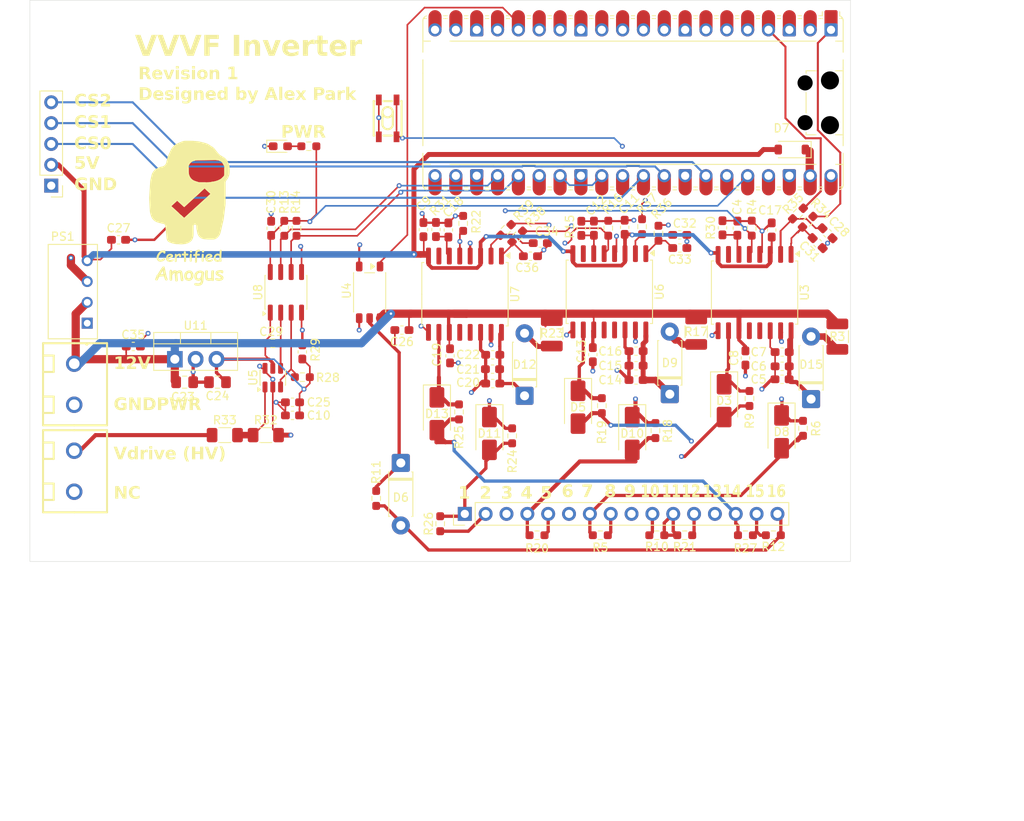
<source format=kicad_pcb>
(kicad_pcb (version 20241229) (generator "pcbnew") (generator_version "9.0")
  (layers (0 "F.Cu" signal) (4 "In1.Cu" power) (6 "In2.Cu" signal) (2 "B.Cu" signal) (13 "F.Paste" user) (15 "B.Paste" user) (5 "F.SilkS" user "F.Silkscreen") (7 "B.SilkS" user "B.Silkscreen") (1 "F.Mask" user) (3 "B.Mask" user) (25 "Edge.Cuts" user))
  (net 0 "")
  (net 1 "+12V")
  (net 2 "GND")
  (net 3 "/GP4")
  (net 4 "/GP8")
  (net 5 "/GP10")
  (net 7 "Net-(A1-RUN)")
  (net 8 "/GP14")
  (net 10 "/GP12")
  (net 11 "/GP6")
  (net 13 "Net-(A1-VSYS)")
  (net 14 "/GP0")
  (net 15 "/GP2")
  (net 16 "Net-(D3-K)")
  (net 17 "Net-(D5-K)")
  (net 18 "+3V3")
  (net 19 "Net-(U3-DT)")
  (net 21 "+5V")
  (net 22 "GNDPWR")
  (net 25 "Net-(D8-K)")
  (net 26 "Net-(D15-K)")
  (net 27 "Net-(D10-K)")
  (net 31 "Net-(D9-K)")
  (net 32 "Net-(U6-DT)")
  (net 33 "Net-(D11-K)")
  (net 34 "Net-(U7-DT)")
  (net 35 "Net-(D15-A)")
  (net 36 "Net-(D12-K)")
  (net 38 "Net-(D13-K)")
  (net 41 "/GP21")
  (net 42 "/GP20")
  (net 43 "/ADC1")
  (net 44 "/GP19")
  (net 45 "/ADC2")
  (net 46 "/GP18")
  (net 47 "/GP16")
  (net 48 "/GP15")
  (net 49 "/GP9")
  (net 50 "/GP5")
  (net 51 "/GP3")
  (net 53 "/GP11")
  (net 54 "/ADC0")
  (net 55 "/GP7")
  (net 56 "/GP13")
  (net 57 "/GP17")
  (net 58 "/GP1")
  (net 59 "Net-(D6-K)")
  (net 60 "Net-(D9-A)")
  (net 61 "Net-(D12-A)")
  (net 62 "/IGBT_U_H_E")
  (net 63 "/IGBT_V_H_E")
  (net 64 "/IGBT_W_H_E")
  (net 65 "/IGBT_U_L_G")
  (net 66 "/IGBT_V_L_G")
  (net 67 "/IGBT_BRAKE_G")
  (net 68 "/IGBT_U_H_G")
  (net 69 "/IGBT_V_H_G")
  (net 70 "/IGBT_W_H_G")
  (net 71 "/IGBT_W_L_G")
  (net 75 "Vdrive")
  (net 76 "Net-(U5-Vin+)")
  (net 77 "+5V_UNISOLATED")
  (net 78 "Net-(U5-SCL)")
  (net 79 "Net-(U5-SDA)")
  (net 82 "Net-(U3-INB)")
  (net 83 "Net-(U3-INA)")
  (net 84 "Net-(U6-INB)")
  (net 85 "Net-(U6-INA)")
  (net 86 "Net-(U7-INB)")
  (net 87 "Net-(U7-INA)")
  (net 89 "Net-(D14-A)")
  (footprint "Resistor_SMD:R_1206_3216Metric_Pad1.30x1.75mm_HandSolder" (layer "F.Cu") (at 115.75 103)
    (property "Reference" "R33")
    (property "Value" "2M")
  )
  (footprint "Resistor_SMD:R_0603_1608Metric_Pad0.98x0.95mm_HandSolder" (layer "F.Cu") (at 179.967 77.7797 90)
    (property "Reference" "R4")
    (property "Value" "4.7k")
  )
  (footprint "Capacitor_SMD:C_0603_1608Metric_Pad1.08x0.95mm_HandSolder" (layer "F.Cu") (at 165.869 96.2866 180)
    (property "Reference" "C14")
    (property "Value" "10uF")
  )
  (footprint "Resistor_SMD:R_0603_1608Metric_Pad0.98x0.95mm_HandSolder" (layer "F.Cu") (at 151.4 78.8 -135)
    (property "Reference" "R38")
    (property "Value" "51R")
  )
  (footprint "Resistor_SMD:R_0603_1608Metric_Pad0.98x0.95mm_HandSolder" (layer "F.Cu") (at 144.8 77.2 90)
    (property "Reference" "R22")
    (property "Value" "4.7k")
  )
  (footprint "Capacitor_SMD:C_0603_1608Metric_Pad1.08x0.95mm_HandSolder" (layer "F.Cu") (at 159.2 77.8 90)
    (property "Reference" "R15")
    (property "Value" "3k")
  )
  (footprint "Capacitor_SMD:C_0603_1608Metric_Pad1.08x0.95mm_HandSolder" (layer "F.Cu") (at 102.8 79.2)
    (property "Reference" "C27")
    (property "Value" "10uF")
  )
  (footprint "Capacitor_SMD:C_0603_1608Metric_Pad1.08x0.95mm_HandSolder" (layer "F.Cu") (at 179.2 93.6 -90)
    (property "Reference" "C8")
    (property "Value" "10uF")
  )
  (footprint "Capacitor_SMD:C_0603_1608Metric_Pad1.08x0.95mm_HandSolder" (layer "F.Cu") (at 183.6625 96.2 180)
    (property "Reference" "C5")
    (property "Value" "10uF")
  )
  (footprint "MountingHole:MountingHole_2.2mm_M2" (layer "F.Cu") (at 95.8 115.2)
    (property "Reference" "H4" (hide yes))
    (property "Value" "MountingHole")
  )
  (footprint "Diode_SMD:D_SMA" (layer "F.Cu") (at 148 102.8 -90)
    (property "Reference" "D11")
    (property "Value" "SS34")
  )
  (footprint "Diode_THT:D_DO-41_SOD81_P7.62mm_Horizontal" (layer "F.Cu") (at 169.9815 98.01 90)
    (property "Reference" "D9")
    (property "Value" "STTH1R06")
  )
  (footprint "Capacitor_SMD:C_0603_1608Metric_Pad1.08x0.95mm_HandSolder" (layer "F.Cu") (at 124 99 180)
    (property "Reference" "C25")
    (property "Value" "10uF")
  )
  (footprint "Resistor_SMD:R_0603_1608Metric_Pad0.98x0.95mm_HandSolder" (layer "F.Cu") (at 179.2 115.2)
    (property "Reference" "R27")
    (property "Value" "4.7k")
  )
  (footprint "Resistor_SMD:R_0603_1608Metric_Pad0.98x0.95mm_HandSolder" (layer "F.Cu") (at 124.49 77.8 -90)
    (property "Reference" "R14")
    (property "Value" "10k")
  )
  (footprint "Capacitor_SMD:C_0603_1608Metric_Pad1.08x0.95mm_HandSolder" (layer "F.Cu") (at 148.3766 94.9631 180)
    (property "Reference" "C21")
    (property "Value" "1uF")
  )
  (footprint "Diode_SMD:D_SMA" (layer "F.Cu") (at 183.6 102.6 -90)
    (property "Reference" "D8")
    (property "Value" "SS34")
  )
  (footprint "Resistor_SMD:R_0603_1608Metric_Pad0.98x0.95mm_HandSolder" (layer "F.Cu") (at 171.8 115.2 180)
    (property "Reference" "R21")
    (property "Value" "4.7k")
  )
  (footprint "Resistor_SMD:R_0603_1608Metric_Pad0.98x0.95mm_HandSolder" (layer "F.Cu") (at 150 78 -135)
    (property "Reference" "R39")
    (property "Value" "51R")
  )
  (footprint "Package_TO_SOT_THT:TO-220-3_Vertical" (layer "F.Cu") (at 109.66 93.75)
    (property "Reference" "U11")
    (property "Value" "LM7805_TO220")
  )
  (footprint "Resistor_SMD:R_0603_1608Metric_Pad0.98x0.95mm_HandSolder" (layer "F.Cu") (at 162.4815 77.7866 90)
    (property "Reference" "R16")
    (property "Value" "4.7k")
  )
  (footprint "Capacitor_SMD:C_0603_1608Metric_Pad1.08x0.95mm_HandSolder" (layer "F.Cu") (at 121.4 77.8 90)
    (property "Reference" "C30")
    (property "Value" "100nF")
  )
  (footprint "Capacitor_SMD:C_0805_2012Metric_Pad1.18x1.45mm_HandSolder" (layer "F.Cu") (at 110.86 96.55)
    (property "Reference" "C23")
    (property "Value" "22uF")
  )
  (footprint "Capacitor_SMD:C_0603_1608Metric_Pad1.08x0.95mm_HandSolder" (layer "F.Cu") (at 125.2 92.8625 90)
    (property "Reference" "C29")
    (property "Value" "100nF")
  )
  (footprint "Capacitor_SMD:C_0603_1608Metric_Pad1.08x0.95mm_HandSolder" (layer "F.Cu") (at 104.6 92.2)
    (property "Reference" "C35")
    (property "Value" "10uF")
  )
  (footprint "Resistor_SMD:R_0603_1608Metric_Pad0.98x0.95mm_HandSolder" (layer "F.Cu") (at 168.4 115.2)
    (property "Reference" "R10")
    (property "Value" "4.7k")
  )
  (footprint "Resistor_SMD:R_0603_1608Metric_Pad0.98x0.95mm_HandSolder" (layer "F.Cu") (at 150.7687 103.0865 -90)
    (property "Reference" "R24")
    (property "Value" "10")
  )
  (footprint "Package_SO:SOIC-16W_7.5x10.3mm_P1.27mm" (layer "F.Cu") (at 162.6165 85.5366 -90)
    (property "Reference" "U6")
    (property "Value" "UCC21520ADW")
  )
  (footprint "Diode_SMD:D_SMA" (layer "F.Cu") (at 141.6 100.4 -90)
    (property "Reference" "D13")
    (property "Value" "SS34")
  )
  (footprint "Diode_SMD:D_SOD-123" (layer "F.Cu") (at 184.85 68.2 180)
    (property "Reference" "D7")
    (property "Value" "1N4148W")
  )
  (footprint "Diode_SMD:D_SMA" (layer "F.Cu") (at 158.8 99.6 -90)
    (property "Reference" "D5")
    (property "Value" "SS34")
  )
  (footprint "Capacitor_SMD:C_0603_1608Metric_Pad1.08x0.95mm_HandSolder" (layer "F.Cu") (at 189.2 78.4 -45)
    (property "Reference" "C28")
    (property "Value" "33pF")
  )
  (footprint "Resistor_SMD:R_0603_1608Metric_Pad0.98x0.95mm_HandSolder" (layer "F.Cu") (at 185.6 76 -135)
    (property "Reference" "R35")
    (property "Value" "51R")
  )
  (footprint "Capacitor_SMD:C_0603_1608Metric_Pad1.08x0.95mm_HandSolder" (layer "F.Cu") (at 183.6745 94.6197 180)
    (property "Reference" "C6")
    (property "Value" "1uF")
  )
  (footprint "easyeda2kicad:CONN-TH_WJ126V-5.0-2P" (layer "F.Cu") (at 97.4 107.4)
    (property "Reference" "J9" (hide yes))
    (property "Value" "Screw_Terminal_01x02")
  )
  (footprint "Capacitor_SMD:C_0603_1608Metric_Pad1.08x0.95mm_HandSolder" (layer "F.Cu") (at 183.6745 92.8797 180)
    (property "Reference" "C7")
    (property "Value" "100nF")
  )
  (footprint "Resistor_SMD:R_0603_1608Metric_Pad0.98x0.95mm_HandSolder" (layer "F.Cu") (at 144.2945 100.1711 -90)
    (property "Reference" "R25")
    (property "Value" "10")
  )
  (footprint "Snapeda:ROE-1205S_CONV_ROE-1205S" (layer "F.Cu") (at 97.233 85.5116 90)
    (property "Reference" "PS1")
    (property "Value" "ROE-1205S")
  )
  (footprint "Diode_SMD:D_SMA" (layer "F.Cu") (at 165.4 102.8 -90)
    (property "Reference" "D10")
    (property "Value" "SS34")
  )
  (footprint "Capacitor_SMD:C_0603_1608Metric_Pad1.08x0.95mm_HandSolder" (layer "F.Cu") (at 171.2 78.6)
    (property "Reference" "C32")
    (property "Value" "33pF")
  )
  (footprint "Module:RaspberryPi_Pico_Common_Unspecified" (layer "F.Cu") (at 165.5 62.5 -90)
    (property "Reference" "A1" (hide yes))
    (property "Value" "RaspberryPi_Pico")
  )
  (footprint "Resistor_SMD:R_0603_1608Metric_Pad0.98x0.95mm_HandSolder" (layer "F.Cu") (at 153.8 115.2)
    (property "Reference" "R20")
    (property "Value" "4.7k")
  )
  (footprint "Resistor_SMD:R_1210_3225Metric_Pad1.30x2.65mm_HandSolder" (layer "F.Cu") (at 173.2 90.4 -90)
    (property "Reference" "R17")
    (property "Value" "2")
  )
  (footprint "easyeda2kicad:CONN-TH_WJ126V-5.0-2P" (layer "F.Cu") (at 97.4 96.8)
    (property "Reference" "J6" (hide yes))
    (property "Value" "Screw_Terminal_01x02")
  )
  (footprint "Resistor_SMD:R_1210_3225Metric_Pad1.30x2.65mm_HandSolder" (layer "F.Cu") (at 155.6 90.6 -90)
    (property "Reference" "R23")
    (property "Value" "2")
  )
  (footprint "Package_SO:SOIC-16W_7.5x10.3mm_P1.27mm" (layer "F.Cu") (at 180.312 85.6297 -90)
    (property "Reference" "U3")
    (property "Value" "UCC21520ADW")
  )
  (footprint "Capacitor_SMD:C_0603_1608Metric_Pad1.08x0.95mm_HandSolder" (layer "F.Cu") (at 124 100.6 180)
    (property "Reference" "C10")
    (property "Value" "100nF")
  )
  (footprint "Diode_SMD:D_SMA" (layer "F.Cu") (at 176.6 98.8 -90)
    (property "Reference" "D3")
    (property "Value" "SS34")
  )
  (footprint "Capacitor_SMD:C_0603_1608Metric_Pad1.08x0.95mm_HandSolder" (layer "F.Cu") (at 182.4 78 90)
    (property "Reference" "C17")
    (property "Value" "100nF")
  )
  (footprint "Capacitor_SMD:C_0603_1608Metric_Pad1.08x0.95mm_HandSolder" (layer "F.Cu") (at 160.6 93.2 -90)
    (property "Reference" "C13")
    (property "Value" "10uF")
  )
  (footprint "easyeda2kicad:SW-SMD_4P-L4.2-W3.3-P2.15-LS5.1" (layer "F.Cu") (at 135.6 64.4 90)
    (property "Reference" "SW1" (hide yes))
    (property "Value" "SW_Push")
  )
  (footprint "Capacitor_SMD:C_0603_1608Metric_Pad1.08x0.95mm_HandSolder" (layer "F.Cu") (at 176.4 77.7375 90)
    (property "Reference" "R30")
    (property "Value" "3k")
  )
  (footprint "Resistor_SMD:R_0603_1608Metric_Pad0.98x0.95mm_HandSolder" (layer "F.Cu") (at 161.5125 115.2)
    (property "Reference" "R5")
    (property "Value" "4.7k")
  )
  (footprint "Resistor_SMD:R_0603_1608Metric_Pad0.98x0.95mm_HandSolder" (layer "F.Cu") (at 125.2 95.935 180)
    (property "Reference" "R28")
    (property "Value" "10k")
  )
  (footprint "Capacitor_SMD:C_0603_1608Metric_Pad1.08x0.95mm_HandSolder" (layer "F.Cu") (at 141.4844 77.9476 90)
    (property "Reference" "R31")
    (property "Value" "3k")
  )
  (footprint "Capacitor_SMD:C_0603_1608Metric_Pad1.08x0.95mm_HandSolder" (layer "F.Cu") (at 165.869 94.5366 180)
    (property "Reference" "C15")
    (property "Value" "1uF")
  )
  (footprint "Capacitor_SMD:C_0603_1608Metric_Pad1.08x0.95mm_HandSolder" (layer "F.Cu") (at 153 81.2)
    (property "Reference" "C36")
    (property "Value" "33pF")
  )
  (footprint "Resistor_SMD:R_0603_1608Metric_Pad0.98x0.95mm_HandSolder" (layer "F.Cu") (at 186.8 77 -135)
    (property "Reference" "R34")
    (property "Value" "51R")
  )
  (footprint "Capacitor_SMD:C_0603_1608Metric_Pad1.08x0.95mm_HandSolder" (layer "F.Cu") (at 139.9589 77.9602 90)
    (property "Reference" "C9")
    (property "Value" "100nF")
  )
  (footprint "Package_TO_SOT_SMD:SOT-23-6" (layer "F.Cu") (at 121.6 96 90)
    (property "Reference" "U5")
    (property "Value" "MCP3421A0T-ECH")
  )
  (footprint "Package_SO:SOIC-16W_7.5x10.3mm_P1.27mm" (layer "F.Cu") (at 145.0187 85.8294 -90)
    (property "Reference" "U7")
    (property "Value" "UCC21520ADW")
  )
  (footprint "Package_SO:SOIC-8_3.9x4.9mm_P1.27mm" (layer "F.Cu") (at 123.2 85.6 90)
    (property "Reference" "U8")
    (property "Value" "ISO1540")
  )
  (footprint "Capacitor_SMD:C_0805_2012Metric_Pad1.18x1.45mm_HandSolder" (layer "F.Cu") (at 114.86 96.55 180)
    (property "Reference" "C24")
    (property "Value" "22uF")
  )
  (footprint "MountingHole:MountingHole_2.2mm_M2" (layer "F.Cu") (at 188.2 115)
    (property "Reference" "H3" (hide yes))
    (property "Value" "MountingHole")
  )
  (footprint "Resistor_SMD:R_0603_1608Metric_Pad0.98x0.95mm_HandSolder" (layer "F.Cu") (at 179.6925 98.5374 -90)
    (property "Reference" "R9")
    (property "Value" "10")
  )
  (footprint "Resistor_SMD:R_0603_1608Metric_Pad0.98x0.95mm_HandSolder" (layer "F.Cu") (at 186.217 102.1732 -90)
    (property "Reference" "R6")
    (property "Value" "10")
  )
  (footprint "Resistor_SMD:R_0603_1608Metric_Pad0.98x0.95mm_HandSolder" (layer "F.Cu") (at 121.6 91.8)
    (property "Reference" "R29")
    (property "Value" "10k")
  )
  (footprint "LED_SMD:LED_0603_1608Metric_Pad1.05x0.95mm_HandSolder" (layer "F.Cu") (at 122.525 67.8)
    (property "Reference" "D14" (hide yes))
    (property "Value" "GREEN")
  )
  (footprint "Resistor_SMD:R_0603_1608Metric_Pad0.98x0.95mm_HandSolder" (layer "F.Cu") (at 142 113.8 -90)
    (property "Reference" "R26")
    (property "Value" "4.7k")
  )
  (footprint "Resistor_SMD:R_0603_1608Metric_Pad0.98x0.95mm_HandSolder" (layer "F.Cu") (at 168.6 78.4 -90)
    (property "Reference" "R36")
    (property "Value" "51R")
  )
  (footprint "Resistor_SMD:R_0603_1608Metric_Pad0.98x0.95mm_HandSolder" (layer "F.Cu") (at 123 77.8 -90)
    (property "Reference" "R13")
    (property "Value" "10k")
  )
  (footprint "Diode_THT:D_DO-41_SOD81_P7.62mm_Horizontal" (layer "F.Cu") (at 137.2 106.39 -90)
    (property "Reference" "D6")
    (property "Value" "STTH1R06")
  )
  (footprint "Connector_PinHeader_2.54mm:PinHeader_1x16_P2.54mm_Vertical" (layer "F.Cu") (at 145 112.6 90)
    (property "Reference" "J1" (hide yes))
    (property "Value" "Connector to external IGBT Module")
  )
  (footprint "Package_SO:SO-5-6_4.55x3.7mm_P1.27mm" (layer "F.Cu") (at 133.4 85.6 -90)
    (property "Reference" "U4")
    (property "Value" "TLP152")
  )
  (footprint "Resistor_SMD:R_0603_1608Metric_Pad0.98x0.95mm_HandSolder" (layer "F.Cu") (at 182.6 115.2 180)
    (property "Reference" "R12")
    (property "Value" "4.7k")
  )
  (footprint "Resistor_SMD:R_0603_1608Metric_Pad0.98x0.95mm_HandSolder" (layer "F.Cu") (at 166.6 77.6 -90)
    (property "Reference" "R37")
    (property "Value" "51R")
  )
  (footprint "Connector_PinHeader_2.54mm:PinHeader_1x05_P2.54mm_Vertical" (layer "F.Cu") (at 94.6 72.6 180)
    (property "Reference" "J10" (hide yes))
    (property "Value" "Conn_01x05_Pin")
  )
  (footprint "Diode_THT:D_DO-41_SOD81_P7.62mm_Horizontal" (layer "F.Cu") (at 187.2 98.61 90)
    (property "Reference" "D15")
    (property "Value" "STTH1R06")
  )
  (footprint "MountingHole:MountingHole_2.2mm_M2" (layer "F.Cu") (at 95.4 53.4)
    (property "Reference" "H1" (hide yes))
    (property "Value" "MountingHole")
  )
  (footprint "Capacitor_SMD:C_0603_1608Metric_Pad1.08x0.95mm_HandSolder" (layer "F.Cu") (at 143 78 90)
    (property "Reference" "C18")
    (property "Value" "1nF")
  )
  (footprint "Resistor_SMD:R_0603_1608Metric_Pad0.98x0.95mm_HandSolder" (layer "F.Cu") (at 168.2315 102.4491 -90)
    (property "Reference" "R18")
    (property "Value" "10")
  )
  (footprint "Capacitor_SMD:C_0603_1608Metric_Pad1.08x0.95mm_HandSolder" (layer "F.Cu") (at 154.2 79.6)
    (property "Reference" "C34")
    (property "Value" "33pF")
  )
  (footprint "Resistor_SMD:R_1210_3225Metric_Pad1.30x2.65mm_HandSolder" (layer "F.Cu") (at 190.4 91 -90)
    (property "Reference" "R3")
    (property "Value" "2")
  )
  (footprint "Capacitor_SMD:C_0603_1608Metric_Pad1.08x0.95mm_HandSolder" (layer "F.Cu") (at 188 79.6 -45)
    (property "Reference" "C31")
    (property "Value" "33pF")
  )
  (footprint "Capacitor_SMD:C_0603_1608Metric_Pad1.08x0.95mm_HandSolder" (layer "F.Cu") (at 164.4815 77.6741 90)
    (property "Reference" "C11")
    (property "Value" "100nF")
  )
  (footprint "Capacitor_SMD:C_0603_1608Metric_Pad1.08x0.95mm_HandSolder" (layer "F.Cu") (at 160.7315 77.7866 90)
    (property "Reference" "C12")
    (property "Value" "1nF")
  )
  (footprint "Capacitor_SMD:C_0603_1608Metric_Pad1.08x0.95mm_HandSolder" (layer "F.Cu") (at 148.4032 96.7147 180)
    (property "Reference" "C20")
    (property "Value" "10uF")
  )
  (footprint "Diode_THT:D_DO-41_SOD81_P7.62mm_Horizontal" (layer "F.Cu") (at 152.2814 98.21 90)
    (property "Reference" "D12")
    (property "Value" "STTH1R06")
  )
  (footprint "Capacitor_SMD:C_0603_1608Metric_Pad1.08x0.95mm_HandSolder" (layer "F.Cu") (at 137.3375 90.2 180)
    (property "Reference" "C26")
    (property "Value" "10uF")
  )
  (footprint "MountingHole:MountingHole_2.2mm_M2" (layer "F.Cu") (at 179 61.8)
    (property "Reference" "H2" (hide yes))
    (property "Value" "MountingHole")
  )
  (footprint "Capacitor_SMD:C_0603_1608Metric_Pad1.08x0.95mm_HandSolder" (layer "F.Cu") (at 148.4032 93.2114 180)
    (property "Reference" "C22")
    (property "Value" "100nF")
  )
  (footprint "Resistor_SMD:R_0603_1608Metric_Pad0.98x0.95mm_HandSolder" (layer "F.Cu") (at 125.9925 67.8 180)
    (property "Reference" "R40" (hide yes))
    (property "Value" "220")
  )
  (footprint "Resistor_SMD:R_1206_3216Metric_Pad1.30x1.75mm_HandSolder" (layer "F.Cu") (at 120.75 103)
    (property "Reference" "R32")
    (property "Value" "10k")
  )
  (footprint "Capacitor_SMD:C_0603_1608Metric_Pad1.08x0.95mm_HandSolder" (layer "F.Cu") (at 178.217 77.7797 90)
    (property "Reference" "C4")
    (property "Value" "1nF")
  )
  (footprint "Resistor_SMD:R_0603_1608Metric_Pad0.98x0.95mm_HandSolder" (layer "F.Cu") (at 134.2 110.7125 -90)
    (property "Reference" "R11")
    (property "Value" "10")
  )
  (footprint "Capacitor_SMD:C_0603_1608Metric_Pad1.08x0.95mm_HandSolder" (layer "F.Cu") (at 171.2 80.2)
    (property "Reference" "C33")
    (property "Value" "33pF")
  )
  (footprint "Capacitor_SMD:C_0603_1608Metric_Pad1.08x0.95mm_HandSolder" (layer "F.Cu") (at 165.869 92.7666 180)
    (property "Reference" "C16")
    (property "Value" "100nF")
  )
  (footprint "Capacitor_SMD:C_0603_1608Metric_Pad1.08x0.95mm_HandSolder" (layer "F.Cu") (at 143.2 93.337499 -90)
    (property "Reference" "C19")
    (property "Value" "10uF")
  )
  (footprint "Resistor_SMD:R_0603_1608Metric_Pad0.98x0.95mm_HandSolder" (layer "F.Cu") (at 161.7031 99.4107 -90)
    (property "Reference" "R19")
    (property "Value" "10")
  )
  (gr_poly (pts (xy 114.804547 69.500344) (xy 114.828061 69.502587) (xy 114.851492 69.505386) (xy 114.874831 69.50874) (xy 114.898068 69.512645) (xy 114.921193 69.517098) (xy 114.944196 69.522098) (xy 114.967067 69.527641) (xy 114.989797 69.533725) (xy 115.012376 69.540346) (xy 115.034793 69.547503) (xy 115.057041 69.555193) (xy 115.079107 69.563412) (xy 115.100983 69.572158) (xy 115.122659 69.581429) (xy 115.144126 69.591222) (xy 115.165372 69.601534) (xy 115.189053 69.613361) (xy 115.206443 69.622344) (xy 115.223581 69.631778) (xy 115.240459 69.641658) (xy 115.257067 69.651978) (xy 115.273397 69.662731) (xy 115.289438 69.673914) (xy 115.305181 69.685521) (xy 115.320617 69.697545) (xy 115.333394 69.708004) (xy 115.345925 69.718735) (xy 115.358205 69.729735) (xy 115.370232 69.740998) (xy 115.381999 69.75252) (xy 115.393504 69.764296) (xy 115.404742 69.776321) (xy 115.41571 69.788592) (xy 115.426402 69.801103) (xy 115.436814 69.813849) (xy 115.446944 69.826827) (xy 115.456785 69.840032) (xy 115.466335 69.853458) (xy 115.475589 69.867102) (xy 115.484542 69.880958) (xy 115.493191 69.895023) (xy 115.523883 69.946141) (xy 115.623102 70.111505) (xy 115.631017 70.127921) (xy 115.63844 70.144534) (xy 115.645368 70.161335) (xy 115.651799 70.178312) (xy 115.65773 70.195453) (xy 115.663158 70.212749) (xy 115.668081 70.230186) (xy 115.672496 70.247755) (xy 115.676402 70.265445) (xy 115.679795 70.283244) (xy 115.682673 70.30114) (xy 115.685033 70.319124) (xy 115.686873 70.337183) (xy 115.688191 70.355307) (xy 115.688983 70.373485) (xy 115.689248 70.391705) (xy 115.689248 71.235984) (xy 115.688855 71.251822) (xy 115.687684 71.267551) (xy 115.685746 71.283148) (xy 115.683052 71.298584) (xy 115.679612 71.313834) (xy 115.675438 71.328872) (xy 115.67054 71.343671) (xy 115.664931 71.358206) (xy 115.658619 71.37245) (xy 115.651617 71.386377) (xy 115.643936 71.399961) (xy 115.635585 71.413176) (xy 115.626577 71.425995) (xy 115.616923 71.438393) (xy 115.606632 71.450343) (xy 115.595717 71.461819) (xy 115.390203 71.667314) (xy 115.373796 71.683354) (xy 115.357048 71.699007) (xy 115.339967 71.714269) (xy 115.32256 71.729135) (xy 115.304833 71.743599) (xy 115.286795 71.757658) (xy 115.26845 71.771306) (xy 115.249808 71.784538) (xy 115.230873 71.797349) (xy 115.211655 71.809735) (xy 115.192159 71.82169) (xy 115.172392 71.83321) (xy 115.152362 71.844289) (xy 115.132075 71.854922) (xy 115.111539 71.865106) (xy 115.09076 71.874834) (xy 114.895498 71.963588) (xy 114.696332 72.029986) (xy 114.671675 72.037936) (xy 114.646871 72.0454) (xy 114.621929 72.052377) (xy 114.596857 72.058863) (xy 114.571665 72.064858) (xy 114.54636 72.070359) (xy 114.520951 72.075365) (xy 114.495448 72.079873) (xy 114.200966 72.128953) (xy 113.954507 72.17376) (xy 113.92519 72.178752) (xy 113.895782 72.183083) (xy 113.866294 72.18675) (xy 113.836734 72.189752) (xy 113.807113 72.19209) (xy 113.777439 72.193761) (xy 113.747721 72.194764) (xy 113.717969 72.195099) (xy 112.646539 72.195099) (xy 112.636265 72.194065) (xy 112.620899 72.191065) (xy 112.576562 72.179774) (xy 112.516863 72.162442) (xy 112.445137 72.140284) (xy 112.278943 72.086355) (xy 112.10466 72.02771) (xy 112.081701 72.019579) (xy 112.058965 72.010919) (xy 112.036458 72.001736) (xy 112.014188 71.992037) (xy 111.99216 71.981828) (xy 111.970384 71.971117) (xy 111.948865 71.959908) (xy 111.92761 71.94821) (xy 111.906627 71.936028) (xy 111.885923 71.923369) (xy 111.865504 71.910239) (xy 111.845379 71.896645) (xy 111.825553 71.882594) (xy 111.806034 71.868091) (xy 111.786828 71.853144) (xy 111.767944 71.837759) (xy 111.738344 71.812176) (xy 111.709749 71.785606) (xy 111.68218 71.758079) (xy 111.655657 71.729626) (xy 111.630202 71.70028) (xy 111.605835 71.670071) (xy 111.582577 71.639029) (xy 111.560448 71.607187) (xy 111.53947 71.574575) (xy 111.519664 71.541225) (xy 111.50105 71.507167) (xy 111.483649 71.472433) (xy 111.467482 71.437054) (xy 111.45257 71.401061) (xy 111.438933 71.364486) (xy 111.426592 71.327358) (xy 111.413111 71.284231) (xy 111.399951 71.239131) (xy 111.388521 71.193614) (xy 111.378829 71.147729) (xy 111.370881 71.101527) (xy 111.364687 71.055057) (xy 111.360252 71.00837) (xy 111.357586 70.961515) (xy 111.356696 70.914542) (xy 111.356696 70.315049) (xy 111.356939 70.297297) (xy 111.357666 70.279569) (xy 111.358878 70.261874) (xy 111.360573 70.244222) (xy 111.362749 70.226622) (xy 111.365405 70.209085) (xy 111.368541 70.19162) (xy 111.372154 70.174238) (xy 111.378884 70.146788) (xy 111.386774 70.119746) (xy 111.395803 70.093147) (xy 111.40595 70.067024) (xy 111.417194 70.041408) (xy 111.429514 70.016335) (xy 111.442889 69.991836) (xy 111.457299 69.967945) (xy 111.472721 69.944695) (xy 111.489136 69.922119) (xy 111.506521 69.900251) (xy 111.524857 69.879124) (xy 111.544122 69.85877) (xy 111.564296 69.839223) (xy 111.585356 69.820517) (xy 111.607283 69.802683) (xy 111.656283 69.76457) (xy 111.672445 69.752318) (xy 111.688897 69.740474) (xy 111.705631 69.729043) (xy 111.72264 69.718029) (xy 111.739915 69.707438) (xy 111.757448 69.697275) (xy 111.775232 69.687544) (xy 111.793258 69.67825) (xy 111.84636 69.651699) (xy 111.88001 69.635464) (xy 111.914056 69.620206) (xy 111.948478 69.605931) (xy 111.983254 69.592644) (xy 112.018361 69.58035) (xy 112.05378 69.569054) (xy 112.089487 69.558762) (xy 112.125463 69.549478) (xy 112.161684 69.541208) (xy 112.19813 69.533958) (xy 112.23478 69.527732) (xy 112.271611 69.522536) (xy 112.308602 69.518374) (xy 112.345731 69.515253) (xy 112.382978 69.513177) (xy 112.420321 69.512151) (xy 114.597842 69.48312)) (stroke (width -0.000001)) (fill yes) (layers "F.Cu" "F.Mask") (net 2))
  (gr_poly (pts (xy 114.001033 73.599972) (xy 110.801698 76.521368) (xy 109.238533 75.094008) (xy 109.950898 74.44353) (xy 110.801698 75.222728) (xy 113.288643 72.949493)) (stroke (width -0.000001)) (fill yes) (layers "F.Cu" "F.Mask") (net 2))
  (gr_poly (pts (xy 110.257127 80.894884) (xy 110.267901 80.895588) (xy 110.278322 80.896763) (xy 110.28839 80.898407) (xy 110.298104 80.900522) (xy 110.307466 80.903106) (xy 110.316474 80.90616) (xy 110.325129 80.909683) (xy 110.33343 80.913677) (xy 110.341378 80.91814) (xy 110.348974 80.923074) (xy 110.356215 80.928477) (xy 110.363104 80.93435) (xy 110.369639 80.940692) (xy 110.375821 80.947505) (xy 110.38165 80.954787) (xy 110.387126 80.96254) (xy 110.392248 80.970762) (xy 110.397017 80.979454) (xy 110.401433 80.988616) (xy 110.405496 80.998247) (xy 110.409205 81.008349) (xy 110.412561 81.01892) (xy 110.415564 81.029961) (xy 110.418213 81.041472) (xy 110.420509 81.053453) (xy 110.422452 81.065904) (xy 110.424042 81.078825) (xy 110.425279 81.092215) (xy 110.426162 81.106075) (xy 110.426692 81.120405) (xy 110.426868 81.135205) (xy 110.426811 81.156286) (xy 110.426641 81.17341) (xy 110.426358 81.18658) (xy 110.425962 81.195795) (xy 110.424516 81.212549) (xy 110.422216 81.228223) (xy 110.419061 81.242816) (xy 110.417163 81.249707) (xy 110.415052 81.256328) (xy 110.412726 81.262679) (xy 110.410187 81.268759) (xy 110.407434 81.274569) (xy 110.404468 81.280109) (xy 110.401288 81.285379) (xy 110.397894 81.290379) (xy 110.394286 81.295108) (xy 110.390465 81.299567) (xy 110.38643 81.303756) (xy 110.382181 81.307674) (xy 110.377719 81.311323) (xy 110.373043 81.314701) (xy 110.368153 81.317808) (xy 110.363049 81.320646) (xy 110.357732 81.323213) (xy 110.352201 81.325511) (xy 110.346456 81.327537) (xy 110.340498 81.329294) (xy 110.334326 81.33078) (xy 110.32794 81.331997) (xy 110.32134 81.332942) (xy 110.314527 81.333618) (xy 110.307499 81.334024) (xy 110.300258 81.334159) (xy 110.293248 81.334044) (xy 110.286461 81.333699) (xy 110.279895 81.333125) (xy 110.273553 81.332322) (xy 110.267433 81.331288) (xy 110.261535 81.330025) (xy 110.25586 81.328533) (xy 110.250407 81.32681) (xy 110.245177 81.324858) (xy 110.24017 81.322677) (xy 110.235385 81.320266) (xy 110.230823 81.317625) (xy 110.226483 81.314755) (xy 110.222365 81.311655) (xy 110.21847 81.308325) (xy 110.214798 81.304766) (xy 110.211348 81.300977) (xy 110.208121 81.296959) (xy 110.205117 81.292711) (xy 110.202334 81.288233) (xy 110.199775 81.283525) (xy 110.197438 81.278589) (xy 110.195323 81.273422) (xy 110.193432 81.268026) (xy 110.191762 81.2624) (xy 110.190316 81.256545) (xy 110.189091 81.25046) (xy 110.18809 81.244145) (xy 110.187311 81.237601) (xy 110.186754 81.230827) (xy 110.18642 81.223824) (xy 110.186309 81.216591) (xy 110.181792 81.125257) (xy 110.156809 81.129888) (xy 110.132731 81.135642) (xy 110.109557 81.14252) (xy 110.087287 81.150521) (xy 110.065922 81.159645) (xy 110.045461 81.169893) (xy 110.025904 81.181264) (xy 110.007252 81.193758) (xy 109.989504 81.207376) (xy 109.97266 81.222118) (xy 109.956721 81.237983) (xy 109.941686 81.254971) (xy 109.927556 81.273083) (xy 109.91433 81.292318) (xy 109.902008 81.312676) (xy 109.890591 81.334159) (xy 109.891497 81.789037) (xy 109.891359 81.79541) (xy 109.890946 81.801642) (xy 109.890257 81.807733) (xy 109.889293 81.813682) (xy 109.888053 81.819489) (xy 109.886538 81.825156) (xy 109.884747 81.830681) (xy 109.882681 81.836064) (xy 109.880339 81.841306) (xy 109.877721 81.846407) (xy 109.874828 81.851367) (xy 109.871659 81.856185) (xy 109.868215 81.860863) (xy 109.864495 81.865399) (xy 109.860499 81.869794) (xy 109.856228 81.874047) (xy 109.851745 81.878208) (xy 109.847114 81.882101) (xy 109.842334 81.885725) (xy 109.837406 81.88908) (xy 109.83233 81.892168) (xy 109.827106 81.894986) (xy 109.821733 81.897537) (xy 109.816212 81.899819) (xy 109.810542 81.901832) (xy 109.804724 81.903577) (xy 109.798758 81.905054) (xy 109.792643 81.906262) (xy 109.78638 81.907202) (xy 109.779969 81.907873) (xy 109.773408 81.908276) (xy 109.7667 81.90841) (xy 109.75979 81.908269) (xy 109.753078 81.907845) (xy 109.746564 81.907139) (xy 109.740248 81.906149) (xy 109.73413 81.904878) (xy 109.728209 81.903323) (xy 109.722487 81.901486) (xy 109.716962 81.899367) (xy 109.711634 81.896964) (xy 109.706505 81.894279) (xy 109.701574 81.891312) (xy 109.69684 81.888062) (xy 109.692304 81.884529) (xy 109.687966 81.880714) (xy 109.683826 81.876616) (xy 109.679884 81.872235) (xy 109.676379 81.868095) (xy 109.6731 81.863814) (xy 109.670048 81.859391) (xy 109.667222 81.854827) (xy 109.664622 81.850122) (xy 109.662248 81.845275) (xy 109.6601 81.840287) (xy 109.658179 81.835158) (xy 109.656483 81.829887) (xy 109.655014 81.824475) (xy 109.65377 81.818922) (xy 109.652753 81.813228) (xy 109.651962 81.807392) (xy 109.651397 81.801415) (xy 109.651058 81.795296) (xy 109.650945 81.789037) (xy 109.650945 81.196694) (xy 109.651057 81.180983) (xy 109.651396 81.161879) (xy 109.651961 81.139383) (xy 109.652751 81.113496) (xy 109.654111 81.064437) (xy 109.65445 81.045164) (xy 109.654563 81.029395) (xy 109.654679 81.023132) (xy 109.655029 81.017003) (xy 109.655612 81.011008) (xy 109.656428 81.005148) (xy 109.657477 80.999421) (xy 109.658759 80.993829) (xy 109.660275 80.988372) (xy 109.662023 80.983048) (xy 109.664005 80.977859) (xy 109.666219 80.972804) (xy 109.668667 80.967883) (xy 109.671348 80.963096) (xy 109.674262 80.958444) (xy 109.677409 80.953926) (xy 109.680788 80.949542) (xy 109.684401 80.945292) (xy 109.688344 80.94113) (xy 109.692484 80.937238) (xy 109.696822 80.933613) (xy 109.701358 80.930257) (xy 109.706091 80.92717) (xy 109.711023 80.924351) (xy 109.716152 80.9218) (xy 109.721479 80.919518) (xy 109.727004 80.917505) (xy 109.732727 80.91576) (xy 109.738648 80.914283) (xy 109.744766 80.913075) (xy 109.751082 80.912135) (xy 109.757596 80.911464) (xy 109.764308 80.911061) (xy 109.771218 80.910927) (xy 109.783448 80.91133) (xy 109.789325 80.911833) (xy 109.795043 80.912538) (xy 109.800602 80.913444) (xy 109.806001 80.914552) (xy 109.811242 80.91586) (xy 109.816324 80.917371) (xy 109.821247 80.919082) (xy 109.82601 80.920995) (xy 109.830615 80.923109) (xy 109.835061 80.925425) (xy 109.839348 80.927942) (xy 109.843475 80.93066) (xy 109.847444 80.93358) (xy 109.851254 80.936701) (xy 109.854905 80.940023) (xy 109.858397 80.943547) (xy 109.86173 80.947272) (xy 109.864903 80.951198) (xy 109.867918 80.955326) (xy 109.870774 80.959655) (xy 109.873471 80.964186) (xy 109.876009 80.968918) (xy 109.878388 80.973851) (xy 109.880608 80.978985) (xy 109.88267 80.984321) (xy 109.884572 80.989859) (xy 109.887899 81.001537) (xy 109.890591 81.014021) (xy 109.910737 80.999566) (xy 109.931159 80.986044) (xy 109.951857 80.973454) (xy 109.97283 80.961796) (xy 109.994078 80.951071) (xy 110.015602 80.941279) (xy 110.037402 80.932419) (xy 110.059477 80.924492) (xy 110.081828 80.917498) (xy 110.104454 80.911436) (xy 110.127356 80.906306) (xy 110.150533 80.90211) (xy 110.173986 80.898845) (xy 110.197715 80.896514) (xy 110.221719 80.895115) (xy 110.245999 80.894649)) (stroke (width -0.000001)) (fill yes) (layer "F.SilkS"))
  (gr_poly (pts (xy 112.600134 80.402248) (xy 112.618882 80.403636) (xy 112.636336 80.40595) (xy 112.652498 80.409189) (xy 112.667366 80.413354) (xy 112.680941 80.418445) (xy 112.687244 80.421337) (xy 112.693224 80.424461) (xy 112.69888 80.427816) (xy 112.704213 80.431402) (xy 112.709223 80.43522) (xy 112.71391 80.439269) (xy 112.718273 80.44355) (xy 112.722313 80.448062) (xy 112.72603 80.452805) (xy 112.729424 80.45778) (xy 112.732494 80.462986) (xy 112.735242 80.468423) (xy 112.737666 80.474092) (xy 112.739766 80.479993) (xy 112.741544 80.486124) (xy 112.742998 80.492487) (xy 112.74413 80.499082) (xy 112.744938 80.505908) (xy 112.745422 80.512965) (xy 112.745584 80.520253) (xy 112.745434 80.527486) (xy 112.744984 80.53449) (xy 112.744233 80.541263) (xy 112.743182 80.547807) (xy 112.741831 80.554122) (xy 112.740179 80.560207) (xy 112.738228 80.566062) (xy 112.735976 80.571687) (xy 112.733424 80.577083) (xy 112.730571 80.58225) (xy 112.727418 80.587186) (xy 112.723965 80.591894) (xy 112.720212 80.596371) (xy 112.716159 80.600619) (xy 112.711805 80.604637) (xy 112.707151 80.608426) (xy 112.702196 80.611985) (xy 112.696942 80.615315) (xy 112.691387 80.618414) (xy 112.685532 80.621285) (xy 112.679376 80.623925) (xy 112.672921 80.626336) (xy 112.666164 80.628517) (xy 112.659108 80.630469) (xy 112.651752 80.632191) (xy 112.644095 80.633684) (xy 112.636138 80.634947) (xy 112.62788 80.63598) (xy 112.619322 80.636784) (xy 112.610464 80.637358) (xy 112.601306 80.637702) (xy 112.591847 80.637817) (xy 112.578403 80.638117) (xy 112.565425 80.639018) (xy 112.552914 80.640519) (xy 112.540868 80.642621) (xy 112.529289 80.645324) (xy 112.518175 80.648627) (xy 112.507529 80.65253) (xy 112.497348 80.657034) (xy 112.487633 80.662139) (xy 112.478385 80.667844) (xy 112.469603 80.674149) (xy 112.461287 80.681056) (xy 112.453438 80.688562) (xy 112.446055 80.69667) (xy 112.439138 80.705377) (xy 112.432688 80.714686) (xy 112.428148 80.722058) (xy 112.4238 80.729932) (xy 112.419642 80.738308) (xy 112.415674 80.747185) (xy 112.411898 80.756564) (xy 112.408312 80.766445) (xy 112.404917 80.776827) (xy 112.401712 80.787711) (xy 112.398699 80.799097) (xy 112.395876 80.810984) (xy 112.393244 80.823372) (xy 112.390803 80.836263) (xy 112.388552 80.849655) (xy 112.386493 80.863548) (xy 112.384624 80.877943) (xy 112.382946 80.89284) (xy 112.380234 80.919066) (xy 112.436531 80.914318) (xy 112.484235 80.910927) (xy 112.523347 80.908892) (xy 112.539681 80.908383) (xy 112.553867 80.908214) (xy 112.574345 80.908666) (xy 112.593502 80.910023) (xy 112.611337 80.912283) (xy 112.627852 80.915449) (xy 112.643045 80.919518) (xy 112.656917 80.924492) (xy 112.663358 80.927318) (xy 112.669468 80.93037) (xy 112.675249 80.933649) (xy 112.680698 80.937153) (xy 112.685818 80.940883) (xy 112.690607 80.94484) (xy 112.695066 80.949022) (xy 112.699194 80.953431) (xy 112.702993 80.958066) (xy 112.706461 80.962926) (xy 112.709599 80.968013) (xy 112.712406 80.973326) (xy 112.714883 80.978865) (xy 112.71703 80.984631) (xy 112.718847 80.990622) (xy 112.720333 80.996839) (xy 112.721489 81.003282) (xy 112.722315 81.009952) (xy 112.72281 81.016847) (xy 112.722975 81.023969) (xy 112.7228 81.031308) (xy 112.722272 81.038403) (xy 112.721394 81.045254) (xy 112.720163 81.051861) (xy 112.718582 81.058225) (xy 112.716649 81.064345) (xy 112.714364 81.070222) (xy 112.711728 81.075855) (xy 112.70874 81.081244) (xy 112.705401 81.086389) (xy 112.70171 81.09129) (xy 112.697668 81.095948) (xy 112.693274 81.100362) (xy 112.688529 81.104533) (xy 112.683433 81.108459) (xy 112.677985 81.112142) (xy 112.672185 81.115581) (xy 112.666034 81.118776) (xy 112.659531 81.121728) (xy 112.652677 81.124436) (xy 112.645472 81.1269) (xy 112.637915 81.129121) (xy 112.630006 81.131097) (xy 112.621746 81.13283) (xy 112.613135 81.134319) (xy 112.604172 81.135564) (xy 112.594857 81.136566) (xy 112.585191 81.137324) (xy 112.575174 81.137838) (xy 112.564805 81.138108) (xy 112.554085 81.138135) (xy 112.543013 81.137917) (xy 112.527851 81.137647) (xy 112.510853 81.137746) (xy 112.492018 81.138212) (xy 112.471346 81.139046) (xy 112.448836 81.140247) (xy 112.42449 81.141816) (xy 112.398306 81.143751) (xy 112.370286 81.146053) (xy 112.368817 81.197263) (xy 112.368026 81.255027) (xy 112.367913 81.319347) (xy 112.36848 81.390224) (xy 112.372098 81.633495) (xy 112.371773 81.673793) (xy 112.370797 81.711943) (xy 112.369171 81.747947) (xy 112.366896 81.781802) (xy 112.36397 81.81351) (xy 112.360395 81.843071) (xy 112.35617 81.870484) (xy 112.351296 81.89575) (xy 112.348392 81.907468) (xy 112.346712 81.913043) (xy 112.344881 81.91843) (xy 112.342897 81.923627) (xy 112.340762 81.928636) (xy 112.338475 81.933455) (xy 112.336036 81.938085) (xy 112.333444 81.942527) (xy 112.330701 81.946779) (xy 112.327806 81.950843) (xy 112.32476 81.954717) (xy 112.321561 81.958402) (xy 112.31821 81.961899) (xy 112.314707 81.965206) (xy 112.311053 81.968324) (xy 112.307246 81.971254) (xy 112.303288 81.973994) (xy 112.299178 81.976545) (xy 112.294916 81.978908) (xy 112.290502 81.981081) (xy 112.285936 81.983065) (xy 112.281218 81.984861) (xy 112.276348 81.986467) (xy 112.271326 81.987885) (xy 112.266153 81.989113) (xy 112.260827 81.990152) (xy 112.25535 81.991003) (xy 112.249721 81.991664) (xy 112.24394 81.992137) (xy 112.238007 81.99242) (xy 112.231922 81.992515) (xy 112.225641 81.992388) (xy 112.219459 81.992006) (xy 112.213376 81.99137) (xy 112.207393 81.99048) (xy 112.201507 81.989335) (xy 112.195721 81.987936) (xy 112.190034 81.986282) (xy 112.184446 81.984375) (xy 112.178956 81.982213) (xy 112.173566 81.979796) (xy 112.168274 81.977125) (xy 112.163081 81.9742) (xy 112.157988 81.971021) (xy 112.152993 81.967588) (xy 112.148097 81.9639) (xy 112.1433 81.959958) (xy 112.13881 81.955821) (xy 112.134609 81.951551) (xy 112.130699 81.947146) (xy 112.127077 81.942607) (xy 112.123746 81.937933) (xy 112.120704 81.933126) (xy 112.117952 81.928184) (xy 112.115489 81.923108) (xy 112.113317 81.917897) (xy 112.111433 81.912553) (xy 112.10984 81.907074) (xy 112.108536 81.901461) (xy 112.107522 81.895713) (xy 112.106798 81.889832) (xy 112.106363 81.883816) (xy 112.106218 81.877666) (xy 112.106247 81.874741) (xy 112.106331 81.871844) (xy 112.106473 81.868976) (xy 112.106671 81.866136) (xy 112.106925 81.863324) (xy 112.107237 81.86054) (xy 112.107605 81.857785) (xy 112.108031 81.855057) (xy 112.113117 81.822967) (xy 112.117525 81.791357) (xy 112.121255 81.760228) (xy 112.124307 81.729579) (xy 112.126681 81.699411) (xy 112.128376 81.669722) (xy 112.129394 81.640514) (xy 112.129733 81.611786) (xy 112.129733 81.15962) (xy 112.125239 81.15993) (xy 112.119897 81.160411) (xy 112.113708 81.161061) (xy 112.106671 81.161881) (xy 112.090055 81.16403) (xy 112.07005 81.166856) (xy 112.053883 81.168834) (xy 112.046563 81.169611) (xy 112.039752 81.170246) (xy 112.03345 81.17074) (xy 112.027657 81.171092) (xy 112.022372 81.171303) (xy 112.017596 81.171374) (xy 112.010774 81.17125) (xy 112.004101 81.170879) (xy 111.997576 81.170261) (xy 111.9912 81.169396) (xy 111.984972 81.168283) (xy 111.978892 81.166923) (xy 111.972961 81.165316) (xy 111.967178 81.163461) (xy 111.961543 81.161359) (xy 111.956057 81.15901) (xy 111.950719 81.156414) (xy 111.94553 81.15357) (xy 111.940489 81.150479) (xy 111.935596 81.147141) (xy 111.930851 81.143556) (xy 111.926255 81.139723) (xy 111.921875 81.135569) (xy 111.917777 81.131245) (xy 111.913961 81.126752) (xy 111.910429 81.122089) (xy 111.907179 81.117257) (xy 111.904211 81.112255) (xy 111.901526 81.107083) (xy 111.899124 81.101742) (xy 111.897004 81.096231) (xy 111.895167 81.090551) (xy 111.893613 81.084701) (xy 111.892341 81.078682) (xy 111.891352 81.072493) (xy 111.890646 81.066134) (xy 111.890222 81.059606) (xy 111.890081 81.052908) (xy 111.890427 81.042621) (xy 111.891466 81.032786) (xy 111.892245 81.028039) (xy 111.893197 81.023404) (xy 111.894322 81.018882) (xy 111.89562 81.014474) (xy 111.897092 81.010178) (xy 111.898737 81.005996) (xy 111.900554 81.001926) (xy 111.902545 80.99797) (xy 111.904709 80.994126) (xy 111.907046 80.990396) (xy 111.909556 80.986778) (xy 111.912239 80.983274) (xy 111.915096 80.979883) (xy 111.918125 80.976605) (xy 111.921327 80.973439) (xy 111.924703 80.970387) (xy 111.928252 80.967448) (xy 111.931973 80.964622) (xy 111.935868 80.961909) (xy 111.939936 80.959309) (xy 111.948591 80.954448) (xy 111.957938 80.95004) (xy 111.967977 80.946083) (xy 111.978709 80.942579) (xy 111.98399 80.941141) (xy 111.989885 80.939767) (xy 111.996396 80.938456) (xy 112.003521 80.937209) (xy 112.019616 80.934906) (xy 112.038169 80.932857) (xy 112.059182 80.931063) (xy 112.082653 80.929522) (xy 112.108582 80.928237) (xy 112.13697 80.927205) (xy 112.137351 80.922048) (xy 112.138042 80.914714) (xy 112.140359 80.893518) (xy 112.143919 80.863619) (xy 112.148724 80.825015) (xy 112.152118 80.800209) (xy 112.155972 80.776209) (xy 112.160285 80.753014) (xy 112.165058 80.730625) (xy 112.170289 80.709041) (xy 112.17598 80.688262) (xy 112.18213 80.668289) (xy 112.188739 80.649121) (xy 112.195808 80.630759) (xy 112.203336 80.613202) (xy 112.211323 80.596451) (xy 112.21977 80.580505) (xy 112.228675 80.565364) (xy 112.238041 80.551029) (xy 112.247865 80.537499) (xy 112.258149 80.524775) (xy 112.2717 80.509882) (xy 112.286127 80.495949) (xy 112.30143 80.482978) (xy 112.317609 80.470967) (xy 112.334665 80.459917) (xy 112.352596 80.449828) (xy 112.371404 80.4407) (xy 112.391087 80.432533) (xy 112.411647 80.425326) (xy 112.433082 80.41908) (xy 112.455394 80.413796) (xy 112.478582 80.409472) (xy 112.502646 80.406109) (xy 112.527586 80.403707) (xy 112.553402 80.402265) (xy 112.580094 80.401785)) (stroke (width -0.000001)) (fill yes) (layer "F.SilkS"))
  (gr_poly (pts (xy 112.465946 67.185506) (xy 112.493843 67.188129) (xy 112.52167 67.191341) (xy 112.549415 67.195142) (xy 112.577071 67.199528) (xy 112.604627 67.204499) (xy 112.632075 67.210053) (xy 112.659405 67.216188) (xy 112.686608 67.222903) (xy 113.405547 67.408433) (xy 113.45437 67.422033) (xy 113.502579 67.437474) (xy 113.550124 67.454733) (xy 113.596957 67.47379) (xy 113.643026 67.494622) (xy 113.688284 67.517207) (xy 113.732679 67.541525) (xy 113.776162 67.567553) (xy 114.20578 67.836072) (xy 114.229325 67.851138) (xy 114.25253 67.866686) (xy 114.275387 67.88271) (xy 114.29789 67.899203) (xy 114.32003 67.91616) (xy 114.341801 67.933573) (xy 114.363196 67.951438) (xy 114.384208 67.969747) (xy 114.404829 67.988495) (xy 114.425052 68.007674) (xy 114.44487 68.027281) (xy 114.464275 68.047307) (xy 114.483262 68.067746) (xy 114.501822 68.088594) (xy 114.519948 68.109842) (xy 114.537634 68.131486) (xy 114.93001 68.621951) (xy 114.946144 68.641717) (xy 114.962644 68.661156) (xy 114.979504 68.680263) (xy 114.996719 68.699033) (xy 115.014286 68.717462) (xy 115.032198 68.735545) (xy 115.050451 68.753276) (xy 115.069041 68.770651) (xy 115.087961 68.787666) (xy 115.107207 68.804315) (xy 115.126774 68.820594) (xy 115.146658 68.836497) (xy 115.166852 68.852021) (xy 115.187353 68.86716) (xy 115.208156 68.881909) (xy 115.229254 68.896264) (xy 115.256771 68.914626) (xy 115.576652 69.102804) (xy 115.606361 69.120806) (xy 115.635552 69.139558) (xy 115.664211 69.159048) (xy 115.692326 69.179264) (xy 115.719882 69.200195) (xy 115.746868 69.221828) (xy 115.77327 69.244151) (xy 115.799075 69.267153) (xy 115.824271 69.29082) (xy 115.848842 69.315142) (xy 115.872778 69.340106) (xy 115.896065 69.365701) (xy 115.918689 69.391913) (xy 115.940637 69.418732) (xy 115.961897 69.446145) (xy 115.982456 69.474141) (xy 116.040996 69.556148) (xy 116.067369 69.594463) (xy 116.092353 69.633644) (xy 116.115927 69.673653) (xy 116.138073 69.714452) (xy 116.158771 69.756003) (xy 116.178001 69.798268) (xy 116.195745 69.841209) (xy 116.211982 69.884787) (xy 116.272771 70.056932) (xy 116.281836 70.083535) (xy 116.29033 70.110304) (xy 116.29825 70.137229) (xy 116.305593 70.164301) (xy 116.31236 70.19151) (xy 116.318547 70.218848) (xy 116.324153 70.246305) (xy 116.329176 70.273871) (xy 116.333615 70.301537) (xy 116.337468 70.329295) (xy 116.340733 70.357133) (xy 116.343408 70.385044) (xy 116.345492 70.413018) (xy 116.346982 70.441046) (xy 116.347878 70.469118) (xy 116.348177 70.497224) (xy 116.348177 70.94189) (xy 116.3478 70.973425) (xy 116.346673 71.004911) (xy 116.344798 71.036335) (xy 116.342178 71.067683) (xy 116.338815 71.098943) (xy 116.334712 71.130102) (xy 116.329873 71.161145) (xy 116.324298 71.192061) (xy 116.317992 71.222836) (xy 116.310957 71.253456) (xy 116.303196 71.28391) (xy 116.294711 71.314183) (xy 116.285505 71.344262) (xy 116.275581 71.374135) (xy 116.264941 71.403788) (xy 116.253589 71.433208) (xy 116.20206 71.561908) (xy 116.18851 71.59424) (xy 116.173915 71.626084) (xy 116.158288 71.657414) (xy 116.141645 71.688206) (xy 116.124001 71.718434) (xy 116.105369 71.748074) (xy 116.085766 71.777101) (xy 116.065205 71.80549) (xy 115.931458 71.983793) (xy 115.922075 71.996845) (xy 115.913254 72.010227) (xy 115.904999 72.02392) (xy 115.897318 72.037906) (xy 115.890216 72.052168) (xy 115.8837 72.066685) (xy 115.877775 72.081441) (xy 115.872448 72.096416) (xy 115.867725 72.111592) (xy 115.863611 72.126951) (xy 115.860114 72.142475) (xy 115.857239 72.158145) (xy 115.854992 72.173942) (xy 115.85338 72.189849) (xy 115.852408 72.205847) (xy 115.852083 72.221918) (xy 115.852083 74.834678) (xy 115.620573 76.686761) (xy 115.252867 78.270821) (xy 115.244741 78.303805) (xy 115.235744 78.336519) (xy 115.225886 78.368946) (xy 115.215174 78.40107) (xy 115.203616 78.432873) (xy 115.191219 78.464341) (xy 115.177992 78.495456) (xy 115.163943 78.526202) (xy 115.149079 78.556563) (xy 115.133408 78.586522) (xy 115.116938 78.616064) (xy 115.099677 78.64517) (xy 115.081633 78.673827) (xy 115.062813 78.702016) (xy 115.043226 78.729721) (xy 115.022879 78.756927) (xy 114.974262 78.820096) (xy 114.959894 78.838279) (xy 114.945076 78.856062) (xy 114.929814 78.873437) (xy 114.914119 78.890396) (xy 114.897999 78.906931) (xy 114.881463 78.923035) (xy 114.86452 78.9387) (xy 114.847179 78.953917) (xy 114.829449 78.96868) (xy 114.811338 78.98298) (xy 114.792857 78.996808) (xy 114.774013 79.010159) (xy 114.754816 79.023023) (xy 114.735274 79.035393) (xy 114.715396 79.04726) (xy 114.695192 79.058618) (xy 114.670516 79.071578) (xy 114.645488 79.083738) (xy 114.62013 79.095095) (xy 114.59446 79.105643) (xy 114.568498 79.115376) (xy 114.542263 79.12429) (xy 114.515777 79.132379) (xy 114.489057 79.139639) (xy 114.462125 79.146064) (xy 114.434998 79.151648) (xy 114.407698 79.156388) (xy 114.380244 79.160277) (xy 114.352655 79.163311) (xy 114.324952 79.165485) (xy 114.297153 79.166793) (xy 114.269279 79.16723) (xy 113.702344 79.16723) (xy 113.338542 79.134157) (xy 113.298426 79.133322) (xy 113.258502 79.13083) (xy 113.218819 79.126696) (xy 113.179425 79.120938) (xy 113.140367 79.113571) (xy 113.101695 79.104612) (xy 113.063455 79.094077) (xy 113.025697 79.081984) (xy 112.988468 79.068348) (xy 112.951817 79.053186) (xy 112.915791 79.036514) (xy 112.880439 79.01835) (xy 112.84581 78.998708) (xy 112.81195 78.977607) (xy 112.778909 78.955061) (xy 112.746735 78.931089) (xy 112.710156 78.902646) (xy 112.65724 78.84973) (xy 112.639512 78.831521) (xy 112.622299 78.812869) (xy 112.60561 78.793786) (xy 112.58945 78.774282) (xy 112.573828 78.754369) (xy 112.55875 78.734058) (xy 112.544224 78.71336) (xy 112.530256 78.692286) (xy 112.516854 78.670848) (xy 112.504025 78.649057) (xy 112.491776 78.626925) (xy 112.480115 78.604461) (xy 112.469048 78.581678) (xy 112.458583 78.558588) (xy 112.448727 78.5352) (xy 112.439487 78.511526) (xy 112.432926 78.493525) (xy 112.426736 78.475395) (xy 112.420919 78.457142) (xy 112.415474 78.438774) (xy 112.410403 78.420297) (xy 112.405706 78.401719) (xy 112.401385 78.383046) (xy 112.397439 78.364285) (xy 112.287809 77.816135) (xy 112.286031 77.806641) (xy 112.284489 77.797114) (xy 112.283183 77.787555) (xy 112.282113 77.777969) (xy 112.281281 77.768358) (xy 112.280685 77.758725) (xy 112.280328 77.749073) (xy 112.280208 77.739406) (xy 112.280208 77.513584) (xy 112.279993 77.505072) (xy 112.279354 77.496673) (xy 112.278303 77.488396) (xy 112.276849 77.480252) (xy 112.275002 77.47225) (xy 112.272774 77.464402) (xy 112.270174 77.456718) (xy 112.267213 77.449208) (xy 112.263901 77.441883) (xy 112.260249 77.434753) (xy 112.256268 77.427828) (xy 112.251966 77.421119) (xy 112.247356 77.414635) (xy 112.242447 77.408389) (xy 112.237249 77.402389) (xy 112.231774 77.396646) (xy 112.226031 77.391171) (xy 112.220031 77.385974) (xy 112.213784 77.381066) (xy 112.2073 77.376456) (xy 112.200591 77.372155) (xy 112.193666 77.368174) (xy 112.186536 77.364523) (xy 112.179211 77.361212) (xy 112.171701 77.358251) (xy 112.164018 77.355652) (xy 112.156171 77.353424) (xy 112.14817 77.351578) (xy 112.140027 77.350124) (xy 112.131751 77.349073) (xy 112.123353 77.348434) (xy 112.114844 77.348219) (xy 112.106334 77.348434) (xy 112.097936 77.349073) (xy 112.089661 77.350124) (xy 112.081517 77.351578) (xy 112.073517 77.353424) (xy 112.06567 77.355652) (xy 112.057986 77.358251) (xy 112.050477 77.361212) (xy 112.043152 77.364523) (xy 112.036022 77.368174) (xy 112.029097 77.372155) (xy 112.022387 77.376456) (xy 112.015904 77.381066) (xy 112.009657 77.385974) (xy 112.003657 77.391171) (xy 111.997914 77.396646) (xy 111.992438 77.402389) (xy 111.987241 77.408389) (xy 111.982332 77.414635) (xy 111.977721 77.421119) (xy 111.97342 77.427828) (xy 111.969438 77.434753) (xy 111.965786 77.441883) (xy 111.962474 77.449208) (xy 111.959514 77.456718) (xy 111.956914 77.464402) (xy 111.954685 77.47225) (xy 111.952839 77.480252) (xy 111.951385 77.488396) (xy 111.950333 77.496673) (xy 111.949694 77.505072) (xy 111.949479 77.513584) (xy 111.949479 78.537653) (xy 111.948758 78.579049) (xy 111.946598 78.620363) (xy 111.943004 78.661559) (xy 111.937981 78.702596) (xy 111.931536 78.743439) (xy 111.923672 78.784048) (xy 111.914396 78.824385) (xy 111.903713 78.864414) (xy 111.8765 78.959664) (xy 111.868827 78.98515) (xy 111.860453 79.010377) (xy 111.851384 79.035332) (xy 111.841629 79.059999) (xy 111.831194 79.084366) (xy 111.820089 79.108418) (xy 111.808319 79.132141) (xy 111.795893 79.155522) (xy 111.782818 79.178546) (xy 111.769102 79.2012) (xy 111.754751 79.223469) (xy 111.739775 79.24534) (xy 111.72418 79.266798) (xy 111.707973 79.28783) (xy 111.691163 79.308422) (xy 111.673757 79.328559) (xy 111.658558 79.34526) (xy 111.642983 79.361576) (xy 111.627037 79.377501) (xy 111.610728 79.39303) (xy 111.594065 79.408157) (xy 111.577054 79.422876) (xy 111.559703 79.437182) (xy 111.54202 79.45107) (xy 111.524012 79.464534) (xy 111.505687 79.477568) (xy 111.487053 79.490167) (xy 111.468117 79.502326) (xy 111.448886 79.514038) (xy 111.429368 79.525299) (xy 111.409571 79.536103) (xy 111.389502 79.546444) (xy 111.307329 79.587521) (xy 111.2802 79.600699) (xy 111.252802 79.613245) (xy 111.225147 79.625155) (xy 111.197246 79.636425) (xy 111.169111 79.647053) (xy 111.140752 79.657035) (xy 111.112181 79.666367) (xy 111.083409 79.675048) (xy 111.054447 79.683072) (xy 111.025306 79.690437) (xy 110.995999 79.697141) (xy 110.966535 79.703178) (xy 110.936926 79.708546) (xy 110.907184 79.713243) (xy 110.87732 79.717263) (xy 110.847344 79.720605) (xy 110.553775 79.749975) (xy 110.522409 79.752728) (xy 110.490998 79.754736) (xy 110.459557 79.755998) (xy 110.4281 79.756515) (xy 110.396639 79.756283) (xy 110.365187 79.755304) (xy 110.33376 79.753576) (xy 110.302369 79.751099) (xy 110.064323 79.72947) (xy 109.930735 79.72947) (xy 109.898079 79.729067) (xy 109.865458 79.727859) (xy 109.832886 79.725849) (xy 109.800378 79.723037) (xy 109.76795 79.719425) (xy 109.735616 79.715014) (xy 109.703391 79.709807) (xy 109.671291 79.703804) (xy 109.406774 79.650888) (xy 109.381101 79.645459) (xy 109.355556 79.639493) (xy 109.33015 79.632989) (xy 109.30489 79.625951) (xy 109.279784 79.61838) (xy 109.254843 79.610277) (xy 109.230074 79.601643) (xy 109.205485 79.592481) (xy 109.030689 79.525277) (xy 109.011612 79.517546) (xy 108.99286 79.509169) (xy 108.974447 79.500157) (xy 108.956388 79.490521) (xy 108.938698 79.480273) (xy 108.921393 79.469424) (xy 108.904487 79.457986) (xy 108.887995 79.445968) (xy 108.871932 79.433383) (xy 108.856314 79.420242) (xy 108.841156 79.406556) (xy 108.826471 79.392336) (xy 108.812277 79.377594) (xy 108.798586 79.362341) (xy 108.785416 79.346588) (xy 108.772779 79.330346) (xy 108.761103 79.314213) (xy 108.750005 79.297727) (xy 108.739492 79.280901) (xy 108.729569 79.263753) (xy 108.720243 79.246298) (xy 108.71152 79.228552) (xy 108.703406 79.21053) (xy 108.695907 79.192249) (xy 108.68903 79.173725) (xy 108.682781 79.154973) (xy 108.677166 79.13601) (xy 108.672191 79.116851) (xy 108.667862 79.097512) (xy 108.664186 79.07801) (xy 108.661169 79.058359) (xy 108.658817 79.038576) (xy 108.503328 77.509615) (xy 108.501598 77.495843) (xy 108.499242 77.482293) (xy 108.496275 77.468979) (xy 108.492713 77.455915) (xy 108.488571 77.443115) (xy 108.483866 77.430593) (xy 108.478612 77.418364) (xy 108.472826 77.406442) (xy 108.466523 77.39484) (xy 108.459718 77.383573) (xy 108.452428 77.372656) (xy 108.444668 77.362101) (xy 108.436454 77.351923) (xy 108.427801 77.342137) (xy 108.418725 77.332756) (xy 108.409241 77.323795) (xy 108.399366 77.315267) (xy 108.389114 77.307188) (xy 108.378502 77.29957) (xy 108.367546 77.292428) (xy 108.356259 77.285777) (xy 108.34466 77.27963) (xy 108.332762 77.274001) (xy 108.320583 77.268904) (xy 108.308136 77.264355) (xy 108.295439 77.260366) (xy 108.282506 77.256952) (xy 108.269353 77.254127) (xy 108.255997 77.251906) (xy 108.242452 77.250301) (xy 108.228734 77.249328) (xy 108.214859 77.249001) (xy 108.205974 77.248865) (xy 108.197105 77.248456) (xy 108.188256 77.247776) (xy 108.179434 77.246826) (xy 108.170645 77.245606) (xy 108.161896 77.244117) (xy 108.153192 77.24236) (xy 108.14454 77.240336) (xy 107.65 77.116709) (xy 107.485873 77.058104) (xy 107.449424 77.044405) (xy 107.413517 77.029541) (xy 107.378175 77.013527) (xy 107.343425 76.996384) (xy 107.309293 76.978128) (xy 107.275804 76.958777) (xy 107.242984 76.938351) (xy 107.210859 76.916866) (xy 107.179455 76.894341) (xy 107.148797 76.870793) (xy 107.118911 76.846242) (xy 107.089823 76.820704) (xy 107.061559 76.794198) (xy 107.034145 76.766742) (xy 107.007605 76.738354) (xy 106.981967 76.709052) (xy 106.962643 76.685612) (xy 106.943949 76.661709) (xy 106.925895 76.637356) (xy 106.908486 76.612567) (xy 106.89173 76.587356) (xy 106.875634 76.561734) (xy 106.860205 76.535717) (xy 106.84545 76.509316) (xy 106.831377 76.482546) (xy 106.817992 76.45542) (xy 106.805303 76.42795) (xy 106.793316 76.40015) (xy 106.78204 76.372034) (xy 106.77148 76.343614) (xy 106.761644 76.314904) (xy 106.75254 76.285918) (xy 106.669388 76.008767) (xy 106.658812 75.971542) (xy 106.649334 75.934049) (xy 106.640961 75.896314) (xy 106.633694 75.858359) (xy 106.62754 75.820209) (xy 106.622502 75.781887) (xy 106.618584 75.743418) (xy 106.61579 75.704826) (xy 106.580553 75.094036) (xy 109.2375 75.094036) (xy 110.800665 76.521396) (xy 114 73.6) (xy 113.28761 72.949521) (xy 110.800665 75.222756) (xy 109.949864 74.443558) (xy 109.2375 75.094036) (xy 106.580553 75.094036) (xy 106.525521 74.140147) (xy 106.651178 72.161011) (xy 106.653092 72.134959) (xy 106.655518 72.108958) (xy 106.658456 72.083015) (xy 106.661904 72.057138) (xy 106.665862 72.031335) (xy 106.670329 72.005612) (xy 106.675304 71.979977) (xy 106.680785 71.954437) (xy 106.812528 71.368921) (xy 106.831528 71.294594) (xy 106.854651 71.221924) (xy 106.88178 71.151057) (xy 106.9128 71.082135) (xy 106.947594 71.015304) (xy 106.986045 70.950707) (xy 107.028036 70.88849) (xy 107.073453 70.828796) (xy 107.122177 70.771771) (xy 107.174092 70.717557) (xy 107.229083 70.666301) (xy 107.287032 70.618145) (xy 107.347823 70.573235) (xy 107.41134 70.531715) (xy 107.477466 70.493729) (xy 107.546085 70.459422) (xy 107.779196 70.351195) (xy 107.804831 70.339858) (xy 107.830838 70.329478) (xy 107.857191 70.320062) (xy 107.883861 70.311619) (xy 107.894063 70.308795) (xy 111.354167 70.308795) (xy 111.354167 70.908288) (xy 111.355057 70.95526) (xy 111.357723 71.002116) (xy 111.362158 71.048803) (xy 111.368352 71.095273) (xy 111.3763 71.141475) (xy 111.385992 71.18736) (xy 111.397422 71.232877) (xy 111.410582 71.277977) (xy 111.424063 71.321104) (xy 111.436404 71.358231) (xy 111.450041 71.394807) (xy 111.464953 71.4308) (xy 111.48112 71.466179) (xy 111.498521 71.500913) (xy 111.517135 71.534971) (xy 111.536941 71.568321) (xy 111.557919 71.600933) (xy 111.580048 71.632775) (xy 111.603306 71.663816) (xy 111.627673 71.694026) (xy 111.653128 71.723372) (xy 111.679651 71.751825) (xy 111.70722 71.779352) (xy 111.735815 71.805922) (xy 111.765415 71.831505) (xy 111.784299 71.84689) (xy 111.803505 71.861837) (xy 111.823024 71.87634) (xy 111.84285 71.890391) (xy 111.862975 71.903985) (xy 111.883394 71.917115) (xy 111.904098 71.929774) (xy 111.925081 71.941956) (xy 111.946336 71.953654) (xy 111.967855 71.964863) (xy 111.989631 71.975574) (xy 112.011659 71.985783) (xy 112.033929 71.995482) (xy 112.056436 72.004664) (xy 112.079172 72.013325) (xy 112.102131 72.021456) (xy 112.276414 72.0801) (xy 112.442608 72.13403) (xy 112.514334 72.156188) (xy 112.574033 72.17352) (xy 112.61837 72.184811) (xy 112.633736 72.187811) (xy 112.64401 72.188845) (xy 113.71544 72.188845) (xy 113.745192 72.18851) (xy 113.77491 72.187507) (xy 113.804584 72.185836) (xy 113.834205 72.183498) (xy 113.863765 72.180496) (xy 113.893253 72.176829) (xy 113.922661 72.172498) (xy 113.951978 72.167506) (xy 114.198437 72.122699) (xy 114.492919 72.073619) (xy 114.518422 72.06911) (xy 114.543831 72.064105) (xy 114.569136 72.058604) (xy 114.594328 72.052609) (xy 114.6194 72.046123) (xy 114.644342 72.039146) (xy 114.669146 72.031682) (xy 114.693803 72.023732) (xy 114.892969 71.957334) (xy 115.088231 71.86858) (xy 115.10901 71.858852) (xy 115.129546 71.848668) (xy 115.149833 71.838034) (xy 115.169863 71.826955) (xy 115.18963 71.815436) (xy 115.209126 71.803481) (xy 115.228344 71.791095) (xy 115.247279 71.778284) (xy 115.265921 71.765052) (xy 115.284266 71.751404) (xy 115.302304 71.737345) (xy 115.320031 71.722881) (xy 115.337438 71.708015) (xy 115.354519 71.692753) (xy 115.371267 71.6771) (xy 115.387674 71.66106) (xy 115.593188 71.455565) (xy 115.604103 71.444089) (xy 115.614394 71.432139) (xy 115.624048 71.419741) (xy 115.633056 71.406922) (xy 115.641407 71.393707) (xy 115.649088 71.380123) (xy 115.65609 71.366196) (xy 115.662402 71.351952) (xy 115.668011 71.337417) (xy 115.672909 71.322617) (xy 115.677083 71.30758) (xy 115.680523 71.292329) (xy 115.683217 71.276893) (xy 115.685155 71.261297) (xy 115.686326 71.245567) (xy 115.686719 71.22973) (xy 115.686719 70.385451) (xy 115.686454 70.367231) (xy 115.685662 70.349053) (xy 115.684344 70.330929) (xy 115.682504 70.31287) (xy 115.680144 70.294886) (xy 115.677266 70.27699) (xy 115.673873 70.259191) (xy 115.669967 70.241501) (xy 115.665552 70.223932) (xy 115.660629 70.206494) (xy 115.655201 70.189199) (xy 115.64927 70.172058) (xy 115.642839 70.155081) (xy 115.635911 70.13828) (xy 115.628488 70.121667) (xy 115.620573 70.105251) (xy 115.521354 69.939886) (xy 115.490662 69.888769) (xy 115.482013 69.874704) (xy 115.47306 69.860848) (xy 115.463806 69.847204) (xy 115.454256 69.833778) (xy 115.444415 69.820573) (xy 115.434285 69.807595) (xy 115.423873 69.794849) (xy 115.413181 69.782338) (xy 115.402213 69.770067) (xy 115.390975 69.758042) (xy 115.37947 69.746266) (xy 115.367703 69.734744) (xy 115.355676 69.723481) (xy 115.343396 69.712481) (xy 115.330865 69.70175) (xy 115.318088 69.691291) (xy 115.302652 69.679266) (xy 115.286909 69.66766) (xy 115.270868 69.656477) (xy 115.254538 69.645723) (xy 115.23793 69.635404) (xy 115.221052 69.625524) (xy 115.203914 69.61609) (xy 115.186524 69.607107) (xy 115.162843 69.59528) (xy 115.141597 69.584968) (xy 115.12013 69.575175) (xy 115.098454 69.565904) (xy 115.076578 69.557158) (xy 115.054512 69.548938) (xy 115.032264 69.541249) (xy 115.009847 69.534092) (xy 114.987268 69.52747) (xy 114.964538 69.521387) (xy 114.941667 69.515844) (xy 114.918664 69.510844) (xy 114.895539 69.50639) (xy 114.872302 69.502485) (xy 114.848963 69.499132) (xy 114.825532 69.496333) (xy 114.802018 69.49409) (xy 114.595313 69.476866) (xy 112.417792 69.505897) (xy 112.380449 69.506923) (xy 112.343202 69.508999) (xy 112.306072 69.51212) (xy 112.269081 69.516282) (xy 112.232249 69.521478) (xy 112.195599 69.527704) (xy 112.159153 69.534954) (xy 112.122931 69.543224) (xy 112.086955 69.552507) (xy 112.051248 69.5628) (xy 112.015829 69.574095) (xy 111.980722 69.58639) (xy 111.945946 69.599677) (xy 111.911525 69.613952) (xy 111.87748 69.62921) (xy 111.843831 69.645445) (xy 111.790729 69.671996) (xy 111.772703 69.68129) (xy 111.754919 69.691021) (xy 111.737386 69.701184) (xy 111.720111 69.711775) (xy 111.703102 69.722789) (xy 111.686368 69.73422) (xy 111.669916 69.746064) (xy 111.653754 69.758316) (xy 111.604754 69.796429) (xy 111.582827 69.814263) (xy 111.561767 69.832969) (xy 111.541593 69.852516) (xy 111.522328 69.87287) (xy 111.503992 69.893997) (xy 111.486607 69.915865) (xy 111.470192 69.938441) (xy 111.45477 69.961691) (xy 111.44036 69.985582) (xy 111.426985 70.01008) (xy 111.414665 70.035154) (xy 111.403421 70.06077) (xy 111.393274 70.086893) (xy 111.384245 70.113492) (xy 111.376355 70.140534) (xy 111.369625 70.167984) (xy 111.366012 70.185366) (xy 111.362876 70.202831) (xy 111.36022 70.220368) (xy 111.358044 70.237968) (xy 111.356349 70.25562) (xy 111.355137 70.273315) (xy 111.35441 70.291043) (xy 111.354167 70.308795) (xy 107.894063 70.308795) (xy 107.910823 70.304156) (xy 107.938049 70.297682) (xy 107.965512 70.292206) (xy 107.993185 70.287734) (xy 108.066633 70.277243) (xy 108.094587 70.272649) (xy 108.122127 70.266926) (xy 108.149229 70.2601) (xy 108.175869 70.252196) (xy 108.202023 70.243237) (xy 108.227666 70.233249) (xy 108.252775 70.222257) (xy 108.277325 70.210285) (xy 108.301293 70.197359) (xy 108.324653 70.183502) (xy 108.347383 70.16874) (xy 108.369457 70.153097) (xy 108.390852 70.136598) (xy 108.411543 70.119268) (xy 108.431507 70.101131) (xy 108.450719 70.082213) (xy 108.469155 70.062538) (xy 108.486791 70.042131) (xy 108.503602 70.021016) (xy 108.519566 69.999219) (xy 108.534657 69.976764) (xy 108.548851 69.953676) (xy 108.562125 69.929979) (xy 108.574453 69.905699) (xy 108.585813 69.880859) (xy 108.596179 69.855486) (xy 108.605528 69.829603) (xy 108.613836 69.803236) (xy 108.621078 69.776408) (xy 108.62723 69.749146) (xy 108.632268 69.721473) (xy 108.636168 69.693414) (xy 108.637794 69.680654) (xy 108.639664 69.667932) (xy 108.641777 69.65525) (xy 108.644134 69.642612) (xy 108.646733 69.630022) (xy 108.649574 69.617484) (xy 108.652656 69.605) (xy 108.655979 69.592574) (xy 108.780862 69.143001) (xy 108.787749 69.119083) (xy 108.795083 69.095304) (xy 108.802861 69.071671) (xy 108.811081 69.048191) (xy 108.819742 69.024869) (xy 108.828841 69.001713) (xy 108.838376 68.978728) (xy 108.848344 68.955921) (xy 109.156432 68.268653) (xy 109.177404 68.224105) (xy 109.199997 68.180414) (xy 109.22418 68.137622) (xy 109.249928 68.095771) (xy 109.277212 68.054906) (xy 109.306005 68.015069) (xy 109.336279 67.976303) (xy 109.368006 67.938651) (xy 109.498895 67.789069) (xy 109.524152 67.761021) (xy 109.55016 67.733744) (xy 109.576902 67.70725) (xy 109.60436 67.681554) (xy 109.632513 67.656668) (xy 109.661345 67.632606) (xy 109.690837 67.609381) (xy 109.720969 67.587006) (xy 109.751724 67.565496) (xy 109.783083 67.544862) (xy 109.815027 67.52512) (xy 109.847539 67.50628) (xy 109.880599 67.488358) (xy 109.914189 67.471367) (xy 109.94829 67.455319) (xy 109.982884 67.440229) (xy 110.480334 67.231619) (xy 110.510848 67.219267) (xy 110.541626 67.20769) (xy 110.572654 67.196891) (xy 110.603916 67.186874) (xy 110.635398 67.177641) (xy 110.667084 67.169195) (xy 110.69896 67.161539) (xy 110.731012 67.154676) (xy 110.763223 67.14861) (xy 110.79558 67.143343) (xy 110.828067 67.138877) (xy 110.86067 67.135217) (xy 110.893373 67.132366) (xy 110.926163 67.130325) (xy 110.959023 67.129098) (xy 110.991939 67.128689) (xy 111.784114 67.128689)) (stroke (width -0.000001)) (fill yes) (layer "F.SilkS"))
  (gr_poly (pts (xy 109.335289 84.023638) (xy 109.33533 84.026109) (xy 109.335254 84.023268)) (stroke (width -0.000001)) (fill yes) (layer "F.SilkS"))
  (gr_poly (pts (xy 111.467384 82.933972) (xy 111.495335 82.936152) (xy 111.522542 82.939785) (xy 111.549003 82.944872) (xy 111.57472 82.951412) (xy 111.599691 82.959406) (xy 111.623918 82.968853) (xy 111.647399 82.979754) (xy 111.670136 82.992108) (xy 111.692128 83.005915) (xy 111.713375 83.021176) (xy 111.733877 83.03789) (xy 111.753634 83.056057) (xy 111.772647 83.075678) (xy 111.790914 83.096752) (xy 111.808436 83.11928) (xy 111.823361 83.140522) (xy 111.837323 83.162392) (xy 111.850322 83.184887) (xy 111.862358 83.20801) (xy 111.873431 83.23176) (xy 111.883542 83.256136) (xy 111.892689 83.281139) (xy 111.900874 83.306769) (xy 111.908095 83.333025) (xy 111.914354 83.359909) (xy 111.91965 83.387419) (xy 111.923983 83.415556) (xy 111.927353 83.44432) (xy 111.92976 83.47371) (xy 111.931205 83.503728) (xy 111.931686 83.534372) (xy 111.931123 83.567781) (xy 111.929433 83.600573) (xy 111.926617 83.632747) (xy 111.922675 83.664304) (xy 111.917606 83.695243) (xy 111.91141 83.725564) (xy 111.904089 83.755267) (xy 111.895641 83.784353) (xy 111.886066 83.812822) (xy 111.875365 83.840672) (xy 111.863538 83.867905) (xy 111.850585 83.894521) (xy 111.836505 83.920518) (xy 111.821299 83.945899) (xy 111.804967 83.970661) (xy 111.787508 83.994806) (xy 111.766874 84.020572) (xy 111.745378 84.044675) (xy 111.723018 84.067116) (xy 111.699795 84.087895) (xy 111.675709 84.107012) (xy 111.65076 84.124467) (xy 111.624948 84.140259) (xy 111.598274 84.154389) (xy 111.570736 84.166856) (xy 111.542335 84.177661) (xy 111.513072 84.186804) (xy 111.482945 84.194285) (xy 111.451955 84.200103) (xy 111.420103 84.204259) (xy 111.387388 84.206753) (xy 111.353809 84.207584) (xy 111.327158 84.207007) (xy 111.30098 84.205277) (xy 111.275273 84.202393) (xy 111.250039 84.198355) (xy 111.225277 84.193164) (xy 111.200988 84.186819) (xy 111.17717 84.179321) (xy 111.153825 84.170669) (xy 111.130952 84.160863) (xy 111.108552 84.149904) (xy 111.086624 84.137791) (xy 111.065168 84.124524) (xy 111.044184 84.110104) (xy 111.023673 84.09453) (xy 111.003634 84.077802) (xy 110.984068 84.05992) (xy 110.963479 84.039296) (xy 110.944152 84.017826) (xy 110.926089 83.995512) (xy 110.909289 83.972353) (xy 110.893751 83.948349) (xy 110.879476 83.923501) (xy 110.866463 83.897808) (xy 110.854714 83.87127) (xy 110.844227 83.843887) (xy 110.835002 83.815659) (xy 110.82704 83.786586) (xy 110.820341 83.756669) (xy 110.814904 83.725906) (xy 110.81073 83.694299) (xy 110.807818 83.661847) (xy 110.806168 83.62855) (xy 111.128246 83.62855) (xy 111.128554 83.645737) (xy 111.129481 83.662415) (xy 111.131025 83.678585) (xy 111.133187 83.694245) (xy 111.135966 83.709397) (xy 111.139363 83.72404) (xy 111.143378 83.738175) (xy 111.148011 83.751801) (xy 111.153261 83.764917) (xy 111.159129 83.777526) (xy 111.165615 83.789625) (xy 111.172718 83.801216) (xy 111.180439 83.812298) (xy 111.188778 83.822871) (xy 111.197735 83.832936) (xy 111.20731 83.842492) (xy 111.21524 83.849672) (xy 111.223333 83.856389) (xy 111.23159 83.862643) (xy 111.240011 83.868434) (xy 111.248595 83.873761) (xy 111.257343 83.878626) (xy 111.266254 83.883027) (xy 111.275328 83.886965) (xy 111.284566 83.89044) (xy 111.293968 83.893452) (xy 111.303533 83.896) (xy 111.313261 83.898085) (xy 111.323153 83.899707) (xy 111.333209 83.900865) (xy 111.343427 83.90156) (xy 111.353809 83.901792) (xy 111.36635 83.901524) (xy 111.378682 83.90072) (xy 111.390805 83.89938) (xy 111.402718 83.897505) (xy 111.414423 83.895093) (xy 111.425918 83.892145) (xy 111.437205 83.888661) (xy 111.448282 83.884642) (xy 111.459151 83.880086) (xy 111.46981 83.874995) (xy 111.480261 83.869368) (xy 111.490502 83.863204) (xy 111.500535 83.856505) (xy 111.510359 83.84927) (xy 111.519974 83.841499) (xy 111.52938 83.833192) (xy 111.539682 83.822941) (xy 111.549365 83.812245) (xy 111.558431 83.801103) (xy 111.566879 83.789517) (xy 111.574709 83.777486) (xy 111.581922 83.765009) (xy 111.588516 83.752087) (xy 111.594493 83.73872) (xy 111.599853 83.724908) (xy 111.604594 83.710651) (xy 111.608718 83.695948) (xy 111.612225 83.6808) (xy 111.615113 83.665208) (xy 111.617384 83.649169) (xy 111.619037 83.632686) (xy 111.620073 83.615757) (xy 111.621077 83.570416) (xy 111.62031 83.527991) (xy 111.617771 83.488481) (xy 111.613461 83.451888) (xy 111.60738 83.41821) (xy 111.599527 83.387448) (xy 111.589903 83.359602) (xy 111.578507 83.334671) (xy 111.572145 83.3233) (xy 111.56534 83.312657) (xy 111.558092 83.302743) (xy 111.550401 83.293559) (xy 111.542268 83.285103) (xy 111.533692 83.277376) (xy 111.524673 83.270378) (xy 111.515211 83.264109) (xy 111.505306 83.258569) (xy 111.494958 83.253758) (xy 111.484168 83.249676) (xy 111.472935 83.246323) (xy 111.461259 83.243699) (xy 111.44914 83.241804) (xy 111.436578 83.240638) (xy 111.423574 83.240201) (xy 111.405933 83.240574) (xy 111.388765 83.241982) (xy 111.372069 83.244425) (xy 111.355846 83.247904) (xy 111.340094 83.252419) (xy 111.324816 83.257969) (xy 111.310009 83.264555) (xy 111.295676 83.272176) (xy 111.281814 83.280833) (xy 111.268425 83.290525) (xy 111.255508 83.301254) (xy 111.243064 83.313017) (xy 111.231091 83.325817) (xy 111.219592 83.339652) (xy 111.208564 83.354523) (xy 111.19801 83.370429) (xy 111.189561 83.384381) (xy 111.181657 83.398624) (xy 111.174299 83.413157) (xy 111.167486 83.427981) (xy 111.161218 83.443096) (xy 111.155495 83.458502) (xy 111.150318 83.474198) (xy 111.145685 83.490185) (xy 111.141598 83.506463) (xy 111.138055 83.523032) (xy 111.135058 83.539892) (xy 111.132605 83.557042) (xy 111.130698 83.574483) (xy 111.129336 83.592215) (xy 111.128518 83.610237) (xy 111.128246 83.62855) (xy 110.806168 83.62855) (xy 110.805765 83.596649) (xy 110.806587 83.565183) (xy 110.808636 83.534153) (xy 110.811911 83.503559) (xy 110.816412 83.473402) (xy 110.822139 83.44368) (xy 110.829093 83.414394) (xy 110.837273 83.385544) (xy 110.84668 83.35713) (xy 110.857313 83.329151) (xy 110.869171 83.301609) (xy 110.882257 83.274503) (xy 110.896568 83.247833) (xy 110.912106 83.221598) (xy 110.92887 83.1958) (xy 110.946861 83.170437) (xy 110.969492 83.141715) (xy 110.993205 83.114845) (xy 111.017998 83.089829) (xy 111.043873 83.066666) (xy 111.070829 83.045355) (xy 111.098865 83.025898) (xy 111.127983 83.008294) (xy 111.158182 82.992543) (xy 111.189461 82.978645) (xy 111.221822 82.9666) (xy 111.255264 82.956408) (xy 111.289787 82.948069) (xy 111.32539 82.941584) (xy 111.362075 82.936951) (xy 111.399841 82.934172) (xy 111.438688 82.933245)) (stroke (width -0.000001)) (fill yes) (layer "F.SilkS"))
  (gr_poly (pts (xy 111.614637 80.90021) (xy 111.621197 80.900612) (xy 111.627609 80.901283) (xy 111.633873 80.902223) (xy 111.639988 80.903431) (xy 111.645955 80.904908) (xy 111.651773 80.906653) (xy 111.657443 80.908666) (xy 111.662964 80.910948) (xy 111.668337 80.913499) (xy 111.673562 80.916318) (xy 111.678638 80.919405) (xy 111.683565 80.922761) (xy 111.688344 80.926386) (xy 111.692975 80.930279) (xy 111.697457 80.93444) (xy 111.701728 80.938697) (xy 111.705724 80.943102) (xy 111.709444 80.947655) (xy 111.712888 80.952357) (xy 111.716057 80.957207) (xy 111.71895 80.962206) (xy 111.721568 80.967353) (xy 111.72391 80.972648) (xy 111.725976 80.978092) (xy 111.727767 80.983684) (xy 111.729282 80.989424) (xy 111.730522 80.995313) (xy 111.731486 81.00135) (xy 111.732175 81.007536) (xy 111.732588 81.013869) (xy 111.732726 81.020352) (xy 111.732585 81.041108) (xy 111.732162 81.063137) (xy 111.730467 81.111011) (xy 111.727642 81.163972) (xy 111.723684 81.222022) (xy 111.719729 81.280067) (xy 111.716903 81.333027) (xy 111.715207 81.3809) (xy 111.714642 81.423687) (xy 111.714811 81.45336) (xy 111.71532 81.490833) (xy 111.717354 81.589177) (xy 111.720068 81.687528) (xy 111.720746 81.725002) (xy 111.720972 81.754674) (xy 111.720834 81.761159) (xy 111.720421 81.767503) (xy 111.719732 81.773706) (xy 111.718768 81.779768) (xy 111.717528 81.785688) (xy 111.716013 81.791467) (xy 111.714222 81.797105) (xy 111.712155 81.802602) (xy 111.709813 81.807957) (xy 111.707196 81.813171) (xy 111.704303 81.818244) (xy 111.701134 81.823176) (xy 111.69769 81.827967) (xy 111.69397 81.832616) (xy 111.689974 81.837124) (xy 111.685703 81.841491) (xy 111.68122 81.845542) (xy 111.676588 81.849332) (xy 111.671809 81.852861) (xy 111.666881 81.856129) (xy 111.661805 81.859135) (xy 111.65658 81.86188) (xy 111.651207 81.864364) (xy 111.645686 81.866586) (xy 111.640017 81.868547) (xy 111.634199 81.870247) (xy 111.628233 81.871685) (xy 111.622118 81.872862) (xy 111.615855 81.873777) (xy 111.609443 81.874431) (xy 111.602883 81.874823) (xy 111.596175 81.874954) (xy 111.589466 81.874823) (xy 111.582906 81.874431) (xy 111.576494 81.873777) (xy 111.57023 81.872862) (xy 111.564115 81.871685) (xy 111.558148 81.870247) (xy 111.55233 81.868547) (xy 111.54666 81.866586) (xy 111.541139 81.864364) (xy 111.535766 81.86188) (xy 111.530541 81.859135) (xy 111.525465 81.856129) (xy 111.520538 81.852861) (xy 111.515759 81.849332) (xy 111.511128 81.845542) (xy 111.506646 81.841491) (xy 111.502375 81.837124) (xy 111.498379 81.832616) (xy 111.494659 81.827967) (xy 111.491215 81.823176) (xy 111.488046 81.818244) (xy 111.485153 81.813171) (xy 111.482536 81.807957) (xy 111.480194 81.802602) (xy 111.478127 81.797105) (xy 111.476336 81.791467) (xy 111.474821 81.785688) (xy 111.473581 81.779768) (xy 111.472617 81.773706) (xy 111.471928 81.767503) (xy 111.471515 81.761159) (xy 111.471377 81.754674) (xy 111.47115 81.725002) (xy 111.470471 81.687528) (xy 111.46934 81.642253) (xy 111.467759 81.589177) (xy 111.465724 81.490833) (xy 111.465047 81.423687) (xy 111.465188 81.40293) (xy 111.465612 81.3809) (xy 111.467306 81.333027) (xy 111.470131 81.280067) (xy 111.474089 81.222022) (xy 111.478044 81.163972) (xy 111.48087 81.111011) (xy 111.482566 81.063137) (xy 111.483131 81.020352) (xy 111.483269 81.013869) (xy 111.483682 81.007536) (xy 111.484371 81.00135) (xy 111.485335 80.995313) (xy 111.486575 80.989424) (xy 111.488091 80.983684) (xy 111.489881 80.978092) (xy 111.491948 80.972648) (xy 111.49429 80.967353) (xy 111.496907 80.962206) (xy 111.4998 80.957207) (xy 111.502969 80.952357) (xy 111.506414 80.947655) (xy 111.510133 80.943102) (xy 111.514129 80.938697) (xy 111.5184 80.93444) (xy 111.522883 80.930279) (xy 111.527515 80.926386) (xy 111.532294 80.922761) (xy 111.537222 80.919405) (xy 111.542298 80.916318) (xy 111.547523 80.913499) (xy 111.552896 80.910948) (xy 111.558417 80.908666) (xy 111.564086 80.906653) (xy 111.569904 80.904908) (xy 111.57587 80.903431) (xy 111.581985 80.902223) (xy 111.588248 80.901283) (xy 111.59466 80.900612) (xy 111.60122 80.90021) (xy 111.607928 80.900075)) (stroke (width -0.000001)) (fill yes) (layer "F.SilkS"))
  (gr_poly (pts (xy 112.793365 82.948777) (xy 112.819272 82.950031) (xy 112.844235 82.952121) (xy 112.868252 82.955046) (xy 112.891325 82.958807) (xy 112.913453 82.963403) (xy 112.934637 82.968835) (xy 112.954876 82.975102) (xy 112.964641 82.978553) (xy 112.97417 82.982223) (xy 112.983463 82.986111) (xy 112.99252 82.990217) (xy 113.00134 82.994541) (xy 113.009924 82.999082) (xy 113.018272 83.003843) (xy 113.026384 83.008821) (xy 113.034259 83.014017) (xy 113.041899 83.019431) (xy 113.049302 83.025063) (xy 113.056469 83.030913) (xy 113.0634 83.036982) (xy 113.070094 83.043268) (xy 113.076553 83.049772) (xy 113.082775 83.056495) (xy 113.09186 83.05772) (xy 113.100657 83.059219) (xy 113.109165 83.06099) (xy 113.117385 83.063033) (xy 113.125316 83.065349) (xy 113.132959 83.067938) (xy 113.140313 83.070799) (xy 113.147379 83.073933) (xy 113.154157 83.077339) (xy 113.160646 83.081018) (xy 113.166847 83.08497) (xy 113.172759 83.089194) (xy 113.178383 83.09369) (xy 113.183719 83.098459) (xy 113.188766 83.103501) (xy 113.193524 83.108815) (xy 113.197995 83.114402) (xy 113.202177 83.120261) (xy 113.20607 83.126392) (xy 113.209675 83.132797) (xy 113.212992 83.139473) (xy 113.21602 83.146422) (xy 113.21876 83.153644) (xy 113.221211 83.161138) (xy 113.223374 83.168905) (xy 113.225249 83.176944) (xy 113.226835 83.185256) (xy 113.228133 83.19384) (xy 113.229142 83.202696) (xy 113.229863 83.211825) (xy 113.230296 83.221227) (xy 113.23044 83.230901) (xy 113.230058 83.251302) (xy 113.228914 83.273556) (xy 113.227007 83.297664) (xy 113.224337 83.323625) (xy 113.220904 83.351439) (xy 113.216708 83.381107) (xy 113.211748 83.412627) (xy 113.206025 83.446001) (xy 113.194434 83.514783) (xy 113.184078 83.58451) (xy 113.174958 83.655182) (xy 113.167073 83.726799) (xy 113.160423 83.79936) (xy 113.15501 83.872867) (xy 113.150832 83.947318) (xy 113.14789 84.022713) (xy 113.146036 84.068853) (xy 113.143384 84.113386) (xy 113.139932 84.156311) (xy 113.135681 84.197628) (xy 113.13063 84.237337) (xy 113.12478 84.275439) (xy 113.118131 84.311933) (xy 113.110682 84.346819) (xy 113.102434 84.380098) (xy 113.093386 84.411768) (xy 113.083539 84.441831) (xy 113.072892 84.470286) (xy 113.061446 84.497132) (xy 113.049201 84.522371) (xy 113.036156 84.546003) (xy 113.022311 84.568026) (xy 113.012563 84.581975) (xy 113.002355 84.595482) (xy 112.991689 84.608546) (xy 112.980564 84.621167) (xy 112.96898 84.633345) (xy 112.956937 84.64508) (xy 112.944436 84.656373) (xy 112.931476 84.667222) (xy 112.918057 84.677629) (xy 112.904179 84.687593) (xy 112.889843 84.697114) (xy 112.875048 84.706192) (xy 112.859794 84.714828) (xy 112.844081 84.72302) (xy 112.82791 84.73077) (xy 112.81128 84.738077) (xy 112.794191 84.744941) (xy 112.776643 84.751362) (xy 112.740172 84.762876) (xy 112.701866 84.772619) (xy 112.661725 84.78059) (xy 112.619749 84.78679) (xy 112.575939 84.791218) (xy 112.530293 84.793875) (xy 112.482813 84.794761) (xy 112.428042 84.794061) (xy 112.376806 84.791963) (xy 112.329102 84.788465) (xy 112.284932 84.783569) (xy 112.244296 84.777274) (xy 112.207194 84.769579) (xy 112.173624 84.760486) (xy 112.143589 84.749994) (xy 112.117087 84.738103) (xy 112.094119 84.724813) (xy 112.074684 84.710124) (xy 112.058783 84.694037) (xy 112.052158 84.685468) (xy 112.046415 84.67655) (xy 112.041557 84.667282) (xy 112.037581 84.657665) (xy 112.03449 84.647697) (xy 112.032281 84.637381) (xy 112.030956 84.626714) (xy 112.030514 84.615697) (xy 112.030673 84.607799) (xy 112.03115 84.600092) (xy 112.031945 84.592576) (xy 112.033058 84.58525) (xy 112.034489 84.578115) (xy 112.036237 84.57117) (xy 112.038304 84.564417) (xy 112.040689 84.557854) (xy 112.043391 84.551481) (xy 112.046411 84.5453) (xy 112.049749 84.53931) (xy 112.053405 84.53351) (xy 112.057379 84.527901) (xy 112.061671 84.522482) (xy 112.06628 84.517255) (xy 112.071207 84.512219) (xy 112.076394 84.507431) (xy 112.081782 84.502952) (xy 112.087368 84.498782) (xy 112.093155 84.494921) (xy 112.099141 84.491369) (xy 112.105327 84.488126) (xy 112.111713 84.485192) (xy 112.118298 84.482566) (xy 112.125084 84.48025) (xy 112.132069 84.478242) (xy 112.139254 84.476544) (xy 112.146639 84.475154) (xy 112.154224 84.474073) (xy 112.162009 84.473301) (xy 112.169994 84.472837) (xy 112.178178 84.472683) (xy 112.191968 84.472992) (xy 112.207175 84.473918) (xy 112.223798 84.475463) (xy 112.241839 84.477625) (xy 112.261296 84.480405) (xy 112.28217 84.483804) (xy 112.304462 84.48782) (xy 112.328171 84.492455) (xy 112.352243 84.497087) (xy 112.375625 84.501101) (xy 112.398315 84.504498) (xy 112.420316 84.507278) (xy 112.441626 84.509439) (xy 112.462245 84.510983) (xy 112.482174 84.51191) (xy 112.501413 84.512219) (xy 112.522714 84.511805) (xy 112.543308 84.510565) (xy 112.563192 84.508499) (xy 112.582368 84.505606) (xy 112.600836 84.501886) (xy 112.618594 84.497339) (xy 112.635645 84.491966) (xy 112.651987 84.485767) (xy 112.66762 84.478741) (xy 112.682545 84.470888) (xy 112.696761 84.462208) (xy 112.710268 84.452702) (xy 112.723067 84.44237) (xy 112.735158 84.43121) (xy 112.746539 84.419224) (xy 112.757212 84.406412) (xy 112.766841 84.392999) (xy 112.775961 84.378633) (xy 112.784573 84.363313) (xy 112.792676 84.347039) (xy 112.80027 84.329812) (xy 112.807355 84.31163) (xy 112.813932 84.292495) (xy 112.82 84.272407) (xy 112.825559 84.251364) (xy 112.83061 84.229368) (xy 112.835152 84.206418) (xy 112.839185 84.182515) (xy 112.84271 84.157657) (xy 112.845726 84.131846) (xy 112.848234 84.105081) (xy 112.850234 84.077363) (xy 112.842762 84.084801) (xy 112.835172 84.092004) (xy 112.827464 84.098971) (xy 112.819638 84.105702) (xy 112.811694 84.112197) (xy 112.803632 84.118455) (xy 112.795452 84.124478) (xy 112.787154 84.130265) (xy 112.778738 84.135815) (xy 112.770204 84.141129) (xy 112.761552 84.146208) (xy 112.752782 84.151049) (xy 112.743893 84.155655) (xy 112.734887 84.160025) (xy 112.725762 84.164158) (xy 112.716519 84.168055) (xy 112.707163 84.171715) (xy 112.697698 84.175139) (xy 112.688124 84.178327) (xy 112.67844 84.181278) (xy 112.668648 84.183994) (xy 112.658747 84.186474) (xy 112.648736 84.188717) (xy 112.638617 84.190725) (xy 112.628388 84.192496) (xy 112.618051 84.194032) (xy 112.607604 84.195331) (xy 112.597048 84.196394) (xy 112.586384 84.197221) (xy 112.57561 84.197811) (xy 112.564727 84.198166) (xy 112.553734 84.198284) (xy 112.525148 84.197698) (xy 112.497234 84.19594) (xy 112.469993 84.19301) (xy 112.443423 84.188909) (xy 112.417526 84.183636) (xy 112.3923 84.177191) (xy 112.367747 84.169574) (xy 112.343866 84.160785) (xy 112.320657 84.150825) (xy 112.298121 84.139692) (xy 112.276256 84.127388) (xy 112.255063 84.113912) (xy 112.234543 84.099265) (xy 112.214694 84.083446) (xy 112.195518 84.066454) (xy 112.177014 84.048292) (xy 112.159555 84.029071) (xy 112.143223 84.009196) (xy 112.128017 83.988667) (xy 112.113937 83.967484) (xy 112.100984 83.945647) (xy 112.089156 83.923156) (xy 112.078456 83.900011) (xy 112.068881 83.876212) (xy 112.060433 83.851758) (xy 112.053112 83.826651) (xy 112.046916 83.800889) (xy 112.041847 83.774474) (xy 112.037905 83.747404) (xy 112.035089 83.719681) (xy 112.033399 83.691303) (xy 112.032836 83.662271) (xy 112.033128 83.647157) (xy 112.351428 83.647157) (xy 112.351632 83.664184) (xy 112.352245 83.680675) (xy 112.353267 83.69663) (xy 112.354697 83.712049) (xy 112.356536 83.726933) (xy 112.358784 83.74128) (xy 112.361441 83.755092) (xy 112.364506 83.768367) (xy 112.367981 83.781107) (xy 112.371864 83.793311) (xy 112.376156 83.804978) (xy 112.380857 83.81611) (xy 112.385966 83.826706) (xy 112.391485 83.836766) (xy 112.397413 83.84629) (xy 112.403749 83.855278) (xy 112.410493 83.863727) (xy 112.417646 83.87163) (xy 112.425208 83.878989) (xy 112.433179 83.885802) (xy 112.441558 83.89207) (xy 112.450346 83.897793) (xy 112.459543 83.90297) (xy 112.469149 83.907603) (xy 112.479164 83.91169) (xy 112.489587 83.915233) (xy 112.50042 83.91823) (xy 112.511661 83.920683) (xy 112.523311 83.92259) (xy 112.535369 83.923952) (xy 112.547837 83.92477) (xy 112.560713 83.925042) (xy 112.572636 83.924611) (xy 112.584569 83.923316) (xy 112.59651 83.921159) (xy 112.60846 83.918139) (xy 112.620419 83.914256) (xy 112.632387 83.90951) (xy 112.644364 83.903901) (xy 112.65635 83.897429) (xy 112.668345 83.890094) (xy 112.680349 83.881896) (xy 112.692362 83.872835) (xy 112.704384 83.862911) (xy 112.716415 83.852124) (xy 112.728455 83.840474) (xy 112.740504 83.827961) (xy 112.752563 83.814585) (xy 112.763595 83.801514) (xy 112.774019 83.78846) (xy 112.783835 83.775425) (xy 112.793041 83.762407) (xy 112.801639 83.749408) (xy 112.809629 83.736428) (xy 112.81701 83.723465) (xy 112.823782 83.710521) (xy 112.829945 83.697594) (xy 112.8355 83.684686) (xy 112.840446 83.671797) (xy 112.844784 83.658925) (xy 112.848513 83.646072) (xy 112.851633 83.633237) (xy 112.854145 83.62042) (xy 112.856048 83.607622) (xy 112.861678 83.577772) (xy 112.867527 83.544035) (xy 112.873595 83.50641) (xy 112.87988 83.464896) (xy 112.893106 83.370206) (xy 112.907205 83.259966) (xy 112.897341 83.254335) (xy 112.887512 83.249068) (xy 112.87772 83.244163) (xy 112.867965 83.239622) (xy 112.858245 83.235443) (xy 112.848562 83.231628) (xy 112.838915 83.228176) (xy 112.829305 83.225087) (xy 112.819747 83.222362) (xy 112.810262 83.219999) (xy 112.800851 83.218001) (xy 112.791512 83.216366) (xy 112.782247 83.215094) (xy 112.773055 83.214185) (xy 112.763937 83.21364) (xy 112.754891 83.213459) (xy 112.730669 83.213963) (xy 112.707128 83.215475) (xy 112.684268 83.217996) (xy 112.66209 83.221525) (xy 112.640593 83.226062) (xy 112.619778 83.231608) (xy 112.599643 83.238162) (xy 112.58019 83.245724) (xy 112.561419 83.254295) (xy 112.543328 83.263874) (xy 112.525919 83.274461) (xy 112.509191 83.286057) (xy 112.493145 83.298661) (xy 112.477779 83.312273) (xy 112.463095 83.326893) (xy 112.449092 83.342522) (xy 112.437265 83.357474) (xy 112.426201 83.372971) (xy 112.4159 83.389013) (xy 112.406362 83.4056) (xy 112.397587 83.422731) (xy 112.389576 83.440408) (xy 112.382327 83.45863) (xy 112.375842 83.477397) (xy 112.37012 83.496709) (xy 112.36516 83.516566) (xy 112.360964 83.536968) (xy 112.357531 83.557915) (xy 112.354861 83.579408) (xy 112.352953 83.601446) (xy 112.351809 83.624029) (xy 112.351428 83.647157) (xy 112.033128 83.647157) (xy 112.03359 83.623211) (xy 112.035852 83.585095) (xy 112.039622 83.547924) (xy 112.0449 83.511698) (xy 112.051685 83.476417) (xy 112.059979 83.44208) (xy 112.069781 83.408688) (xy 112.08109 83.37624) (xy 112.093908 83.344737) (xy 112.108233 83.314179) (xy 112.124066 83.284566) (xy 112.141407 83.255898) (xy 112.160256 83.228174) (xy 112.180613 83.201396) (xy 112.202477 83.175562) (xy 112.22585 83.150673) (xy 112.251397 83.126174) (xy 112.278045 83.103255) (xy 112.305791 83.081917) (xy 112.334636 83.06216) (xy 112.364581 83.043983) (xy 112.395625 83.027387) (xy 112.427768 83.012372) (xy 112.46101 82.998937) (xy 112.495352 82.987083) (xy 112.530792 82.976809) (xy 112.567331 82.968116) (xy 112.60497 82.961004) (xy 112.643707 82.955472) (xy 112.683543 82.95152) (xy 112.724478 82.94915) (xy 112.766512 82.948359)) (stroke (width -0.000001)) (fill yes) (layer "F.SilkS"))
  (gr_poly (pts (xy 113.076049 80.90021) (xy 113.082608 80.900612) (xy 113.089019 80.901283) (xy 113.095282 80.902223) (xy 113.101397 80.903431) (xy 113.107363 80.904908) (xy 113.113181 80.906653) (xy 113.118851 80.908666) (xy 113.124372 80.910948) (xy 113.129745 80.913499) (xy 113.13497 80.916318) (xy 113.140047 80.919405) (xy 113.144975 80.922761) (xy 113.149755 80.926386) (xy 113.154387 80.930279) (xy 113.15887 80.93444) (xy 113.163141 80.938697) (xy 113.167137 80.943102) (xy 113.170857 80.947655) (xy 113.174301 80.952357) (xy 113.17747 80.957207) (xy 113.180363 80.962206) (xy 113.18298 80.967353) (xy 113.185322 80.972648) (xy 113.187389 80.978092) (xy 113.18918 80.983684) (xy 113.190695 80.989424) (xy 113.191935 80.995313) (xy 113.192899 81.00135) (xy 113.193588 81.007536) (xy 113.194001 81.013869) (xy 113.194139 81.020352) (xy 113.193997 81.041108) (xy 113.193573 81.063137) (xy 113.191877 81.111011) (xy 113.189052 81.163972) (xy 113.185097 81.222022) (xy 113.181139 81.280067) (xy 113.178313 81.333027) (xy 113.176619 81.3809) (xy 113.176054 81.423687) (xy 113.176223 81.45336) (xy 113.176731 81.490833) (xy 113.177578 81.536105) (xy 113.178766 81.589177) (xy 113.181478 81.687528) (xy 113.182158 81.725002) (xy 113.182385 81.754674) (xy 113.182247 81.761159) (xy 113.181833 81.767503) (xy 113.181144 81.773706) (xy 113.18018 81.779768) (xy 113.178939 81.785688) (xy 113.177424 81.791467) (xy 113.175632 81.797105) (xy 113.173566 81.802602) (xy 113.171223 81.807957) (xy 113.168606 81.813171) (xy 113.165712 81.818244) (xy 113.162544 81.823176) (xy 113.1591 81.827967) (xy 113.15538 81.832616) (xy 113.151385 81.837124) (xy 113.147115 81.841491) (xy 113.142632 81.845542) (xy 113.138001 81.849332) (xy 113.133221 81.852861) (xy 113.128292 81.856129) (xy 113.123216 81.859135) (xy 113.117991 81.86188) (xy 113.112617 81.864364) (xy 113.107096 81.866586) (xy 113.101426 81.868547) (xy 113.095607 81.870247) (xy 113.08964 81.871685) (xy 113.083525 81.872862) (xy 113.077261 81.873777) (xy 113.07085 81.874431) (xy 113.064289 81.874823) (xy 113.057581 81.874954) (xy 113.050873 81.874823) (xy 113.044314 81.874431) (xy 113.037903 81.873777) (xy 113.03164 81.872862) (xy 113.025525 81.871685) (xy 113.019559 81.870247) (xy 113.013741 81.868547) (xy 113.008071 81.866586) (xy 113.00255 81.864364) (xy 112.997176 81.86188) (xy 112.991951 81.859135) (xy 112.986875 81.856129) (xy 112.981947 81.852861) (xy 112.977167 81.849332) (xy 112.972535 81.845542) (xy 112.968052 81.841491) (xy 112.963782 81.837124) (xy 112.959787 81.832616) (xy 112.956068 81.827967) (xy 112.952624 81.823176) (xy 112.949455 81.818244) (xy 112.946562 81.813171) (xy 112.943945 81.807957) (xy 112.941602 81.802602) (xy 112.939536 81.797105) (xy 112.937744 81.791467) (xy 112.936229 81.785688) (xy 112.934989 81.779768) (xy 112.934024 81.773706) (xy 112.933335 81.767503) (xy 112.932921 81.761159) (xy 112.932784 81.754674) (xy 112.932558 81.725002) (xy 112.93188 81.687528) (xy 112.930749 81.642253) (xy 112.929165 81.589177) (xy 112.927132 81.490833) (xy 112.926453 81.423687) (xy 112.926595 81.40293) (xy 112.927019 81.3809) (xy 112.928715 81.333027) (xy 112.93154 81.280067) (xy 112.935495 81.222022) (xy 112.939454 81.163972) (xy 112.942282 81.111011) (xy 112.943978 81.063137) (xy 112.944544 81.020352) (xy 112.944682 81.013869) (xy 112.945095 81.007536) (xy 112.945784 81.00135) (xy 112.946748 80.995313) (xy 112.947988 80.989424) (xy 112.949503 80.983684) (xy 112.951294 80.978092) (xy 112.953361 80.972648) (xy 112.955703 80.967353) (xy 112.95832 80.962206) (xy 112.961213 80.957207) (xy 112.964382 80.952357) (xy 112.967826 80.947655) (xy 112.971546 80.943102) (xy 112.975542 80.938697) (xy 112.979813 80.93444) (xy 112.984295 80.930279) (xy 112.988926 80.926386) (xy 112.993705 80.922761) (xy 112.998632 80.919405) (xy 113.003708 80.916318) (xy 113.008933 80.913499) (xy 113.014306 80.910948) (xy 113.019827 80.908666) (xy 113.025497 80.906653) (xy 113.031315 80.904908) (xy 113.037282 80.903431) (xy 113.043397 80.902223) (xy 113.04966 80.901283) (xy 113.056072 80.900612) (xy 113.062633 80.90021) (xy 113.069341 80.900075)) (stroke (width -0.000001)) (fill yes) (layer "F.SilkS"))
  (gr_poly (pts (xy 111.644944 80.493275) (xy 111.651988 80.493731) (xy 111.658904 80.49449) (xy 111.665694 80.495553) (xy 111.672356 80.49692) (xy 111.678891 80.498591) (xy 111.685299 80.500566) (xy 111.69158 80.502845) (xy 111.697734 80.505427) (xy 111.70376 80.508313) (xy 111.70966 80.511503) (xy 111.715432 80.514997) (xy 111.721077 80.518794) (xy 111.726596 80.522895) (xy 111.731987 80.527301) (xy 111.73725 80.532009) (xy 111.742397 80.536937) (xy 111.747212 80.542) (xy 111.751695 80.547196) (xy 111.755846 80.552527) (xy 111.759665 80.557992) (xy 111.763152 80.563591) (xy 111.766307 80.569324) (xy 111.769129 80.575192) (xy 111.77162 80.581193) (xy 111.773778 80.58733) (xy 111.775605 80.5936) (xy 111.777099 80.600004) (xy 111.778261 80.606543) (xy 111.779091 80.613216) (xy 111.77959 80.620024) (xy 111.779756 80.626965) (xy 111.77959 80.633907) (xy 111.779091 80.640714) (xy 111.778261 80.647387) (xy 111.777099 80.653926) (xy 111.775605 80.66033) (xy 111.773778 80.6666) (xy 111.77162 80.672737) (xy 111.769129 80.678738) (xy 111.766307 80.684606) (xy 111.763152 80.690339) (xy 111.759665 80.695939) (xy 111.755846 80.701403) (xy 111.751695 80.706734) (xy 111.747212 80.711931) (xy 111.742397 80.716993) (xy 111.73725 80.721921) (xy 111.731987 80.72663) (xy 111.726596 80.731035) (xy 111.721077 80.735136) (xy 111.715432 80.738933) (xy 111.70966 80.742427) (xy 111.70376 80.745617) (xy 111.697734 80.748503) (xy 111.69158 80.751085) (xy 111.685299 80.753364) (xy 111.678891 80.755339) (xy 111.672356 80.75701) (xy 111.665694 80.758377) (xy 111.658904 80.75944) (xy 111.651988 80.7602) (xy 111.644944 80.760655) (xy 111.637774 80.760807) (xy 111.630599 80.760655) (xy 111.623545 80.7602) (xy 111.616611 80.75944) (xy 111.609796 80.758377) (xy 111.603102 80.75701) (xy 111.596528 80.755339) (xy 111.590074 80.753364) (xy 111.58374 80.751085) (xy 111.577526 80.748503) (xy 111.571432 80.745617) (xy 111.565458 80.742427) (xy 111.559604 80.738933) (xy 111.553871 80.735136) (xy 111.548257 80.731035) (xy 111.542764 80.72663) (xy 111.537391 80.721921) (xy 111.532244 80.716993) (xy 111.527429 80.711931) (xy 111.522946 80.706734) (xy 111.518795 80.701403) (xy 111.514976 80.695939) (xy 111.511489 80.690339) (xy 111.508334 80.684606) (xy 111.505512 80.678738) (xy 111.503021 80.672737) (xy 111.500863 80.6666) (xy 111.499036 80.66033) (xy 111.497542 80.653926) (xy 111.49638 80.647387) (xy 111.49555 80.640714) (xy 111.495052 80.633907) (xy 111.494886 80.626965) (xy 111.495052 80.620024) (xy 111.49555 80.613216) (xy 111.49638 80.606543) (xy 111.497542 80.600004) (xy 111.499036 80.5936) (xy 111.500863 80.58733) (xy 111.503021 80.581193) (xy 111.505512 80.575192) (xy 111.508334 80.569324) (xy 111.511489 80.563591) (xy 111.514976 80.557992) (xy 111.518795 80.552527) (xy 111.522946 80.547196) (xy 111.527429 80.542) (xy 111.532244 80.536937) (xy 111.537391 80.532009) (xy 111.542764 80.527301) (xy 111.548257 80.522895) (xy 111.553871 80.518794) (xy 111.559604 80.514997) (xy 111.565458 80.511503) (xy 111.571432 80.508313) (xy 111.577526 80.505427) (xy 111.58374 80.502845) (xy 111.590074 80.500566) (xy 111.596528 80.498591) (xy 111.603102 80.49692) (xy 111.609796 80.495553) (xy 111.616611 80.49449) (xy 111.623545 80.493731) (xy 111.630599 80.493275) (xy 111.637774 80.493123)) (stroke (width -0.000001)) (fill yes) (layer "F.SilkS"))
  (gr_poly (pts (xy 109.175985 82.848566) (xy 109.18396 82.849166) (xy 109.191826 82.850165) (xy 109.199583 82.851564) (xy 109.207231 82.853362) (xy 109.214771 82.855561) (xy 109.222201 82.858158) (xy 109.229522 82.861156) (xy 109.236734 82.864553) (xy 109.243838 82.86835) (xy 109.250833 82.872546) (xy 109.257718 82.877143) (xy 109.264495 82.882138) (xy 109.271163 82.887534) (xy 109.277722 82.893329) (xy 109.284173 82.899524) (xy 109.290367 82.905814) (xy 109.296163 82.912186) (xy 109.301558 82.918641) (xy 109.306554 82.925176) (xy 109.31115 82.931794) (xy 109.315347 82.938494) (xy 109.319143 82.945275) (xy 109.322541 82.952138) (xy 109.325538 82.959082) (xy 109.328136 82.966109) (xy 109.330334 82.973217) (xy 109.332133 82.980406) (xy 109.333531 82.987677) (xy 109.334531 82.99503) (xy 109.33513 83.002465) (xy 109.335254 83.00714) (xy 109.335166 83.006202) (xy 109.335074 83.005984) (xy 109.334962 83.006057) (xy 109.334676 83.007075) (xy 109.334308 83.009255) (xy 109.333859 83.012598) (xy 109.332715 83.022773) (xy 109.331243 83.037599) (xy 109.329445 83.057076) (xy 109.327319 83.081203) (xy 109.324866 83.10998) (xy 109.346739 83.08534) (xy 109.368467 83.06229) (xy 109.39005 83.040829) (xy 109.411487 83.020958) (xy 109.432779 83.002677) (xy 109.453926 82.985986) (xy 109.474928 82.970884) (xy 109.495784 82.957372) (xy 109.516495 82.945449) (xy 109.53706 82.935116) (xy 109.55748 82.926373) (xy 109.577755 82.919219) (xy 109.597885 82.913656) (xy 109.617869 82.909681) (xy 109.637707 82.907297) (xy 109.6574 82.906502) (xy 109.679411 82.907033) (xy 109.700676 82.908628) (xy 109.721196 82.911284) (xy 109.740971 82.915004) (xy 109.760002 82.919786) (xy 109.778287 82.925632) (xy 109.795828 82.932539) (xy 109.812624 82.94051) (xy 109.828675 82.949544) (xy 109.843981 82.95964) (xy 109.858543 82.970799) (xy 109.872359 82.983021) (xy 109.885431 82.996306) (xy 109.897758 83.010654) (xy 109.909341 83.026064) (xy 109.920178 83.042538) (xy 109.929102 83.034812) (xy 109.938145 83.027332) (xy 109.947306 83.020097) (xy 109.956585 83.013107) (xy 109.965982 83.006362) (xy 109.975497 82.999863) (xy 109.985131 82.993609) (xy 109.994882 82.9876) (xy 110.004752 82.981837) (xy 110.014739 82.976318) (xy 110.024845 82.971045) (xy 110.035069 82.966018) (xy 110.04541 82.961235) (xy 110.05587 82.956698) (xy 110.066447 82.952406) (xy 110.077142 82.948359) (xy 110.087952 82.944558) (xy 110.098871 82.941002) (xy 110.109899 82.937691) (xy 110.121035 82.934625) (xy 110.132281 82.931804) (xy 110.143636 82.929229) (xy 110.1551 82.926899) (xy 110.166672 82.924815) (xy 110.178354 82.922975) (xy 110.190145 82.921381) (xy 110.202044 82.920032) (xy 110.214053 82.918928) (xy 110.226171 82.91807) (xy 110.238397 82.917457) (xy 110.250733 82.917089) (xy 110.263177 82.916966) (xy 110.291092 82.917852) (xy 110.317862 82.920509) (xy 110.343488 82.924937) (xy 110.367968 82.931137) (xy 110.37978 82.934901) (xy 110.391305 82.939108) (xy 110.402544 82.943758) (xy 110.413496 82.948851) (xy 110.424163 82.954386) (xy 110.434544 82.960364) (xy 110.444638 82.966785) (xy 110.454446 82.973649) (xy 110.463968 82.980956) (xy 110.473204 82.988705) (xy 110.482154 82.996898) (xy 110.490818 83.005533) (xy 110.507286 83.024132) (xy 110.522611 83.044502) (xy 110.53679 83.066643) (xy 110.549825 83.090556) (xy 110.561716 83.116239) (xy 110.572462 83.143694) (xy 110.574565 83.150376) (xy 110.576805 83.158793) (xy 110.581692 83.180831) (xy 110.587124 83.209809) (xy 110.593101 83.245726) (xy 110.599623 83.288583) (xy 110.606691 83.33838) (xy 110.614303 83.395117) (xy 110.622462 83.458793) (xy 110.639902 83.568669) (xy 110.659668 83.70994) (xy 110.681759 83.882605) (xy 110.706176 84.086663) (xy 110.706544 84.094857) (xy 110.706485 84.102869) (xy 110.706 84.110699) (xy 110.705087 84.118347) (xy 110.703747 84.125814) (xy 110.701981 84.133099) (xy 110.699787 84.140202) (xy 110.697167 84.147123) (xy 110.694119 84.153863) (xy 110.690645 84.160421) (xy 110.686744 84.166797) (xy 110.682415 84.172992) (xy 110.67766 84.179005) (xy 110.672478 84.184837) (xy 110.666869 84.190487) (xy 110.660833 84.195955) (xy 110.654515 84.201165) (xy 110.648061 84.206038) (xy 110.641471 84.210576) (xy 110.634744 84.214777) (xy 110.627882 84.218642) (xy 110.620883 84.222172) (xy 110.613747 84.225365) (xy 110.606476 84.228221) (xy 110.599068 84.230742) (xy 110.591524 84.232927) (xy 110.583843 84.234776) (xy 110.576027 84.236288) (xy 110.568074 84.237464) (xy 110.559985 84.238305) (xy 110.551759 84.238809) (xy 110.543397 84.238977) (xy 110.527114 84.238459) (xy 110.511694 84.236906) (xy 110.504308 84.235741) (xy 110.497137 84.234317) (xy 110.490182 84.232635) (xy 110.483443 84.230693) (xy 110.47692 84.228493) (xy 110.470612 84.226034) (xy 110.46452 84.223315) (xy 110.458644 84.220338) (xy 110.452984 84.217102) (xy 110.447539 84.213608) (xy 110.44231 84.209854) (xy 110.437297 84.205841) (xy 110.4325 84.20157) (xy 110.427918 84.197039) (xy 110.423552 84.19225) (xy 110.419402 84.187202) (xy 110.415467 84.181894) (xy 110.411749 84.176328) (xy 110.408246 84.170503) (xy 110.404958 84.16442) (xy 110.401887 84.158077) (xy 110.399031 84.151475) (xy 110.396391 84.144614) (xy 110.393967 84.137495) (xy 110.389765 84.122479) (xy 110.386427 84.106427) (xy 110.381177 84.074944) (xy 110.375891 84.040371) (xy 110.365209 83.961961) (xy 110.35438 83.871196) (xy 110.343406 83.768078) (xy 110.33229 83.657037) (xy 110.322189 83.563439) (xy 110.313106 83.487281) (xy 110.305041 83.428565) (xy 110.29692 83.379784) (xy 110.292655 83.357833) (xy 110.288254 83.337508) (xy 110.283717 83.318809) (xy 110.279043 83.301736) (xy 110.274234 83.286289) (xy 110.269287 83.272468) (xy 110.264205 83.260273) (xy 110.258986 83.249704) (xy 110.253631 83.240761) (xy 110.24814 83.233445) (xy 110.242513 83.227754) (xy 110.236749 83.223689) (xy 110.230849 83.22125) (xy 110.224813 83.220437) (xy 110.221201 83.220646) (xy 110.217054 83.221272) (xy 110.212371 83.222317) (xy 110.207152 83.223779) (xy 110.201397 83.22566) (xy 110.195106 83.227958) (xy 110.18828 83.230674) (xy 110.180917 83.233807) (xy 110.173019 83.237359) (xy 110.164585 83.241329) (xy 110.155615 83.245716) (xy 110.14611 83.250522) (xy 110.136068 83.255745) (xy 110.12549 83.261386) (xy 110.102727 83.273922) (xy 110.07969 83.287056) (xy 110.058251 83.299718) (xy 110.038412 83.311908) (xy 110.020171 83.323625) (xy 110.00353 83.334871) (xy 109.988488 83.345644) (xy 109.975044 83.355944) (xy 109.963199 83.365773) (xy 109.96369 83.400728) (xy 109.965161 83.439317) (xy 109.967614 83.481539) (xy 109.971047 83.527395) (xy 109.975462 83.576884) (xy 109.980858 83.630006) (xy 109.987234 83.686761) (xy 109.994592 83.74715) (xy 110.008835 83.866474) (xy 110.014431 83.92014) (xy 110.019009 83.96981) (xy 110.02257 84.015483) (xy 110.025114 84.057159) (xy 110.02664 84.094838) (xy 110.027149 84.12852) (xy 110.026972 84.136718) (xy 110.026441 84.144744) (xy 110.025555 84.152597) (xy 110.024315 84.160277) (xy 110.022721 84.167785) (xy 110.020772 84.17512) (xy 110.01847 84.182283) (xy 110.015812 84.189272) (xy 110.012801 84.19609) (xy 110.009435 84.202734) (xy 110.005715 84.209206) (xy 110.001641 84.215505) (xy 109.997212 84.221632) (xy 109.992429 84.227586) (xy 109.987291 84.233368) (xy 109.981799 84.238977) (xy 109.976036 84.244327) (xy 109.970082 84.249332) (xy 109.963937 84.253992) (xy 109.957601 84.258307) (xy 109.951075 84.262277) (xy 109.944357 84.265902) (xy 109.937449 84.269181) (xy 109.93035 84.272115) (xy 109.923061 84.274704) (xy 109.91558 84.276948) (xy 109.907909 84.278847) (xy 109.900047 84.280401) (xy 109.891995 84.281609) (xy 109.883751 84.282472) (xy 109.875317 84.28299) (xy 109.866692 84.283163) (xy 109.858068 84.28299) (xy 109.849634 84.282472) (xy 109.84139 84.281609) (xy 109.833338 84.280401) (xy 109.825476 84.278847) (xy 109.817805 84.276948) (xy 109.810324 84.274704) (xy 109.803035 84.272115) (xy 109.795936 84.269181) (xy 109.789028 84.265902) (xy 109.78231 84.262277) (xy 109.775784 84.258307) (xy 109.769448 84.253992) (xy 109.763303 84.249332) (xy 109.757349 84.244327) (xy 109.751586 84.238977) (xy 109.746094 84.233368) (xy 109.740956 84.227586) (xy 109.736173 84.221632) (xy 109.731744 84.215505) (xy 109.72767 84.209206) (xy 109.72395 84.202734) (xy 109.720584 84.19609) (xy 109.717573 84.189272) (xy 109.714915 84.182283) (xy 109.712613 84.17512) (xy 109.710664 84.167785) (xy 109.70907 84.160277) (xy 109.70783 84.152597) (xy 109.706944 84.144744) (xy 109.706413 84.136718) (xy 109.706236 84.12852) (xy 109.705782 84.093439) (xy 109.704419 84.05447) (xy 109.702148 84.011613) (xy 109.698969 83.964868) (xy 109.694882 83.914235) (xy 109.689886 83.859714) (xy 109.683983 83.801305) (xy 109.677172 83.739007) (xy 109.664961 83.617795) (xy 109.656241 83.512279) (xy 109.653188 83.465407) (xy 109.651009 83.422459) (xy 109.649701 83.383435) (xy 109.649265 83.348336) (xy 109.649065 83.330205) (xy 109.648465 83.313019) (xy 109.647465 83.296776) (xy 109.646066 83.281479) (xy 109.644267 83.267126) (xy 109.642068 83.253718) (xy 109.63947 83.241255) (xy 109.636472 83.229737) (xy 109.619609 83.239879) (xy 109.602736 83.25083) (xy 109.585855 83.262589) (xy 109.568964 83.275157) (xy 109.552064 83.288533) (xy 109.535154 83.302717) (xy 109.518236 83.31771) (xy 109.501308 83.333511) (xy 109.484371 83.35012) (xy 109.467425 83.367538) (xy 109.45047 83.385764) (xy 109.433506 83.404799) (xy 109.416532 83.424642) (xy 109.39955 83.445294) (xy 109.382559 83.466754) (xy 109.365558 83.489022) (xy 109.363978 83.491185) (xy 109.362143 83.493602) (xy 109.360054 83.496273) (xy 109.35771 83.499198) (xy 109.355113 83.502378) (xy 109.352261 83.505812) (xy 109.349154 83.5095) (xy 109.345794 83.513443) (xy 109.342306 83.723023) (xy 109.341144 83.882021) (xy 109.340999 83.899755) (xy 109.340563 83.920395) (xy 109.339835 83.94394) (xy 109.338816 83.970392) (xy 109.3378 83.995972) (xy 109.337074 84.018062) (xy 109.336639 84.036664) (xy 109.336494 84.051778) (xy 109.336294 84.059523) (xy 109.335695 84.067058) (xy 109.334695 84.074385) (xy 109.333297 84.081503) (xy 109.331498 84.088411) (xy 109.3293 84.095111) (xy 109.326702 84.101601) (xy 109.323704 84.107882) (xy 109.320306 84.113955) (xy 109.316509 84.119818) (xy 109.312312 84.125473) (xy 109.307715 84.130919) (xy 109.302719 84.136155) (xy 109.297322 84.141183) (xy 109.291526 84.146002) (xy 109.28533 84.150612) (xy 109.279431 84.154695) (xy 109.273359 84.158514) (xy 109.267114 84.16207) (xy 109.260697 84.165363) (xy 109.254107 84.168392) (xy 109.247344 84.171157) (xy 109.240409 84.17366) (xy 109.233301 84.175899) (xy 109.22602 84.177874) (xy 109.218567 84.179586) (xy 109.210941 84.181035) (xy 109.203143 84.18222) (xy 109.195172 84.183142) (xy 109.187028 84.1838) (xy 109.178712 84.184195) (xy 109.170223 84.184327) (xy 109.158119 84.183991) (xy 109.146515 84.182983) (xy 109.13541 84.181303) (xy 109.124804 84.178951) (xy 109.114699 84.175926) (xy 109.105093 84.17223) (xy 109.095986 84.167861) (xy 109.08738 84.16282) (xy 109.079272 84.157107) (xy 109.071665 84.150721) (xy 109.064557 84.143664) (xy 109.057948 84.135934) (xy 109.051839 84.127532) (xy 109.04623 84.118457) (xy 109.04112 84.108711) (xy 109.036509 84.098291) (xy 109.033553 84.090756) (xy 109.030787 84.082684) (xy 109.028212 84.074077) (xy 109.025827 84.064934) (xy 109.023634 84.055255) (xy 109.021631 84.04504) (xy 109.019819 84.034289) (xy 109.018198 84.023003) (xy 109.016767 84.01118) (xy 109.015528 83.998821) (xy 109.014479 83.985927) (xy 109.013621 83.972496) (xy 109.012953 83.95853) (xy 109.012476 83.944027) (xy 109.012095 83.913414) (xy 109.012095 83.480886) (xy 109.011804 83.448474) (xy 109.010931 83.409378) (xy 109.009477 83.363597) (xy 109.007445 83.31113) (xy 109.00541 83.258153) (xy 109.003957 83.212007) (xy 109.003085 83.172691) (xy 109.002795 83.140209) (xy 109.00294 83.12735) (xy 109.003376 83.114646) (xy 109.004103 83.102097) (xy 109.00512 83.089702) (xy 109.006428 83.077462) (xy 109.008027 83.065376) (xy 109.009917 83.053445) (xy 109.012097 83.041668) (xy 109.014567 83.030045) (xy 109.017329 83.018577) (xy 109.020381 83.007263) (xy 109.023724 82.996104) (xy 109.027357 82.985099) (xy 109.031282 82.974248) (xy 109.035496 82.963552) (xy 109.040002 82.953009) (xy 109.045815 82.940337) (xy 109.051919 82.928483) (xy 109.058314 82.917446) (xy 109.064999 82.907227) (xy 109.071975 82.897826) (xy 109.079242 82.889242) (xy 109.086799 82.881475) (xy 109.094648 82.874526) (xy 109.102787 82.868395) (xy 109.106965 82.865636) (xy 109.111216 82.863081) (xy 109.11554 82.860731) (xy 109.119937 82.858585) (xy 109.124406 82.856644) (xy 109.128948 82.854906) (xy 109.133563 82.853374) (xy 109.13825 82.852045) (xy 109.14301 82.850921) (xy 109.147843 82.850001) (xy 109.152749 82.849286) (xy 109.157727 82.848775) (xy 109.167901 82.848367)) (stroke (width -0.000001)) (fill yes) (layer "F.SilkS"))
  (gr_poly (pts (xy 113.106351 80.493275) (xy 113.113396 80.493731) (xy 113.120313 80.49449) (xy 113.127103 80.495553) (xy 113.133766 80.49692) (xy 113.140302 80.498591) (xy 113.14671 80.500566) (xy 113.152991 80.502845) (xy 113.159145 80.505427) (xy 113.165171 80.508313) (xy 113.17107 80.511503) (xy 113.176842 80.514997) (xy 113.182486 80.518794) (xy 113.188004 80.522895) (xy 113.193393 80.527301) (xy 113.198656 80.532009) (xy 113.203803 80.536937) (xy 113.208619 80.542) (xy 113.213102 80.547196) (xy 113.217252 80.552527) (xy 113.221071 80.557992) (xy 113.224558 80.563591) (xy 113.227713 80.569324) (xy 113.230535 80.575192) (xy 113.233026 80.581193) (xy 113.235184 80.58733) (xy 113.237011 80.5936) (xy 113.238505 80.600004) (xy 113.239667 80.606543) (xy 113.240497 80.613216) (xy 113.240995 80.620024) (xy 113.241161 80.626965) (xy 113.240995 80.633907) (xy 113.240497 80.640714) (xy 113.239667 80.647387) (xy 113.238505 80.653926) (xy 113.237011 80.66033) (xy 113.235184 80.6666) (xy 113.233026 80.672737) (xy 113.230535 80.678738) (xy 113.227713 80.684606) (xy 113.224558 80.690339) (xy 113.221071 80.695939) (xy 113.217252 80.701403) (xy 113.213102 80.706734) (xy 113.208619 80.711931) (xy 113.203803 80.716993) (xy 113.198656 80.721921) (xy 113.193393 80.72663) (xy 113.188004 80.731035) (xy 113.182486 80.735136) (xy 113.176842 80.738933) (xy 113.17107 80.742427) (xy 113.165171 80.745617) (xy 113.159145 80.748503) (xy 113.152991 80.751085) (xy 113.14671 80.753364) (xy 113.140302 80.755339) (xy 113.133766 80.75701) (xy 113.127103 80.758377) (xy 113.120313 80.75944) (xy 113.113396 80.7602) (xy 113.106351 80.760655) (xy 113.099179 80.760807) (xy 113.092005 80.760655) (xy 113.084951 80.7602) (xy 113.078017 80.75944) (xy 113.071204 80.758377) (xy 113.06451 80.75701) (xy 113.057936 80.755339) (xy 113.051483 80.753364) (xy 113.045149 80.751085) (xy 113.038936 80.748503) (xy 113.032843 80.745617) (xy 113.026869 80.742427) (xy 113.021016 80.738933) (xy 113.015283 80.735136) (xy 113.00967 80.731035) (xy 113.004177 80.72663) (xy 112.998804 80.721921) (xy 112.993656 80.716993) (xy 112.988841 80.711931) (xy 112.984358 80.706734) (xy 112.980207 80.701403) (xy 112.976389 80.695939) (xy 112.972902 80.690339) (xy 112.969747 80.684606) (xy 112.966924 80.678738) (xy 112.964434 80.672737) (xy 112.962276 80.6666) (xy 112.960449 80.66033) (xy 112.958955 80.653926) (xy 112.957793 80.647387) (xy 112.956963 80.640714) (xy 112.956464 80.633907) (xy 112.956298 80.626965) (xy 112.956464 80.620024) (xy 112.956963 80.613216) (xy 112.957793 80.606543) (xy 112.958955 80.600004) (xy 112.960449 80.5936) (xy 112.962276 80.58733) (xy 112.964434 80.581193) (xy 112.966924 80.575192) (xy 112.969747 80.569324) (xy 112.972902 80.563591) (xy 112.976389 80.557992) (xy 112.980207 80.552527) (xy 112.984358 80.547196) (xy 112.988841 80.542) (xy 112.993656 80.536937) (xy 112.998804 80.532009) (xy 113.004177 80.527301) (xy 113.00967 80.522895) (xy 113.015283 80.518794) (xy 113.021016 80.514997) (xy 113.026869 80.511503) (xy 113.032843 80.508313) (xy 113.038936 80.505427) (xy 113.045149 80.502845) (xy 113.051483 80.500566) (xy 113.057936 80.498591) (xy 113.06451 80.49692) (xy 113.071204 80.495553) (xy 113.078017 80.49449) (xy 113.084951 80.493731) (xy 113.092005 80.493275) (xy 113.099179 80.493123)) (stroke (width -0.000001)) (fill yes) (layer "F.SilkS"))
  (gr_poly (pts (xy 115.343303 82.898832) (xy 115.369538 82.90025) (xy 115.381946 82.901313) (xy 115.393883 82.902612) (xy 115.405347 82.904147) (xy 115.416339 82.905919) (xy 115.426859 82.907927) (xy 115.436907 82.910171) (xy 115.446483 82.912651) (xy 115.455587 82.915368) (xy 115.46422 82.91832) (xy 115.472381 82.921509) (xy 115.48007 82.924934) (xy 115.487289 82.928595) (xy 115.492007 82.931205) (xy 115.496576 82.933949) (xy 115.500996 82.936827) (xy 115.505266 82.939839) (xy 115.509386 82.942986) (xy 115.513357 82.946266) (xy 115.517177 82.94968) (xy 115.520849 82.953228) (xy 115.52437 82.956911) (xy 115.527742 82.960727) (xy 115.530964 82.964677) (xy 115.534036 82.968761) (xy 115.536959 82.97298) (xy 115.539731 82.977332) (xy 115.542354 82.981818) (xy 115.544828 82.986439) (xy 115.547151 82.991193) (xy 115.549325 82.996081) (xy 115.551348 83.001104) (xy 115.553222 83.00626) (xy 115.554947 83.01155) (xy 115.556521 83.016974) (xy 115.557945 83.022533) (xy 115.55922 83.028225) (xy 115.560344 83.034051) (xy 115.561319 83.040012) (xy 115.562144 83.046106) (xy 115.562819 83.052334) (xy 115.563343 83.058696) (xy 115.563718 83.065193) (xy 115.564018 83.078587) (xy 115.563578 83.10393) (xy 115.562257 83.127638) (xy 115.560055 83.149711) (xy 115.556973 83.170149) (xy 115.553009 83.188951) (xy 115.548165 83.206119) (xy 115.542439 83.221652) (xy 115.535832 83.23555) (xy 115.528344 83.247813) (xy 115.524269 83.253332) (xy 115.519974 83.258441) (xy 115.515458 83.263142) (xy 115.510722 83.267434) (xy 115.505766 83.271317) (xy 115.50059 83.274792) (xy 115.495192 83.277858) (xy 115.489575 83.280515) (xy 115.483737 83.282763) (xy 115.477678 83.284602) (xy 115.471399 83.286033) (xy 115.4649 83.287055) (xy 115.45818 83.287668) (xy 115.45124 83.287873) (xy 115.437212 83.287496) (xy 115.423902 83.286365) (xy 115.411309 83.28448) (xy 115.399434 83.281841) (xy 115.388276 83.278449) (xy 115.377836 83.274302) (xy 115.372885 83.271946) (xy 115.368113 83.269401) (xy 115.36352 83.266668) (xy 115.359107 83.263747) (xy 115.354873 83.260637) (xy 115.350818 83.257338) (xy 115.346942 83.253851) (xy 115.343245 83.250176) (xy 115.339728 83.246312) (xy 115.33639 83.242259) (xy 115.333231 83.238018) (xy 115.330252 83.233589) (xy 115.327451 83.22897) (xy 115.32483 83.224164) (xy 115.320124 83.213985) (xy 115.316135 83.203053) (xy 115.312862 83.191366) (xy 115.301195 83.189459) (xy 115.289458 83.187806) (xy 115.277652 83.186408) (xy 115.265775 83.185264) (xy 115.253827 83.184374) (xy 115.241806 83.183738) (xy 115.229713 83.183357) (xy 115.217546 83.18323) (xy 115.183616 83.18353) (xy 115.151873 83.184429) (xy 115.122318 83.185928) (xy 115.094951 83.188026) (xy 115.069772 83.190724) (xy 115.046782 83.194021) (xy 115.025981 83.197918) (xy 115.007368 83.202414) (xy 114.990944 83.20751) (xy 114.97671 83.213205) (xy 114.964664 83.2195) (xy 114.954809 83.226394) (xy 114.947143 83.233888) (xy 114.941667 83.241981) (xy 114.939751 83.246252) (xy 114.938382 83.250673) (xy 114.93756 83.255245) (xy 114.937286 83.259966) (xy 114.937451 83.262831) (xy 114.937945 83.265757) (xy 114.938769 83.268745) (xy 114.939922 83.271794) (xy 114.941404 83.274904) (xy 114.943216 83.278076) (xy 114.945357 83.281309) (xy 114.947827 83.284603) (xy 114.950627 83.287958) (xy 114.953756 83.291375) (xy 114.957215 83.294853) (xy 114.961002 83.298392) (xy 114.965119 83.301993) (xy 114.969566 83.305655) (xy 114.974341 83.309378) (xy 114.979446 83.313163) (xy 114.990643 83.320915) (xy 115.003158 83.328913) (xy 115.016989 83.337157) (xy 115.032136 83.345645) (xy 115.048601 83.354379) (xy 115.066381 83.363358) (xy 115.085478 83.372582) (xy 115.105892 83.382051) (xy 115.161135 83.407776) (xy 115.211722 83.432048) (xy 115.257654 83.454867) (xy 115.29893 83.476233) (xy 115.335553 83.496145) (xy 115.367522 83.514603) (xy 115.394839 83.531607) (xy 115.417504 83.547158) (xy 115.437918 83.562541) (xy 115.457015 83.57817) (xy 115.474796 83.594045) (xy 115.491261 83.610164) (xy 115.506409 83.626529) (xy 115.52024 83.643139) (xy 115.532754 83.659994) (xy 115.543951 83.677094) (xy 115.553832 83.69444) (xy 115.562395 83.712031) (xy 115.569641 83.729868) (xy 115.57557 83.747949) (xy 115.580182 83.766276) (xy 115.583476 83.784848) (xy 115.585452 83.803666) (xy 115.586111 83.822728) (xy 115.585384 83.847349) (xy 115.583203 83.871216) (xy 115.579568 83.89433) (xy 115.57448 83.916689) (xy 115.567938 83.938294) (xy 115.559943 83.959146) (xy 115.550495 83.979244) (xy 115.539594 83.998587) (xy 115.527241 84.017177) (xy 115.513435 84.035012) (xy 115.498177 84.052094) (xy 115.481466 84.068422) (xy 115.463304 84.083995) (xy 115.443691 84.098815) (xy 115.422626 84.11288) (xy 115.400109 84.126192) (xy 115.381089 84.136189) (xy 115.361532 84.145541) (xy 115.341439 84.154249) (xy 115.32081 84.162311) (xy 115.299644 84.169728) (xy 115.277943 84.176501) (xy 115.255706 84.182628) (xy 115.232934 84.18811) (xy 115.209625 84.192947) (xy 115.185782 84.197139) (xy 115.161402 84.200687) (xy 115.136488 84.203589) (xy 115.111038 84.205846) (xy 115.085053 84.207459) (xy 115.058533 84.208426) (xy 115.031478 84.208748) (xy 114.993248 84.208004) (xy 114.955849 84.205769) (xy 114.919284 84.202045) (xy 114.901313 84.199624) (xy 114.883551 84.196831) (xy 114.865998 84.193666) (xy 114.848653 84.190128) (xy 114.831516 84.186217) (xy 114.814589 84.181934) (xy 114.79787 84.177279) (xy 114.781361 84.172251) (xy 114.76506 84.16685) (xy 114.748969 84.161077) (xy 114.727847 84.152697) (xy 114.708088 84.143835) (xy 114.689691 84.134492) (xy 114.672658 84.124667) (xy 114.656986 84.114362) (xy 114.642678 84.103574) (xy 114.629732 84.092306) (xy 114.618149 84.080556) (xy 114.607929 84.068325) (xy 114.599071 84.055612) (xy 114.595154 84.049075) (xy 114.591576 84.042418) (xy 114.58834 84.035641) (xy 114.585444 84.028743) (xy 114.582889 84.021725) (xy 114.580675 84.014586) (xy 114.578801 84.007327) (xy 114.577268 83.999948) (xy 114.576076 83.992449) (xy 114.575224 83.984829) (xy 114.574543 83.969228) (xy 114.574678 83.962074) (xy 114.575083 83.955148) (xy 114.575758 83.948448) (xy 114.576704 83.941976) (xy 114.57792 83.935731) (xy 114.579406 83.929713) (xy 114.581162 83.923922) (xy 114.583188 83.918358) (xy 114.585485 83.913021) (xy 114.588052 83.907912) (xy 114.590889 83.903029) (xy 114.593996 83.898374) (xy 114.597374 83.893946) (xy 114.601022 83.889744) (xy 114.60494 83.88577) (xy 114.609129 83.882023) (xy 114.613587 83.878503) (xy 114.618317 83.875211) (xy 114.623316 83.872145) (xy 114.628586 83.869306) (xy 114.634127 83.866695) (xy 114.639938 83.864311) (xy 114.646019 83.862153) (xy 114.65237 83.860223) (xy 114.658992 83.85852) (xy 114.665885 83.857044) (xy 114.673048 83.855795) (xy 114.680481 83.854773) (xy 114.688185 83.853978) (xy 114.69616 83.85341) (xy 114.704404 83.85307) (xy 114.71292 83.852956) (xy 114.719791 83.853088) (xy 114.727034 83.853483) (xy 114.734649 83.854142) (xy 114.742637 83.855064) (xy 114.750997 83.856249) (xy 114.759729 83.857698) (xy 114.768835 83.85941) (xy 114.778313 83.861385) (xy 114.798388 83.866126) (xy 114.819955 83.871921) (xy 114.843015 83.878769) (xy 114.867569 83.886671) (xy 114.892119 83.894575) (xy 114.915218 83.901425) (xy 114.936867 83.907221) (xy 114.957064 83.911963) (xy 114.97581 83.915651) (xy 114.993105 83.918285) (xy 115.008949 83.919865) (xy 115.016327 83.92026) (xy 115.023342 83.920392) (xy 115.051929 83.92002) (xy 115.078681 83.918902) (xy 115.103598 83.91704) (xy 115.126679 83.914433) (xy 115.147926 83.911081) (xy 115.167337 83.906984) (xy 115.184913 83.902142) (xy 115.200654 83.896556) (xy 115.214561 83.890224) (xy 115.226633 83.883148) (xy 115.23687 83.875327) (xy 115.245273 83.866761) (xy 115.248786 83.862199) (xy 115.251841 83.85745) (xy 115.254438 83.852516) (xy 115.256575 83.847395) (xy 115.258255 83.842088) (xy 115.259475 83.836594) (xy 115.260237 83.830915) (xy 115.260541 83.825049) (xy 115.260381 83.821331) (xy 115.259901 83.817587) (xy 115.2591 83.813818) (xy 115.25798 83.810024) (xy 115.256539 83.806205) (xy 115.254779 83.802361) (xy 115.252698 83.798493) (xy 115.250297 83.794599) (xy 115.247576 83.790681) (xy 115.244534 83.786737) (xy 115.241173 83.782769) (xy 115.237491 83.778775) (xy 115.23349 83.774757) (xy 115.229168 83.770713) (xy 115.224526 83.766645) (xy 115.219564 83.762552) (xy 115.214281 83.758433) (xy 115.208679 83.75429) (xy 115.196514 83.745929) (xy 115.183068 83.737468) (xy 115.168342 83.728907) (xy 115.152335 83.720246) (xy 115.135048 83.711485) (xy 115.11648 83.702625) (xy 115.096632 83.693664) (xy 114.987627 83.644466) (xy 114.94119 83.622647) (xy 114.900129 83.60268) (xy 114.864444 83.584567) (xy 114.834136 83.568306) (xy 114.809204 83.553898) (xy 114.789649 83.541344) (xy 114.769799 83.52676) (xy 114.751229 83.511786) (xy 114.733939 83.496422) (xy 114.717928 83.480666) (xy 114.703197 83.46452) (xy 114.689745 83.447984) (xy 114.677574 83.431056) (xy 114.666684 83.413738) (xy 114.657073 83.39603) (xy 114.648744 83.37793) (xy 114.641695 83.35944) (xy 114.635928 83.340559) (xy 114.631442 83.321288) (xy 114.628237 83.301626) (xy 114.626314 83.281573) (xy 114.625673 83.26113) (xy 114.626641 83.232511) (xy 114.629546 83.205083) (xy 114.631724 83.191815) (xy 114.634386 83.178844) (xy 114.637532 83.166171) (xy 114.641162 83.153796) (xy 114.645276 83.141718) (xy 114.649873 83.129938) (xy 114.654955 83.118455) (xy 114.66052 83.107269) (xy 114.666569 83.096381) (xy 114.673102 83.085791) (xy 114.680118 83.075498) (xy 114.687619 83.065503) (xy 114.695603 83.055805) (xy 114.70407 83.046404) (xy 114.713022 83.037301) (xy 114.722457 83.028496) (xy 114.732375 83.019988) (xy 114.742777 83.011777) (xy 114.765032 82.996248) (xy 114.789221 82.981909) (xy 114.815343 82.96876) (xy 114.8434 82.956801) (xy 114.873389 82.946031) (xy 114.892138 82.940259) (xy 114.912069 82.934859) (xy 114.933183 82.929832) (xy 114.955479 82.925177) (xy 114.978957 82.920894) (xy 115.003616 82.916983) (xy 115.029458 82.913445) (xy 115.056481 82.910279) (xy 115.114071 82.905065) (xy 115.176385 82.90134) (xy 115.243421 82.899105) (xy 115.315177 82.89836)) (stroke (width -0.000001)) (fill yes) (layer "F.SilkS"))
  (gr_poly (pts (xy 113.862894 80.902986) (xy 113.881939 80.903579) (xy 113.900566 80.904568) (xy 113.918777 80.905953) (xy 113.93657 80.907734) (xy 113.953947 80.90991) (xy 113.970906 80.912481) (xy 113.987449 80.915449) (xy 114.003574 80.918812) (xy 114.019282 80.92257) (xy 114.034574 80.926725) (xy 114.049448 80.931275) (xy 114.063905 80.93622) (xy 114.077946 80.941562) (xy 114.091569 80.947299) (xy 114.104775 80.953431) (xy 114.121319 80.962086) (xy 114.136795 80.97132) (xy 114.151203 80.981133) (xy 114.158006 80.986257) (xy 114.164543 80.991526) (xy 114.170813 80.99694) (xy 114.176815 81.002499) (xy 114.182551 81.008202) (xy 114.18802 81.01405) (xy 114.193222 81.020043) (xy 114.198157 81.026181) (xy 114.202825 81.032464) (xy 114.207227 81.038891) (xy 114.211361 81.045463) (xy 114.215229 81.05218) (xy 114.21883 81.059042) (xy 114.222164 81.066049) (xy 114.225231 81.073201) (xy 114.228032 81.080497) (xy 114.230565 81.087938) (xy 114.232832 81.095524) (xy 114.234832 81.103255) (xy 114.236566 81.111131) (xy 114.238033 81.119151) (xy 114.239233 81.127316) (xy 114.240166 81.135627) (xy 114.240833 81.144081) (xy 114.241366 81.161425) (xy 114.240931 81.173773) (xy 114.239627 81.185943) (xy 114.237453 81.197937) (xy 114.234409 81.209754) (xy 114.230497 81.221394) (xy 114.225715 81.232857) (xy 114.220064 81.244144) (xy 114.213544 81.255254) (xy 114.206154 81.266187) (xy 114.197897 81.276944) (xy 114.18877 81.287524) (xy 114.178775 81.297928) (xy 114.167911 81.308155) (xy 114.156179 81.318205) (xy 114.143578 81.328079) (xy 114.130109 81.337777) (xy 114.123384 81.342312) (xy 114.115859 81.347101) (xy 114.09841 81.357444) (xy 114.077765 81.368805) (xy 114.053925 81.381183) (xy 114.026892 81.394579) (xy 113.996666 81.408993) (xy 113.96325 81.424424) (xy 113.926644 81.440872) (xy 113.621891 81.575617) (xy 113.627387 81.581403) (xy 113.633025 81.587005) (xy 113.638804 81.592424) (xy 113.644725 81.597659) (xy 113.650786 81.60271) (xy 113.656989 81.607578) (xy 113.663333 81.612262) (xy 113.669819 81.616763) (xy 113.676446 81.621079) (xy 113.683214 81.625213) (xy 113.690124 81.629162) (xy 113.697174 81.632928) (xy 113.704367 81.636511) (xy 113.7117 81.639909) (xy 113.719175 81.643124) (xy 113.726791 81.646155) (xy 113.734549 81.649003) (xy 113.742448 81.651666) (xy 113.750488 81.654146) (xy 113.75867 81.656442) (xy 113.766992 81.658554) (xy 113.775456 81.660483) (xy 113.784061 81.662227) (xy 113.792806 81.663788) (xy 113.801693 81.665165) (xy 113.810721 81.666359) (xy 113.819889 81.667369) (xy 113.829198 81.668195) (xy 113.838648 81.668837) (xy 113.848238 81.669296) (xy 113.857969 81.669572) (xy 113.867841 81.669664) (xy 113.882851 81.669469) (xy 113.897569 81.668886) (xy 113.911997 81.667915) (xy 113.926134 81.666555) (xy 113.93998 81.664807) (xy 113.953535 81.66267) (xy 113.966801 81.660145) (xy 113.979776 81.657231) (xy 113.992461 81.653928) (xy 114.004857 81.650237) (xy 114.016963 81.646157) (xy 114.028779 81.641689) (xy 114.040307 81.636831) (xy 114.051546 81.631586) (xy 114.062496 81.625952) (xy 114.073157 81.619929) (xy 114.082418 81.614563) (xy 114.091447 81.609543) (xy 114.100245 81.60487) (xy 114.108811 81.600542) (xy 114.117145 81.596561) (xy 114.125246 81.592926) (xy 114.133115 81.589638) (xy 114.14075 81.586695) (xy 114.148152 81.584099) (xy 114.155321 81.581849) (xy 114.162256 81.579945) (xy 114.168956 81.578387) (xy 114.175422 81.577175) (xy 114.181653 81.57631) (xy 114.18765 81.57579) (xy 114.19341 81.575617) (xy 114.2048 81.575974) (xy 114.21022 81.57642) (xy 114.215456 81.577045) (xy 114.220508 81.577847) (xy 114.225376 81.578829) (xy 114.23006 81.579988) (xy 114.234561 81.581326) (xy 114.238878 81.582842) (xy 114.243012 81.584537) (xy 114.246962 81.58641) (xy 114.250728 81.588462) (xy 114.25431 81.590692) (xy 114.257709 81.5931) (xy 114.260924 81.595687) (xy 114.263955 81.598452) (xy 114.266802 81.601395) (xy 114.269466 81.604517) (xy 114.271946 81.607817) (xy 114.274242 81.611296) (xy 114.276355 81.614953) (xy 114.278284 81.618788) (xy 114.280029 81.622802) (xy 114.281591 81.626994) (xy 114.282969 81.631364) (xy 114.284163 81.635913) (xy 114.285173 81.64064) (xy 114.286 81.645546) (xy 114.286643 81.65063) (xy 114.287102 81.655892) (xy 114.287378 81.661333) (xy 114.287469 81.666952) (xy 114.287322 81.673358) (xy 114.28688 81.67969) (xy 114.286142 81.685948) (xy 114.28511 81.692132) (xy 114.283783 81.698242) (xy 114.282161 81.704277) (xy 114.280243 81.710239) (xy 114.278031 81.716126) (xy 114.275524 81.721939) (xy 114.272722 81.727677) (xy 114.269626 81.733342) (xy 114.266234 81.738932) (xy 114.262547 81.744448) (xy 114.258565 81.74989) (xy 114.254289 81.755258) (xy 114.249717 81.760551) (xy 114.24485 81.765771) (xy 114.239689 81.770916) (xy 114.234233 81.775987) (xy 114.228481 81.780983) (xy 114.216094 81.790755) (xy 114.202526 81.800229) (xy 114.187779 81.809407) (xy 114.171852 81.818288) (xy 114.154745 81.826872) (xy 114.136459 81.83516) (xy 114.120573 81.841731) (xy 114.104566 81.847878) (xy 114.088439 81.853601) (xy 114.072191 81.8589) (xy 114.055822 81.863775) (xy 114.039333 81.868226) (xy 114.022724 81.872253) (xy 114.005994 81.875856) (xy 113.989145 81.879035) (xy 113.972175 81.88179) (xy 113.955085 81.884122) (xy 113.937876 81.886029) (xy 113.920546 81.887512) (xy 113.903097 81.888572) (xy 113.885529 81.889208) (xy 113.867841 81.88942) (xy 113.841137 81.889017) (xy 113.815047 81.887809) (xy 113.78957 81.885796) (xy 113.764708 81.882977) (xy 113.74046 81.879352) (xy 113.716826 81.874923) (xy 113.693806 81.869688) (xy 113.671401 81.863647) (xy 113.649609 81.856801) (xy 113.628432 81.849149) (xy 113.607869 81.840692) (xy 113.587921 81.83143) (xy 113.568587 81.821362) (xy 113.549867 81.810488) (xy 113.531762 81.798809) (xy 113.514271 81.786325) (xy 113.495874 81.771718) (xy 113.478664 81.756383) (xy 113.462641 81.740321) (xy 113.447804 81.723531) (xy 113.434155 81.706013) (xy 113.421693 81.687767) (xy 113.410417 81.668793) (xy 113.400328 81.649092) (xy 113.391426 81.628663) (xy 113.383712 81.607507) (xy 113.377184 81.585622) (xy 113.371842 81.56301) (xy 113.367688 81.539671) (xy 113.364721 81.515603) (xy 113.362941 81.490809) (xy 113.362347 81.465286) (xy 113.362817 81.436962) (xy 113.364226 81.409189) (xy 113.366576 81.381967) (xy 113.369864 81.355296) (xy 113.371383 81.345913) (xy 113.603799 81.345913) (xy 113.807277 81.25819) (xy 113.837025 81.244526) (xy 113.865218 81.231117) (xy 113.891857 81.217962) (xy 113.91694 81.205062) (xy 113.940469 81.192416) (xy 113.962442 81.180024) (xy 113.982859 81.167886) (xy 114.00172 81.156001) (xy 113.993997 81.151841) (xy 113.985987 81.147948) (xy 113.977688 81.144324) (xy 113.969099 81.140969) (xy 113.960222 81.137881) (xy 113.951055 81.135063) (xy 113.941599 81.132512) (xy 113.931853 81.13023) (xy 113.921817 81.128217) (xy 113.911491 81.126472) (xy 113.900875 81.124995) (xy 113.889968 81.123787) (xy 113.878771 81.122847) (xy 113.867283 81.122176) (xy 113.855503 81.121773) (xy 113.843432 81.121639) (xy 113.833018 81.121858) (xy 113.822794 81.122515) (xy 113.81276 81.12361) (xy 113.802917 81.125142) (xy 113.793264 81.127113) (xy 113.783802 81.129522) (xy 113.77453 81.132369) (xy 113.765449 81.135654) (xy 113.756559 81.139377) (xy 113.747859 81.143538) (xy 113.73935 81.148137) (xy 113.731031 81.153174) (xy 113.722903 81.15865) (xy 113.714966 81.164563) (xy 113.70722 81.170914) (xy 113.699665 81.177704) (xy 113.692295 81.184932) (xy 113.68511 81.192597) (xy 113.678108 81.200701) (xy 113.671289 81.209243) (xy 113.664655 81.218223) (xy 113.658204 81.227641) (xy 113.651937 81.237497) (xy 113.645853 81.247791) (xy 113.639954 81.258523) (xy 113.634238 81.269694) (xy 113.628705 81.281302) (xy 113.623357 81.293348) (xy 113.618192 81.305832) (xy 113.613211 81.318754) (xy 113.608413 81.332115) (xy 113.603799 81.345913) (xy 113.371383 81.345913) (xy 113.374093 81.329176) (xy 113.379261 81.303607) (xy 113.385368 81.27859) (xy 113.392416 81.254123) (xy 113.400402 81.230207) (xy 113.409329 81.206843) (xy 113.419195 81.184029) (xy 113.430001 81.161767) (xy 113.441746 81.140056) (xy 113.454432 81.118895) (xy 113.468056 81.098286) (xy 113.482621 81.078227) (xy 113.499715 81.056983) (xy 113.517537 81.037109) (xy 113.536087 81.018606) (xy 113.555364 81.001473) (xy 113.575369 80.985711) (xy 113.596101 80.971319) (xy 113.61756 80.958298) (xy 113.639748 80.946648) (xy 113.662662 80.936368) (xy 113.686304 80.927459) (xy 113.710674 80.919921) (xy 113.735771 80.913753) (xy 113.761595 80.908956) (xy 113.788147 80.905529) (xy 113.815426 80.903473) (xy 113.843432 80.902788)) (stroke (width -0.000001)) (fill yes) (layer "F.SilkS"))
  (gr_poly (pts (xy 108.393282 80.470618) (xy 108.398841 80.470928) (xy 108.404261 80.471444) (xy 108.409544 80.472168) (xy 108.41469 80.473098) (xy 108.419697 80.474234) (xy 108.424567 80.475577) (xy 108.429299 80.477127) (xy 108.433893 80.478884) (xy 108.438349 80.480847) (xy 108.442667 80.483017) (xy 108.446848 80.485394) (xy 108.450891 80.487977) (xy 108.454796 80.490767) (xy 108.458564 80.493763) (xy 108.462193 80.496966) (xy 108.465685 80.500376) (xy 108.469039 80.503993) (xy 108.472255 80.507816) (xy 108.475334 80.511846) (xy 108.478275 80.516082) (xy 108.481078 80.520525) (xy 108.483743 80.525175) (xy 108.48627 80.530031) (xy 108.48866 80.535094) (xy 108.490911 80.540364) (xy 108.493025 80.54584) (xy 108.495002 80.551523) (xy 108.498541 80.563509) (xy 108.501529 80.576322) (xy 108.505133 80.595709) (xy 108.508257 80.615887) (xy 108.5109 80.636856) (xy 108.513063 80.658617) (xy 108.514745 80.681169) (xy 108.515946 80.704512) (xy 108.516667 80.728646) (xy 108.516908 80.753572) (xy 108.516805 80.759193) (xy 108.516498 80.764749) (xy 108.515985 80.770242) (xy 108.515268 80.775672) (xy 108.514346 80.781038) (xy 108.513219 80.78634) (xy 108.511887 80.791579) (xy 108.51035 80.796754) (xy 108.508608 80.801866) (xy 108.506662 80.806914) (xy 108.50451 80.811898) (xy 108.502154 80.816819) (xy 108.499593 80.821676) (xy 108.496827 80.82647) (xy 108.493856 80.8312) (xy 108.490681 80.835867) (xy 108.486264 80.84178) (xy 108.481608 80.847312) (xy 108.476712 80.852463) (xy 108.471575 80.857232) (xy 108.466198 80.861619) (xy 108.46342 80.86367) (xy 108.460581 80.865625) (xy 108.457683 80.867485) (xy 108.454724 80.86925) (xy 108.451705 80.870919) (xy 108.448627 80.872493) (xy 108.442289 80.875354) (xy 108.435712 80.877834) (xy 108.428894 80.879932) (xy 108.421836 80.881649) (xy 108.414539 80.882984) (xy 108.407 80.883938) (xy 108.399222 80.88451) (xy 108.391204 80.884701) (xy 108.381195 80.884365) (xy 108.371519 80.883359) (xy 108.362174 80.881681) (xy 108.353162 80.879332) (xy 108.344482 80.876311) (xy 108.336134 80.87262) (xy 108.328119 80.868257) (xy 108.320435 80.863223) (xy 108.313084 80.857518) (xy 108.306065 80.851142) (xy 108.299378 80.844094) (xy 108.293023 80.836376) (xy 108.287 80.827986) (xy 108.28131 80.818925) (xy 108.275951 80.809192) (xy 108.270924 80.798789) (xy 108.268663 80.793829) (xy 108.266403 80.789124) (xy 108.264142 80.784673) (xy 108.261881 80.780476) (xy 108.25962 80.776534) (xy 108.257359 80.772846) (xy 108.255098 80.769412) (xy 108.252837 80.766233) (xy 108.250576 80.763308) (xy 108.248315 80.760638) (xy 108.246054 80.758221) (xy 108.243793 80.756059) (xy 108.241532 80.754152) (xy 108.239271 80.752498) (xy 108.23701 80.751099) (xy 108.234749 80.749955) (xy 108.232881 80.749188) (xy 108.230666 80.748471) (xy 108.228105 80.747803) (xy 108.225198 80.747185) (xy 108.221945 80.746617) (xy 108.218345 80.746097) (xy 108.214399 80.745627) (xy 108.210107 80.745207) (xy 108.205469 80.744836) (xy 108.200485 80.744515) (xy 108.189477 80.74402) (xy 108.177084 80.743723) (xy 108.163305 80.743625) (xy 108.156149 80.743798) (xy 108.148924 80.744317) (xy 108.141631 80.745182) (xy 108.134268 80.746394) (xy 108.119336 80.749856) (xy 108.104129 80.754703) (xy 108.088646 80.760934) (xy 108.072887 80.76855) (xy 108.056852 80.777551) (xy 108.040543 80.787937) (xy 108.023957 80.799708) (xy 108.007096 80.812863) (xy 107.98996 80.827403) (xy 107.972547 80.843328) (xy 107.95486 80.860637) (xy 107.936897 80.879332) (xy 107.918658 80.899411) (xy 107.900144 80.920875) (xy 107.874848 80.951724) (xy 107.851183 80.982327) (xy 107.829151 81.012682) (xy 107.808751 81.04279) (xy 107.789982 81.072651) (xy 107.772846 81.102264) (xy 107.757342 81.13163) (xy 107.743469 81.160749) (xy 107.731229 81.189621) (xy 107.720621 81.218245) (xy 107.711645 81.246623) (xy 107.704301 81.274753) (xy 107.698588 81.302635) (xy 107.694508 81.330271) (xy 107.69206 81.357659) (xy 107.691244 81.3848) (xy 107.691502 81.397012) (xy 107.692276 81.409005) (xy 107.693565 81.420779) (xy 107.69537 81.432334) (xy 107.697691 81.44367) (xy 107.700528 81.454787) (xy 107.70388 81.465685) (xy 107.707748 81.476364) (xy 107.712132 81.486824) (xy 107.717032 81.497064) (xy 107.722447 81.507086) (xy 107.728379 81.516889) (xy 107.734825 81.526472) (xy 107.741788 81.535837) (xy 107.749267 81.544982) (xy 107.757261 81.553908) (xy 107.765615 81.562451) (xy 107.774175 81.570442) (xy 107.782939 81.577882) (xy 107.791908 81.58477) (xy 107.801082 81.591108) (xy 107.810461 81.596894) (xy 107.820045 81.602129) (xy 107.829834 81.606813) (xy 107.839828 81.610946) (xy 107.850027 81.614528) (xy 107.86043 81.617559) (xy 107.871039 81.620038) (xy 107.881853 81.621967) (xy 107.892871 81.623344) (xy 107.904094 81.624171) (xy 107.915523 81.624446) (xy 107.926724 81.624262) (xy 107.937947 81.623712) (xy 107.94919 81.622793) (xy 107.960455 81.621508) (xy 107.971741 81.619855) (xy 107.983049 81.617835) (xy 107.994378 81.615447) (xy 108.005728 81.612692) (xy 108.017099 81.60957) (xy 108.028491 81.60608) (xy 108.039905 81.602222) (xy 108.05134 81.597998) (xy 108.062796 81.593405) (xy 108.074273 81.588445) (xy 108.085772 81.583118) (xy 108.097292 81.577423) (xy 108.10656 81.572279) (xy 108.11809 81.56544) (xy 108.131881 81.556905) (xy 108.147933 81.546675) (xy 108.166246 81.53475) (xy 108.186819 81.521129) (xy 108.209654 81.505813) (xy 108.234749 81.488801) (xy 108.251848 81.477778) (xy 108.259995 81.472818) (xy 108.267872 81.468226) (xy 108.275482 81.464) (xy 108.282822 81.460142) (xy 108.289894 81.456652) (xy 108.296698 81.453529) (xy 108.303233 81.450773) (xy 108.3095 81.448385) (xy 108.315498 81.446364) (xy 108.321228 81.444711) (xy 108.326689 81.443425) (xy 108.331882 81.442506) (xy 108.336806 81.441955) (xy 108.341462 81.441771) (xy 108.348182 81.441927) (xy 108.354773 81.442393) (xy 108.361238 81.44317) (xy 108.367576 81.444258) (xy 108.373786 81.445657) (xy 108.379869 81.447367) (xy 108.385824 81.449387) (xy 108.391653 81.451719) (xy 108.397354 81.454361) (xy 108.402928 81.457315) (xy 108.408375 81.460579) (xy 108.413695 81.464154) (xy 108.418888 81.46804) (xy 108.423953 81.472237) (xy 108.428891 81.476746) (xy 108.433703 81.481565) (xy 108.437974 81.486242) (xy 108.441969 81.491004) (xy 108.445689 81.49585) (xy 108.449134 81.500782) (xy 108.452302 81.505798) (xy 108.455196 81.510899) (xy 108.457813 81.516085) (xy 108.460155 81.521355) (xy 108.462222 81.526711) (xy 108.464012 81.532151) (xy 108.465528 81.537675) (xy 108.466768 81.543285) (xy 108.467732 81.548979) (xy 108.468421 81.554757) (xy 108.468834 81.560621) (xy 108.468972 81.566569) (xy 108.468788 81.573186) (xy 108.468237 81.579696) (xy 108.467319 81.586101) (xy 108.466033 81.5924) (xy 108.46438 81.598593) (xy 108.46236 81.60468) (xy 108.459972 81.610661) (xy 108.457217 81.616535) (xy 108.454095 81.622304) (xy 108.450605 81.627966) (xy 108.446748 81.633523) (xy 108.442523 81.638973) (xy 108.437931 81.644318) (xy 108.432971 81.649556) (xy 108.427644 81.654689) (xy 108.421949 81.659715) (xy 108.390827 81.685122) (xy 108.359634 81.708889) (xy 108.328371 81.731017) (xy 108.297037 81.751506) (xy 108.265633 81.770356) (xy 108.234158 81.787567) (xy 108.202612 81.803139) (xy 108.170995 81.817071) (xy 108.139308 81.829365) (xy 108.107551 81.840019) (xy 108.075723 81.849034) (xy 108.043824 81.85641) (xy 108.011854 81.862147) (xy 107.979814 81.866245) (xy 107.947704 81.868704) (xy 107.915523 81.869523) (xy 107.890335 81.868944) (xy 107.865642 81.867206) (xy 107.841444 81.864309) (xy 107.81774 81.860254) (xy 107.79453 81.85504) (xy 107.771816 81.848667) (xy 107.749596 81.841135) (xy 107.72787 81.832445) (xy 107.706639 81.822596) (xy 107.685903 81.811589) (xy 107.665661 81.799422) (xy 107.645914 81.786098) (xy 107.626662 81.771614) (xy 107.607904 81.755972) (xy 107.58964 81.739171) (xy 107.571871 81.721211) (xy 107.555664 81.703153) (xy 107.540502 81.684698) (xy 107.526386 81.665849) (xy 107.513316 81.646603) (xy 107.501291 81.626962) (xy 107.490312 81.606926) (xy 107.480378 81.586494) (xy 107.47149 81.565666) (xy 107.463648 81.544442) (xy 107.456851 81.522823) (xy 107.4511 81.500808) (xy 107.446395 81.478398) (xy 107.442735 81.455592) (xy 107.440121 81.43239) (xy 107.438553 81.408793) (xy 107.43803 81.3848) (xy 107.439065 81.346881) (xy 107.44217 81.308864) (xy 107.447345 81.270747) (xy 107.454591 81.232532) (xy 107.463906 81.194217) (xy 107.475291 81.155804) (xy 107.488747 81.117292) (xy 107.504273 81.078681) (xy 107.521868 81.039972) (xy 107.541534 81.001163) (xy 107.56327 80.962255) (xy 107.587076 80.923249) (xy 107.612952 80.884143) (xy 107.640898 80.844939) (xy 107.670915 80.805635) (xy 107.703001 80.766233) (xy 107.731187 80.733818) (xy 107.759451 80.703495) (xy 107.787793 80.675262) (xy 107.816213 80.649121) (xy 107.84471 80.625072) (xy 107.873285 80.603113) (xy 107.901938 80.583246) (xy 107.930668 80.56547) (xy 107.959476 80.549785) (xy 107.988362 80.536192) (xy 108.017325 80.52469) (xy 108.046366 80.515279) (xy 108.075484 80.50796) (xy 108.10468 80.502732) (xy 108.133954 80.499595) (xy 108.163305 80.498549) (xy 108.182694 80.498718) (xy 108.201064 80.499227) (xy 108.218415 80.500075) (xy 108.226709 80.500626) (xy 108.234749 80.501262) (xy 108.242763 80.501983) (xy 108.250521 80.502788) (xy 108.258025 80.503678) (xy 108.265275 80.504653) (xy 108.272269 80.505713) (xy 108.27901 80.506858) (xy 108.285496 80.508087) (xy 108.291727 80.509401) (xy 108.296764 80.504692) (xy 108.301928 80.500287) (xy 108.30722 80.496186) (xy 108.312639 80.492388) (xy 108.318185 80.488894) (xy 108.323858 80.485705) (xy 108.329658 80.482818) (xy 108.335586 80.480236) (xy 108.341641 80.477958) (xy 108.347823 80.475983) (xy 108.354132 80.474312) (xy 108.360569 80.472945) (xy 108.367132 80.471881) (xy 108.373823 80.471122) (xy 108.380641 80.470666) (xy 108.387586 80.470514)) (stroke (width -0.000001)) (fill yes) (layer "F.SilkS"))
  (gr_poly (pts (xy 115.262634 80.406441) (xy 115.26906 80.406844) (xy 115.275322 80.407515) (xy 115.281421 80.408454) (xy 115.287357 80.409663) (xy 115.29313 80.411139) (xy 115.298741 80.412884) (xy 115.304189 80.414898) (xy 115.309475 80.41718) (xy 115.3146 80.41973) (xy 115.319563 80.422549) (xy 115.324365 80.425637) (xy 115.329006 80.428993) (xy 115.333486 80.432617) (xy 115.337806 80.43651) (xy 115.341967 80.440671) (xy 115.345908 80.445027) (xy 115.349594 80.449503) (xy 115.353027 80.454099) (xy 115.356205 80.458815) (xy 115.359129 80.463651) (xy 115.361798 80.468607) (xy 115.364214 80.473683) (xy 115.366375 80.47888) (xy 115.368282 80.484196) (xy 115.369934 80.489633) (xy 115.371333 80.49519) (xy 115.372477 80.500866) (xy 115.373367 80.506663) (xy 115.374002 80.512581) (xy 115.374384 80.518618) (xy 115.374511 80.524775) (xy 115.374185 80.559564) (xy 115.373209 80.598365) (xy 115.371581 80.64118) (xy 115.369302 80.688008) (xy 115.36279 80.793702) (xy 115.353674 80.915449) (xy 115.344993 81.037195) (xy 115.338791 81.142889) (xy 115.33507 81.23253) (xy 115.33383 81.306119) (xy 115.335122 81.452963) (xy 115.336739 81.516465) (xy 115.339006 81.573354) (xy 115.341924 81.62363) (xy 115.345495 81.667293) (xy 115.34972 81.704342) (xy 115.3546 81.734778) (xy 115.355229 81.738352) (xy 115.355777 81.741842) (xy 115.356243 81.745247) (xy 115.356626 81.748568) (xy 115.356925 81.751804) (xy 115.35714 81.754956) (xy 115.357269 81.758022) (xy 115.357312 81.761004) (xy 115.357171 81.767154) (xy 115.356748 81.77317) (xy 115.356042 81.779052) (xy 115.355054 81.784799) (xy 115.353783 81.790413) (xy 115.35223 81.795891) (xy 115.350394 81.801236) (xy 115.348275 81.806446) (xy 115.345873 81.811523) (xy 115.343189 81.816464) (xy 115.340221 81.821272) (xy 115.33697 81.825945) (xy 115.333435 81.830485) (xy 115.329617 81.834889) (xy 115.325516 81.83916) (xy 115.321131 81.843296) (xy 115.31657 81.84713) (xy 115.311916 81.850717) (xy 115.307169 81.854056) (xy 115.30233 81.857147) (xy 115.297398 81.859992) (xy 115.292373 81.862589) (xy 115.287256 81.864938) (xy 115.282047 81.86704) (xy 115.276745 81.868895) (xy 115.271351 81.870502) (xy 115.265866 81.871863) (xy 115.260288 81.872975) (xy 115.254618 81.873841) (xy 115.248857 81.874459) (xy 115.243004 81.87483) (xy 115.23706 81.874954) (xy 115.228823 81.874721) (xy 115.220856 81.874021) (xy 115.213158 81.872855) (xy 115.20573 81.871223) (xy 115.198571 81.869125) (xy 115.191682 81.86656) (xy 115.185061 81.863529) (xy 115.17871 81.860031) (xy 115.172628 81.856067) (xy 115.166815 81.851637) (xy 115.16127 81.846741) (xy 115.155994 81.841378) (xy 115.150987 81.835549) (xy 115.146248 81.829253) (xy 115.141778 81.822492) (xy 115.137576 81.815264) (xy 115.122126 81.824236) (xy 115.106534 81.832616) (xy 115.090801 81.840402) (xy 115.074928 81.847594) (xy 115.058915 81.854193) (xy 115.042763 81.860199) (xy 115.026473 81.865611) (xy 115.010047 81.870429) (xy 114.99348 81.87488) (xy 114.976771 81.878738) (xy 114.95992 81.882002) (xy 114.942925 81.884672) (xy 114.925788 81.886749) (xy 114.908509 81.888233) (xy 114.891086 81.889123) (xy 114.873521 81.88942) (xy 114.848465 81.888915) (xy 114.823946 81.887399) (xy 114.799965 81.884873) (xy 114.776522 81.881337) (xy 114.753616 81.876791) (xy 114.731248 81.871234) (xy 114.709417 81.864667) (xy 114.688123 81.857089) (xy 114.667367 81.848502) (xy 114.647147 81.838903) (xy 114.627465 81.828295) (xy 114.608319 81.816676) (xy 114.589711 81.804047) (xy 114.571639 81.790408) (xy 114.554103 81.775758) (xy 114.537104 81.760098) (xy 114.52056 81.743312) (xy 114.505084 81.72596) (xy 114.490676 81.708043) (xy 114.477336 81.689561) (xy 114.465064 81.670514) (xy 114.453859 81.650901) (xy 114.443722 81.630723) (xy 114.434652 81.60998) (xy 114.42665 81.588672) (xy 114.419715 81.566798) (xy 114.413847 81.544359) (xy 114.409047 81.521355) (xy 114.405313 81.497786) (xy 114.402646 81.473652) (xy 114.401046 81.448952) (xy 114.400513 81.423687) (xy 114.400577 81.420069) (xy 114.632949 81.420069) (xy 114.633231 81.432168) (xy 114.634078 81.444048) (xy 114.635489 81.45571) (xy 114.637466 81.467152) (xy 114.640007 81.478375) (xy 114.643114 81.489379) (xy 114.646786 81.500164) (xy 114.651023 81.51073) (xy 114.655827 81.521077) (xy 114.661197 81.531205) (xy 114.667133 81.541113) (xy 114.673635 81.550803) (xy 114.680704 81.560274) (xy 114.68834 81.569525) (xy 114.696543 81.578558) (xy 114.705313 81.587371) (xy 114.714446 81.595803) (xy 114.723762 81.603691) (xy 114.733261 81.611035) (xy 114.742944 81.617835) (xy 114.75281 81.624091) (xy 114.762861 81.629803) (xy 114.773095 81.634971) (xy 114.783514 81.639595) (xy 114.794117 81.643675) (xy 114.804905 81.647211) (xy 114.815878 81.650203) (xy 114.827036 81.652651) (xy 114.838379 81.654555) (xy 114.849907 81.655915) (xy 114.861621 81.656731) (xy 114.873521 81.657003) (xy 114.890391 81.656749) (xy 114.906223 81.655986) (xy 114.921015 81.654715) (xy 114.934764 81.652934) (xy 114.941247 81.651854) (xy 114.947469 81.650645) (xy 114.953428 81.64931) (xy 114.959126 81.647848) (xy 114.964561 81.646258) (xy 114.969733 81.644541) (xy 114.974642 81.642696) (xy 114.979289 81.640725) (xy 114.982474 81.639228) (xy 114.98593 81.637448) (xy 114.989655 81.635386) (xy 114.993649 81.63304) (xy 114.997911 81.630412) (xy 115.002443 81.627502) (xy 115.012312 81.620832) (xy 115.023254 81.613032) (xy 115.035267 81.604101) (xy 115.04835 81.594039) (xy 115.062501 81.582847) (xy 115.06633 81.57964) (xy 115.070129 81.576348) (xy 115.073899 81.572972) (xy 115.07764 81.56951) (xy 115.081353 81.565964) (xy 115.085039 81.562333) (xy 115.088698 81.558616) (xy 115.092332 81.554814) (xy 115.091662 81.517849) (xy 115.091439 81.450363) (xy 115.091662 81.352355) (xy 115.092332 81.223827) (xy 115.088529 81.216819) (xy 115.084584 81.210037) (xy 115.080498 81.20348) (xy 115.076271 81.19715) (xy 115.071903 81.191046) (xy 115.067394 81.185167) (xy 115.062744 81.179515) (xy 115.057953 81.174089) (xy 115.053021 81.168889) (xy 115.047947 81.163915) (xy 115.042733 81.159167) (xy 115.037377 81.154645) (xy 115.031881 81.150349) (xy 115.026243 81.146279) (xy 115.020464 81.142435) (xy 115.014545 81.138817) (xy 115.008484 81.135423) (xy 115.002282 81.132247) (xy 114.995939 81.129291) (xy 114.989455 81.126553) (xy 114.982829 81.124035) (xy 114.976063 81.121735) (xy 114.969156 81.119655) (xy 114.962108 81.117793) (xy 114.954918 81.11615) (xy 114.947588 81.114727) (xy 114.940116 81.113522) (xy 114.932503 81.112536) (xy 114.924749 81.11177) (xy 114.916855 81.111222) (xy 114.908819 81.110894) (xy 114.900642 81.110784) (xy 114.884172 81.111088) (xy 114.868225 81.111999) (xy 114.852801 81.113518) (xy 114.837899 81.115645) (xy 114.82352 81.118379) (xy 114.809665 81.121721) (xy 114.796332 81.12567) (xy 114.783522 81.130227) (xy 114.771236 81.135392) (xy 114.759472 81.141164) (xy 114.748233 81.147544) (xy 114.737517 81.154531) (xy 114.727324 81.162127) (xy 114.717655 81.170329) (xy 114.70851 81.17914) (xy 114.699889 81.188558) (xy 114.691779 81.19847) (xy 114.684194 81.20899) (xy 114.677132 81.220117) (xy 114.670593 81.231852) (xy 114.664579 81.244195) (xy 114.659088 81.257146) (xy 114.65412 81.270704) (xy 114.649676 81.284869) (xy 114.645755 81.299643) (xy 114.642357 81.315024) (xy 114.639482 81.331012) (xy 114.63713 81.347608) (xy 114.6353 81.364812) (xy 114.633994 81.382623) (xy 114.63321 81.401042) (xy 114.632949 81.420069) (xy 114.400577 81.420069) (xy 114.40105 81.393646) (xy 114.402661 81.36434) (xy 114.405347 81.335769) (xy 114.409107 81.307932) (xy 114.41394 81.28083) (xy 114.419848 81.254463) (xy 114.426829 81.228831) (xy 114.434884 81.203933) (xy 114.444012 81.17977) (xy 114.454214 81.156342) (xy 114.46549 81.133649) (xy 114.477838 81.11169) (xy 114.49126 81.090466) (xy 114.505755 81.069978) (xy 114.521323 81.050223) (xy 114.537964 81.031204) (xy 114.555481 81.013025) (xy 114.573655 80.99602) (xy 114.592484 80.980187) (xy 114.61197 80.965527) (xy 114.632111 80.952039) (xy 114.652909 80.939725) (xy 114.674363 80.928583) (xy 114.696474 80.918614) (xy 114.719241 80.909818) (xy 114.742665 80.902195) (xy 114.766746 80.895744) (xy 114.791483 80.890467) (xy 114.816878 80.886362) (xy 114.842929 80.88343) (xy 114.869638 80.881671) (xy 114.897004 80.881084) (xy 114.913741 80.88131) (xy 114.930021 80.881988) (xy 114.945845 80.883119) (xy 114.961214 80.884701) (xy 114.976132 80.886736) (xy 114.990598 80.889223) (xy 115.004614 80.892162) (xy 115.018183 80.895554) (xy 115.024799 80.897419) (xy 115.031301 80.899397) (xy 115.037691 80.901488) (xy 115.043967 80.903692) (xy 115.05013 80.90601) (xy 115.05618 80.90844) (xy 115.062117 80.910984) (xy 115.067941 80.91364) (xy 115.073651 80.91641) (xy 115.079249 80.919292) (xy 115.084733 80.922288) (xy 115.090104 80.925397) (xy 115.095362 80.928618) (xy 115.100506 80.931953) (xy 115.105538 80.935401) (xy 115.110456 80.938962) (xy 115.116595 80.796698) (xy 115.123305 80.678286) (xy 115.130585 80.583726) (xy 115.134439 80.545391) (xy 115.138436 80.513018) (xy 115.140698 80.500096) (xy 115.142083 80.493948) (xy 115.143639 80.488008) (xy 115.145363 80.482276) (xy 115.147258 80.476753) (xy 115.149322 80.471438) (xy 115.151557 80.466332) (xy 115.15396 80.461434) (xy 115.156534 80.456745) (xy 115.159276 80.452264) (xy 115.162189 80.447991) (xy 115.165271 80.443927) (xy 115.168523 80.440071) (xy 115.171944 80.436424) (xy 115.175535 80.432985) (xy 115.179296 80.429754) (xy 115.183226 80.426732) (xy 115.187326 80.423918) (xy 115.191595 80.421313) (xy 115.196034 80.418916) (xy 115.200642 80.416728) (xy 115.205419 80.414748) (xy 115.210367 80.412976) (xy 115.215483 80.411413) (xy 115.220769 80.410058) (xy 115.226225 80.408912) (xy 115.23185 80.407974) (xy 115.237644 80.407245) (xy 115.243608 80.406724) (xy 115.249741 80.406411) (xy 115.256043 80.406307)) (stroke (width -0.000001)) (fill yes) (layer "F.SilkS"))
  (gr_poly (pts (xy 109.270537 81.071883) (xy 109.270573 81.074082) (xy 109.270506 81.071553)) (stroke (width -0.000001)) (fill yes) (layer "F.SilkS"))
  (gr_poly (pts (xy 113.536448 82.899692) (xy 113.544647 82.900196) (xy 113.55269 82.901036) (xy 113.56058 82.902213) (xy 113.568315 82.903725) (xy 113.575896 82.905574) (xy 113.583322 82.907758) (xy 113.590594 82.910279) (xy 113.597711 82.913136) (xy 113.604674 82.916329) (xy 113.611483 82.919858) (xy 113.618137 82.923723) (xy 113.624636 82.927925) (xy 113.630982 82.932462) (xy 113.637173 82.937336) (xy 113.643209 82.942545) (xy 113.648981 82.947868) (xy 113.654381 82.953373) (xy 113.659408 82.95906) (xy 113.664063 82.964928) (xy 113.668346 82.970977) (xy 113.672257 82.977209) (xy 113.675795 82.983622) (xy 113.678961 82.990216) (xy 113.681755 82.996993) (xy 113.684176 83.003951) (xy 113.686224 83.01109) (xy 113.687901 83.018412) (xy 113.689204 83.025915) (xy 113.690136 83.0336) (xy 113.690695 83.041467) (xy 113.690881 83.049516) (xy 113.690608 83.063214) (xy 113.689791 83.078729) (xy 113.688428 83.09606) (xy 113.68652 83.115209) (xy 113.684067 83.136174) (xy 113.681069 83.158957) (xy 113.677526 83.183556) (xy 113.673438 83.209973) (xy 113.669622 83.236478) (xy 113.666315 83.261348) (xy 113.663517 83.284584) (xy 113.661228 83.306185) (xy 113.659448 83.326152) (xy 113.658177 83.344483) (xy 113.657414 83.361181) (xy 113.657159 83.376243) (xy 113.657813 83.45567) (xy 113.659775 83.530011) (xy 113.663045 83.599264) (xy 113.66517 83.631983) (xy 113.667624 83.663429) (xy 113.670694 83.693297) (xy 113.674092 83.721856) (xy 113.677816 83.749108) (xy 113.681867 83.775051) (xy 113.686246 83.799686) (xy 113.690952 83.823013) (xy 113.695984 83.845032) (xy 113.701345 83.865743) (xy 113.708574 83.868849) (xy 113.715731 83.871775) (xy 113.722816 83.874519) (xy 113.729829 83.877081) (xy 113.736769 83.879462) (xy 113.743636 83.881661) (xy 113.750431 83.883678) (xy 113.757152 83.885513) (xy 113.764093 83.887148) (xy 113.770961 83.888564) (xy 113.777756 83.889763) (xy 113.784478 83.890743) (xy 113.791127 83.891505) (xy 113.797703 83.89205) (xy 113.804207 83.892376) (xy 113.810638 83.892485) (xy 113.843304 83.891904) (xy 113.876771 83.89016) (xy 113.911037 83.887253) (xy 113.946101 83.883183) (xy 113.981963 83.877951) (xy 114.018621 83.871556) (xy 114.056075 83.863998) (xy 114.094324 83.855278) (xy 114.094034 83.759647) (xy 114.093199 83.651807) (xy 114.091447 83.534952) (xy 114.090884 83.456465) (xy 114.091229 83.397894) (xy 114.092262 83.341358) (xy 114.093985 83.286856) (xy 114.096399 83.234389) (xy 114.099504 83.183956) (xy 114.103302 83.135558) (xy 114.107792 83.089195) (xy 114.112977 83.044866) (xy 114.114182 83.036353) (xy 114.115629 83.028111) (xy 114.117317 83.020139) (xy 114.119246 83.012437) (xy 114.121416 83.005006) (xy 114.123827 82.997845) (xy 114.126479 82.990954) (xy 114.129372 82.984333) (xy 114.132505 82.977982) (xy 114.13588 82.971902) (xy 114.139496 82.966091) (xy 114.143353 82.960551) (xy 114.14745 82.955282) (xy 114.151789 82.950282) (xy 114.156368 82.945553) (xy 114.161189 82.941094) (xy 114.16625 82.936905) (xy 114.171552 82.932986) (xy 114.177095 82.929338) (xy 114.182879 82.92596) (xy 114.188904 82.922852) (xy 114.195169 82.920015) (xy 114.201675 82.917447) (xy 114.208422 82.91515) (xy 114.21541 82.913123) (xy 114.222639 82.911367) (xy 114.230108 82.90988) (xy 114.237818 82.908664) (xy 114.245769 82.907718) (xy 114.253961 82.907043) (xy 114.262393 82.906637) (xy 114.271066 82.906502) (xy 114.27957 82.90667) (xy 114.287918 82.907174) (xy 114.29611 82.908015) (xy 114.304146 82.909191) (xy 114.312027 82.910703) (xy 114.319752 82.912552) (xy 114.327323 82.914737) (xy 114.334739 82.917257) (xy 114.342001 82.920114) (xy 114.349109 82.923307) (xy 114.356064 82.926836) (xy 114.362865 82.930702) (xy 114.369512 82.934903) (xy 114.376008 82.93944) (xy 114.38235 82.944314) (xy 114.38854 82.949523) (xy 114.394438 82.954987) (xy 114.399926 82.960624) (xy 114.405005 82.966433) (xy 114.409675 82.972414) (xy 114.413936 82.978568) (xy 114.417789 82.984895) (xy 114.421232 82.991394) (xy 114.424268 82.998066) (xy 114.426894 83.00491) (xy 114.429112 83.011927) (xy 114.430922 83.019117) (xy 114.432324 83.026479) (xy 114.433317 83.034013) (xy 114.433903 83.04172) (xy 114.434081 83.0496) (xy 114.43385 83.057652) (xy 114.417273 83.381472) (xy 114.413136 83.453996) (xy 114.412102 83.467912) (xy 114.411844 83.469283) (xy 114.411758 83.466929) (xy 114.412055 83.5646) (xy 114.412948 83.7018) (xy 114.414073 83.93667) (xy 114.414128 83.943156) (xy 114.414295 83.950405) (xy 114.414957 83.967191) (xy 114.416054 83.987029) (xy 114.417578 84.00992) (xy 114.419613 84.032304) (xy 114.421059 84.051781) (xy 114.421923 84.068351) (xy 114.422137 84.075545) (xy 114.422209 84.082013) (xy 114.422023 84.090061) (xy 114.421465 84.097927) (xy 114.420535 84.105611) (xy 114.419232 84.113114) (xy 114.417558 84.120436) (xy 114.415512 84.127575) (xy 114.413093 84.134534) (xy 114.410303 84.14131) (xy 114.40714 84.147905) (xy 114.403605 84.154318) (xy 114.399699 84.16055) (xy 114.39542 84.1666) (xy 114.390769 84.172468) (xy 114.385746 84.178155) (xy 114.380351 84.18366) (xy 114.374584 84.188983) (xy 114.368681 84.194193) (xy 114.362606 84.199066) (xy 114.356359 84.203604) (xy 114.349939 84.207804) (xy 114.343347 84.211669) (xy 114.336583 84.215198) (xy 114.329645 84.21839) (xy 114.322535 84.221246) (xy 114.315252 84.223766) (xy 114.307796 84.22595) (xy 114.300168 84.227798) (xy 114.292365 84.22931) (xy 114.28439 84.230486) (xy 114.276242 84.231326) (xy 114.267919 84.23183) (xy 114.259424 84.231998) (xy 114.247573 84.231657) (xy 114.236129 84.230636) (xy 114.225093 84.228933) (xy 114.214465 84.226548) (xy 114.204245 84.223483) (xy 114.194432 84.219736) (xy 114.185028 84.215308) (xy 114.176031 84.210199) (xy 114.167441 84.204408) (xy 114.159259 84.197937) (xy 114.151486 84.190784) (xy 114.144119 84.182949) (xy 114.137161 84.174433) (xy 114.13061 84.165236) (xy 114.124467 84.155358) (xy 114.118732 84.144798) (xy 114.100088 84.151416) (xy 114.081363 84.157607) (xy 114.062558 84.163371) (xy 114.043671 84.168708) (xy 114.024703 84.173618) (xy 114.005653 84.178101) (xy 113.986522 84.182157) (xy 113.967309 84.185786) (xy 113.948014 84.188988) (xy 113.928637 84.191763) (xy 113.909177 84.194111) (xy 113.889635 84.196033) (xy 113.87001 84.197527) (xy 113.850303 84.198594) (xy 113.830512 84.199235) (xy 113.810638 84.199448) (xy 113.790204 84.199176) (xy 113.770178 84.198358) (xy 113.750562 84.196995) (xy 113.731354 84.195088) (xy 113.712556 84.192635) (xy 113.694166 84.189637) (xy 113.676185 84.186094) (xy 113.658612 84.182006) (xy 113.641449 84.177373) (xy 113.624694 84.172196) (xy 113.608348 84.166473) (xy 113.59241 84.160205) (xy 113.576881 84.153392) (xy 113.561761 84.146034) (xy 113.547049 84.138132) (xy 113.532746 84.129684) (xy 113.517304 84.119369) (xy 113.502662 84.108482) (xy 113.488818 84.097023) (xy 113.475775 84.084991) (xy 113.46353 84.072387) (xy 113.452085 84.059211) (xy 113.441439 84.045462) (xy 113.431592 84.031142) (xy 113.422545 84.016249) (xy 113.414297 84.000784) (xy 113.406849 83.984746) (xy 113.400199 83.968137) (xy 113.394349 83.950955) (xy 113.389299 83.933202) (xy 113.385048 83.914876) (xy 113.381596 83.895978) (xy 113.370966 83.82427) (xy 113.361754 83.754488) (xy 113.35396 83.686632) (xy 113.347583 83.620702) (xy 113.342623 83.556698) (xy 113.33908 83.49462) (xy 113.336955 83.434468) (xy 113.336246 83.376243) (xy 113.336791 83.337782) (xy 113.338426 83.297976) (xy 113.341152 83.256826) (xy 113.344968 83.214332) (xy 113.349873 83.170493) (xy 113.355869 83.12531) (xy 113.362956 83.078782) (xy 113.371132 83.030909) (xy 113.372693 83.022826) (xy 113.374469 83.014999) (xy 113.376462 83.007429) (xy 113.37867 83.000116) (xy 113.381094 82.993059) (xy 113.383734 82.986259) (xy 113.386589 82.979715) (xy 113.389661 82.973428) (xy 113.392948 82.967398) (xy 113.396451 82.961624) (xy 113.400169 82.956107) (xy 113.404104 82.950846) (xy 113.408254 82.945842) (xy 113.41262 82.941095) (xy 113.417201 82.936604) (xy 113.421999 82.93237) (xy 113.427012 82.928393) (xy 113.432241 82.924672) (xy 113.437685 82.921208) (xy 113.443346 82.918) (xy 113.449222 82.915049) (xy 113.455314 82.912354) (xy 113.461621 82.909917) (xy 113.468144 82.907735) (xy 113.474883 82.905811) (xy 113.481838 82.904143) (xy 113.489008 82.902731) (xy 113.496395 82.901577) (xy 113.503996 82.900679) (xy 113.511814 82.900037) (xy 113.519847 82.899652) (xy 113.528096 82.899524)) (stroke (width -0.000001)) (fill yes) (layer "F.SilkS"))
  (gr_poly (pts (xy 109.082587 80.902986) (xy 109.101631 80.903579) (xy 109.120258 80.904568) (xy 109.138468 80.905953) (xy 109.156261 80.907734) (xy 109.173638 80.90991) (xy 109.190598 80.912481) (xy 109.207141 80.915449) (xy 109.223267 80.918812) (xy 109.238976 80.92257) (xy 109.254268 80.926725) (xy 109.269144 80.931275) (xy 109.283602 80.93622) (xy 109.297643 80.941562) (xy 109.311268 80.947299) (xy 109.324475 80.953431) (xy 109.341011 80.962086) (xy 109.356481 80.97132) (xy 109.370883 80.981133) (xy 109.377684 80.986257) (xy 109.384219 80.991526) (xy 109.390486 80.99694) (xy 109.396487 81.002499) (xy 109.402222 81.008202) (xy 109.407689 81.01405) (xy 109.41289 81.020043) (xy 109.417825 81.026181) (xy 109.422492 81.032464) (xy 109.426893 81.038891) (xy 109.431027 81.045463) (xy 109.434895 81.05218) (xy 109.438495 81.059042) (xy 109.441829 81.066049) (xy 109.444896 81.073201) (xy 109.447697 81.080497) (xy 109.450231 81.087938) (xy 109.452498 81.095524) (xy 109.454498 81.103255) (xy 109.456232 81.111131) (xy 109.457699 81.119151) (xy 109.458899 81.127316) (xy 109.459833 81.135627) (xy 109.4605 81.144081) (xy 109.461033 81.161425) (xy 109.460599 81.173773) (xy 109.459295 81.185943) (xy 109.457122 81.197937) (xy 109.454081 81.209754) (xy 109.45017 81.221394) (xy 109.44539 81.232857) (xy 109.439742 81.244144) (xy 109.433224 81.255254) (xy 109.425837 81.266187) (xy 109.417582 81.276944) (xy 109.408458 81.287524) (xy 109.398464 81.297928) (xy 109.387602 81.308155) (xy 109.375871 81.318205) (xy 109.363271 81.328079) (xy 109.349803 81.337777) (xy 109.343072 81.342312) (xy 109.335543 81.347101) (xy 109.318091 81.357444) (xy 109.297446 81.368805) (xy 109.273607 81.381183) (xy 109.246576 81.394579) (xy 109.216352 81.408993) (xy 109.182935 81.424424) (xy 109.146325 81.440872) (xy 108.841564 81.575617) (xy 108.847061 81.581403) (xy 108.852699 81.587005) (xy 108.858478 81.592424) (xy 108.864399 81.597659) (xy 108.87046 81.60271) (xy 108.876663 81.607578) (xy 108.883007 81.612262) (xy 108.889493 81.616763) (xy 108.89612 81.621079) (xy 108.902888 81.625213) (xy 108.909797 81.629162) (xy 108.916848 81.632928) (xy 108.92404 81.636511) (xy 108.931374 81.639909) (xy 108.938849 81.643124) (xy 108.946465 81.646155) (xy 108.954223 81.649003) (xy 108.962122 81.651666) (xy 108.970162 81.654146) (xy 108.978343 81.656442) (xy 108.986666 81.658554) (xy 108.995129 81.660483) (xy 109.003735 81.662227) (xy 109.012481 81.663788) (xy 109.021369 81.665165) (xy 109.030398 81.666359) (xy 109.039568 81.667369) (xy 109.04888 81.668195) (xy 109.058333 81.668837) (xy 109.067928 81.669296) (xy 109.077664 81.669572) (xy 109.087541 81.669664) (xy 109.102544 81.669469) (xy 109.117258 81.668886) (xy 109.131682 81.667915) (xy 109.145816 81.666555) (xy 109.15966 81.664807) (xy 109.173215 81.66267) (xy 109.18648 81.660145) (xy 109.199455 81.657231) (xy 109.21214 81.653928) (xy 109.224536 81.650237) (xy 109.236642 81.646157) (xy 109.248458 81.641689) (xy 109.259984 81.636831) (xy 109.271221 81.631586) (xy 109.282167 81.625952) (xy 109.292825 81.619929) (xy 109.30209 81.614563) (xy 109.311123 81.609543) (xy 109.319923 81.60487) (xy 109.32849 81.600542) (xy 109.336823 81.596561) (xy 109.344924 81.592926) (xy 109.352791 81.589638) (xy 109.360426 81.586695) (xy 109.367827 81.584099) (xy 109.374995 81.581849) (xy 109.381929 81.579945) (xy 109.388631 81.578387) (xy 109.395099 81.577175) (xy 109.401334 81.57631) (xy 109.407336 81.57579) (xy 109.413104 81.575617) (xy 109.424493 81.575974) (xy 109.429912 81.57642) (xy 109.435147 81.577045) (xy 109.440199 81.577847) (xy 109.445066 81.578829) (xy 109.449751 81.579988) (xy 109.454251 81.581326) (xy 109.458568 81.582842) (xy 109.462701 81.584537) (xy 109.466651 81.58641) (xy 109.470416 81.588462) (xy 109.473999 81.590692) (xy 109.477397 81.5931) (xy 109.480612 81.595687) (xy 109.483643 81.598452) (xy 109.48649 81.601395) (xy 109.489154 81.604517) (xy 109.491634 81.607817) (xy 109.49393 81.611296) (xy 109.496043 81.614953) (xy 109.497971 81.618788) (xy 109.499717 81.622802) (xy 109.501278 81.626994) (xy 109.502656 81.631364) (xy 109.50385 81.635913) (xy 109.50486 81.64064) (xy 109.505687 81.645546) (xy 109.50633 81.65063) (xy 109.506789 81.655892) (xy 109.507065 81.661333) (xy 109.507157 81.666952) (xy 109.507009 81.673358) (xy 109.506567 81.67969) (xy 109.505829 81.685948) (xy 109.504797 81.692132) (xy 109.503469 81.698242) (xy 109.501847 81.704277) (xy 109.49993 81.710239) (xy 109.497717 81.716126) (xy 109.49521 81.721939) (xy 109.492408 81.727677) (xy 109.489311 81.733342) (xy 109.485918 81.738932) (xy 109.482231 81.744448) (xy 109.478249 81.74989) (xy 109.473972 81.755258) (xy 109.4694 81.760551) (xy 109.464533 81.765771) (xy 109.459371 81.770916) (xy 109.453914 81.775987) (xy 109.448162 81.780983) (xy 109.435773 81.790755) (xy 109.422205 81.800229) (xy 109.407456 81.809407) (xy 109.391528 81.818288) (xy 109.37442 81.826872) (xy 109.356133 81.83516) (xy 109.340246 81.841731) (xy 109.324239 81.847878) (xy 109.308113 81.853601) (xy 109.291866 81.8589) (xy 109.275499 81.863775) (xy 109.259013 81.868226) (xy 109.242406 81.872253) (xy 109.225679 81.875856) (xy 109.208832 81.879035) (xy 109.191865 81.88179) (xy 109.174778 81.884122) (xy 109.157571 81.886029) (xy 109.140244 81.887512) (xy 109.122796 81.888572) (xy 109.105229 81.889208) (xy 109.087541 81.88942) (xy 109.060831 81.889017) (xy 109.034736 81.887809) (xy 109.009255 81.885796) (xy 108.984389 81.882977) (xy 108.960138 81.879352) (xy 108.936502 81.874923) (xy 108.91348 81.869688) (xy 108.891073 81.863647) (xy 108.869281 81.856801) (xy 108.848103 81.849149) (xy 108.82754 81.840692) (xy 108.807592 81.83143) (xy 108.788258 81.821362) (xy 108.769539 81.810488) (xy 108.751435 81.798809) (xy 108.733945 81.786325) (xy 108.715548 81.771718) (xy 108.698338 81.756383) (xy 108.682314 81.740321) (xy 108.667477 81.723531) (xy 108.653828 81.706013) (xy 108.641365 81.687767) (xy 108.630088 81.668793) (xy 108.619999 81.649092) (xy 108.611097 81.628663) (xy 108.603381 81.607507) (xy 108.596853 81.585622) (xy 108.591511 81.56301) (xy 108.587356 81.539671) (xy 108.584389 81.515603) (xy 108.582608 81.490809) (xy 108.582015 81.465286) (xy 108.582485 81.436962) (xy 108.583894 81.409189) (xy 108.586243 81.381967) (xy 108.589532 81.355296) (xy 108.591051 81.345913) (xy 108.823474 81.345913) (xy 109.026951 81.25819) (xy 109.056696 81.244526) (xy 109.084886 81.231117) (xy 109.111522 81.217962) (xy 109.136603 81.205062) (xy 109.160129 81.192416) (xy 109.182101 81.180024) (xy 109.202518 81.167886) (xy 109.22138 81.156001) (xy 109.213663 81.151841) (xy 109.205655 81.147948) (xy 109.197357 81.144324) (xy 109.18877 81.140969) (xy 109.179893 81.137881) (xy 109.170726 81.135063) (xy 109.161269 81.132512) (xy 109.151523 81.13023) (xy 109.141487 81.128217) (xy 109.131161 81.126472) (xy 109.120546 81.124995) (xy 109.109641 81.123787) (xy 109.098447 81.122847) (xy 109.086963 81.122176) (xy 109.075189 81.121773) (xy 109.063127 81.121639) (xy 109.052708 81.121858) (xy 109.042481 81.122515) (xy 109.032445 81.12361) (xy 109.022599 81.125142) (xy 109.012944 81.127113) (xy 109.00348 81.129522) (xy 108.994207 81.132369) (xy 108.985125 81.135654) (xy 108.976233 81.139377) (xy 108.967532 81.143538) (xy 108.959022 81.148137) (xy 108.950703 81.153174) (xy 108.942574 81.15865) (xy 108.934636 81.164563) (xy 108.926889 81.170914) (xy 108.919332 81.177704) (xy 108.911964 81.184932) (xy 108.904779 81.192597) (xy 108.897778 81.200701) (xy 108.890961 81.209243) (xy 108.884327 81.218223) (xy 108.877876 81.227641) (xy 108.87161 81.237497) (xy 108.865527 81.247791) (xy 108.859627 81.258523) (xy 108.853911 81.269694) (xy 108.848379 81.281302) (xy 108.843031 81.293348) (xy 108.837866 81.305832) (xy 108.832885 81.318754) (xy 108.828087 81.332115) (xy 108.823474 81.345913) (xy 108.591051 81.345913) (xy 108.59376 81.329176) (xy 108.598929 81.303607) (xy 108.605036 81.27859) (xy 108.612084 81.254123) (xy 108.620071 81.230207) (xy 108.628998 81.206843) (xy 108.638865 81.184029) (xy 108.649671 81.161767) (xy 108.661417 81.140056) (xy 108.674103 81.118895) (xy 108.687729 81.098286) (xy 108.702294 81.078227) (xy 108.719388 81.056983) (xy 108.737209 81.037109) (xy 108.755758 81.018606) (xy 108.775035 81.001473) (xy 108.79504 80.985711) (xy 108.815773 80.971319) (xy 108.837233 80.958298) (xy 108.859421 80.946648) (xy 108.882337 80.936368) (xy 108.905981 80.927459) (xy 108.930353 80.919921) (xy 108.955452 80.913753) (xy 108.981279 80.908956) (xy 109.007834 80.905529) (xy 109.035116 80.903473) (xy 109.063127 80.902788)) (stroke (width -0.000001)) (fill yes) (layer "F.SilkS"))
  (gr_poly (pts (xy 108.271215 82.420633) (xy 108.27896 82.421087) (xy 108.286539 82.421842) (xy 108.293952 82.422899) (xy 108.301199 82.424258) (xy 108.308281 82.425919) (xy 108.315197 82.427882) (xy 108.321947 82.430148) (xy 108.328532 82.432715) (xy 108.334951 82.435584) (xy 108.341204 82.438756) (xy 108.347291 82.442229) (xy 108.353213 82.446004) (xy 108.358968 82.450082) (xy 108.364558 82.454461) (xy 108.369983 82.459143) (xy 108.375241 82.464127) (xy 108.380334 82.469412) (xy 108.385261 82.475) (xy 108.390022 82.48089) (xy 108.394618 82.487081) (xy 108.399047 82.493575) (xy 108.403311 82.500371) (xy 108.407409 82.507469) (xy 108.411341 82.514869) (xy 108.415108 82.522571) (xy 108.422144 82.53888) (xy 108.428516 82.556399) (xy 108.434225 82.575125) (xy 108.464163 82.730639) (xy 108.507475 82.948359) (xy 108.544899 83.121822) (xy 108.586248 83.307348) (xy 108.631521 83.504938) (xy 108.680718 83.714592) (xy 108.683424 83.724112) (xy 108.687475 83.736392) (xy 108.692872 83.751434) (xy 108.699612 83.769238) (xy 108.707697 83.789804) (xy 108.717127 83.813131) (xy 108.7279 83.83922) (xy 108.740017 83.868071) (xy 108.749828 83.892288) (xy 108.758331 83.914943) (xy 108.765525 83.936035) (xy 108.771411 83.955566) (xy 108.775989 83.973534) (xy 108.777787 83.981932) (xy 108.779259 83.989939) (xy 108.780403 83.997556) (xy 108.78122 84.004782) (xy 108.781711 84.011618) (xy 108.781874 84.018063) (xy 108.781675 84.026406) (xy 108.781075 84.034577) (xy 108.780076 84.042575) (xy 108.778677 84.050401) (xy 108.776879 84.058054) (xy 108.77468 84.065534) (xy 108.772083 84.072842) (xy 108.769085 84.079977) (xy 108.765688 84.08694) (xy 108.761891 84.09373) (xy 108.757695 84.100347) (xy 108.753099 84.106792) (xy 108.748103 84.113065) (xy 108.742707 84.119165) (xy 108.736912 84.125093) (xy 108.730717 84.130848) (xy 108.724413 84.13633) (xy 108.718 84.141439) (xy 108.711478 84.146176) (xy 108.704846 84.15054) (xy 108.698106 84.154533) (xy 108.691256 84.158152) (xy 108.684298 84.161399) (xy 108.67723 84.164274) (xy 108.670054 84.166776) (xy 108.662768 84.168906) (xy 108.655374 84.170664) (xy 108.64787 84.172048) (xy 108.640258 84.173061) (xy 108.632537 84.173701) (xy 108.624707 84.173968) (xy 108.616768 84.173863) (xy 108.611026 84.173441) (xy 108.605281 84.17261) (xy 108.599535 84.17137) (xy 108.593786 84.169722) (xy 108.588034 84.167665) (xy 108.582281 84.165198) (xy 108.576525 84.162324) (xy 108.570767 84.15904) (xy 108.565007 84.155347) (xy 108.559245 84.151246) (xy 108.55348 84.146736) (xy 108.547713 84.141817) (xy 108.541944 84.13649) (xy 108.536172 84.130753) (xy 108.530399 84.124608) (xy 108.524623 84.118054) (xy 108.518844 84.111091) (xy 108.513064 84.10372) (xy 108.501496 84.08775) (xy 108.489919 84.070146) (xy 108.478333 84.050906) (xy 108.466737 84.030032) (xy 108.455133 84.007523) (xy 108.44352 83.983378) (xy 108.431897 83.957599) (xy 108.416763 83.922645) (xy 108.402175 83.886382) (xy 108.388131 83.848812) (xy 108.374633 83.809933) (xy 108.361679 83.769747) (xy 108.349271 83.728253) (xy 108.337408 83.685452) (xy 108.32609 83.641343) (xy 108.302872 83.64454) (xy 108.276238 83.647737) (xy 108.246188 83.650935) (xy 108.212723 83.654132) (xy 108.135548 83.660527) (xy 108.044712 83.666921) (xy 107.958234 83.673606) (xy 107.882511 83.680872) (xy 107.848684 83.684723) (xy 107.817545 83.68872) (xy 107.789095 83.692862) (xy 107.763333 83.69715) (xy 107.748726 83.731142) (xy 107.731649 83.769167) (xy 107.712101 83.811224) (xy 107.690081 83.857315) (xy 107.665592 83.907439) (xy 107.638631 83.961597) (xy 107.577298 84.082013) (xy 107.570749 84.09215) (xy 107.56389 84.101633) (xy 107.556723 84.110462) (xy 107.549247 84.118637) (xy 107.545393 84.122479) (xy 107.541462 84.126158) (xy 107.537454 84.129673) (xy 107.533369 84.133025) (xy 107.529206 84.136213) (xy 107.524966 84.139238) (xy 107.520649 84.1421) (xy 107.516255 84.144797) (xy 107.511784 84.147332) (xy 107.507235 84.149703) (xy 107.502609 84.15191) (xy 107.497906 84.153954) (xy 107.493125 84.155834) (xy 107.488268 84.157551) (xy 107.483333 84.159104) (xy 107.478321 84.160494) (xy 107.473232 84.161721) (xy 107.468066 84.162783) (xy 107.462822 84.163683) (xy 107.457501 84.164419) (xy 107.452103 84.164991) (xy 107.446628 84.1654) (xy 107.435446 84.165727) (xy 107.427502 84.165559) (xy 107.419658 84.165054) (xy 107.411914 84.164214) (xy 107.40427 84.163038) (xy 107.396726 84.161525) (xy 107.389282 84.159677) (xy 107.381938 84.157492) (xy 107.374694 84.154971) (xy 107.367549 84.152115) (xy 107.360505 84.148922) (xy 107.35356 84.145392) (xy 107.346716 84.141527) (xy 107.339971 84.137326) (xy 107.333326 84.132789) (xy 107.326782 84.127915) (xy 107.320337 84.122705) (xy 107.314142 84.117092) (xy 107.308346 84.111297) (xy 107.30295 84.10532) (xy 107.297954 84.099161) (xy 107.293358 84.092821) (xy 107.289161 84.086299) (xy 107.285364 84.079595) (xy 107.281967 84.07271) (xy 107.278969 84.065642) (xy 107.276371 84.058393) (xy 107.274173 84.050963) (xy 107.272374 84.043351) (xy 107.270976 84.035557) (xy 107.269976 84.027581) (xy 107.269377 84.019424) (xy 107.269177 84.011085) (xy 107.26984 84.002565) (xy 107.271829 83.991828) (xy 107.275145 83.978875) (xy 107.279787 83.963705) (xy 107.285755 83.946319) (xy 107.293049 83.926717) (xy 107.30167 83.904897) (xy 107.311616 83.880862) (xy 107.335488 83.826141) (xy 107.364665 83.762555) (xy 107.399147 83.690103) (xy 107.438934 83.608786) (xy 107.436972 83.604298) (xy 107.435155 83.599847) (xy 107.433484 83.595432) (xy 107.431958 83.591053) (xy 107.430577 83.586711) (xy 107.429342 83.582404) (xy 107.428252 83.578135) (xy 107.427307 83.573901) (xy 107.426508 83.569704) (xy 107.425853 83.565544) (xy 107.425345 83.561419) (xy 107.424981 83.557331) (xy 107.424763 83.55328) (xy 107.424691 83.549265) (xy 107.424763 83.545286) (xy 107.424981 83.541344) (xy 107.425373 83.537879) (xy 107.425967 83.534463) (xy 107.426763 83.531094) (xy 107.427761 83.527773) (xy 107.428961 83.524499) (xy 107.430364 83.521273) (xy 107.431968 83.518095) (xy 107.433775 83.514965) (xy 107.435783 83.511882) (xy 107.437994 83.508847) (xy 107.440407 83.50586) (xy 107.443022 83.50292) (xy 107.445839 83.500029) (xy 107.448858 83.497184) (xy 107.45208 83.494388) (xy 107.455503 83.491639) (xy 107.459129 83.488938) (xy 107.462956 83.486284) (xy 107.466986 83.483679) (xy 107.471218 83.481121) (xy 107.475652 83.47861) (xy 107.480288 83.476148) (xy 107.490167 83.471365) (xy 107.500854 83.466774) (xy 107.512349 83.462373) (xy 107.524653 83.458163) (xy 107.537765 83.454143) (xy 107.566486 83.405308) (xy 107.933091 83.405308) (xy 107.947079 83.402474) (xy 107.962884 83.399785) (xy 107.980506 83.397242) (xy 107.999945 83.394844) (xy 108.021201 83.392592) (xy 108.044273 83.390486) (xy 108.069163 83.388524) (xy 108.095869 83.386708) (xy 108.15495 83.382854) (xy 108.201968 83.379438) (xy 108.236922 83.376459) (xy 108.259812 83.373915) (xy 108.226678 83.20009) (xy 108.183076 82.980916) (xy 108.075231 83.164916) (xy 107.933091 83.405308) (xy 107.566486 83.405308) (xy 107.622644 83.309821) (xy 107.712173 83.162882) (xy 107.806353 83.013326) (xy 107.905184 82.861152) (xy 107.974366 82.75787) (xy 108.036572 82.668359) (xy 108.091802 82.592619) (xy 108.140055 82.53065) (xy 108.161565 82.504829) (xy 108.181332 82.482452) (xy 108.199354 82.463517) (xy 108.215632 82.448024) (xy 108.230166 82.435975) (xy 108.242957 82.427368) (xy 108.254002 82.422204) (xy 108.263304 82.420482)) (stroke (width -0.000001)) (fill yes) (layer "F.SilkS"))
  (gr_poly (pts (xy 110.891787 80.584681) (xy 110.89976 80.585341) (xy 110.907472 80.58644) (xy 110.914923 80.58798) (xy 110.922112 80.589959) (xy 110.929039 80.592378) (xy 110.935705 80.595236) (xy 110.94211 80.598535) (xy 110.948253 80.602273) (xy 110.954135 80.606451) (xy 110.959756 80.611069) (xy 110.965115 80.616127) (xy 110.970212 80.621625) (xy 110.975049 80.627562) (xy 110.979624 80.633939) (xy 110.983937 80.640756) (xy 110.987989 80.648013) (xy 110.991779 80.65571) (xy 110.995309 80.663846) (xy 110.998576 80.672422) (xy 111.001583 80.681438) (xy 111.004328 80.690894) (xy 111.006811 80.70079) (xy 111.009033 80.711125) (xy 111.010994 80.7219) (xy 111.012693 80.733115) (xy 111.014131 80.74477) (xy 111.015307 80.756865) (xy 111.016222 80.769399) (xy 111.016876 80.782373) (xy 111.017268 80.795788) (xy 111.017398 80.809641) (xy 111.015586 80.883797) (xy 111.029278 80.881889) (xy 111.042321 80.880236) (xy 111.054713 80.878837) (xy 111.066455 80.877692) (xy 111.077548 80.876802) (xy 111.087991 80.876166) (xy 111.097784 80.875785) (xy 111.106927 80.875658) (xy 111.131896 80.87587) (xy 111.154801 80.876505) (xy 111.175644 80.877565) (xy 111.194423 80.879049) (xy 111.211139 80.880956) (xy 111.225792 80.883288) (xy 111.238382 80.886043) (xy 111.243903 80.88758) (xy 111.248909 80.889223) (xy 111.25336 80.890864) (xy 111.25767 80.892621) (xy 111.261838 80.894495) (xy 111.265866 80.896486) (xy 111.269751 80.898593) (xy 111.273496 80.900817) (xy 111.277099 80.903157) (xy 111.280561 80.905614) (xy 111.283882 80.908187) (xy 111.287061 80.910877) (xy 111.290099 80.913684) (xy 111.292995 80.916607) (xy 111.29575 80.919647) (xy 111.298364 80.922803) (xy 111.300837 80.926076) (xy 111.303168 80.929466) (xy 111.305358 80.932972) (xy 111.307407 80.936595) (xy 111.309314 80.940334) (xy 111.31108 80.94419) (xy 111.312705 80.948162) (xy 111.314189 80.952251) (xy 111.315531 80.956456) (xy 111.316732 80.960779) (xy 111.317791 80.965217) (xy 111.318709 80.969772) (xy 111.319486 80.974444) (xy 111.320122 80.979233) (xy 111.320617 80.984138) (xy 111.32097 80.989159) (xy 111.321252 80.999552) (xy 111.321115 81.005928) (xy 111.320701 81.01217) (xy 111.320013 81.018278) (xy 111.319048 81.024252) (xy 111.317809 81.030092) (xy 111.316293 81.035797) (xy 111.314502 81.041368) (xy 111.312436 81.046805) (xy 111.310094 81.052107) (xy 111.307477 81.057275) (xy 111.304583 81.062309) (xy 111.301415 81.067209) (xy 111.29797 81.071974) (xy 111.29425 81.076605) (xy 111.290255 81.081101) (xy 111.285984 81.085464) (xy 111.281502 81.089625) (xy 111.276871 81.093519) (xy 111.272092 81.097143) (xy 111.267164 81.100499) (xy 111.262088 81.103586) (xy 111.256864 81.106405) (xy 111.251491 81.108956) (xy 111.24597 81.111237) (xy 111.2403 81.11325) (xy 111.234481 81.114995) (xy 111.228515 81.116471) (xy 111.2224 81.117679) (xy 111.216136 81.118619) (xy 111.209724 81.11929) (xy 111.203164 81.119692) (xy 111.196455 81.119826) (xy 111.186507 81.11977) (xy 111.175655 81.119602) (xy 111.163898 81.119321) (xy 111.151238 81.118927) (xy 111.138973 81.118133) (xy 111.1275 81.117567) (xy 111.116818 81.117227) (xy 111.106927 81.117114) (xy 111.097474 81.117227) (xy 111.087653 81.117567) (xy 111.077466 81.118133) (xy 111.066911 81.118924) (xy 111.055989 81.119942) (xy 111.044699 81.121186) (xy 111.033042 81.122655) (xy 111.021017 81.124351) (xy 111.033224 81.426398) (xy 111.036277 81.529944) (xy 111.037295 81.601838) (xy 111.037351 81.609016) (xy 111.037519 81.618795) (xy 111.0378 81.631174) (xy 111.038195 81.646155) (xy 111.038593 81.661245) (xy 111.038876 81.674866) (xy 111.039045 81.687018) (xy 111.039101 81.697703) (xy 111.038589 81.722889) (xy 111.037052 81.746451) (xy 111.034491 81.768388) (xy 111.030905 81.7887) (xy 111.026296 81.807387) (xy 111.020661 81.824449) (xy 111.014002 81.839886) (xy 111.010289 81.846996) (xy 111.006319 81.853699) (xy 111.002093 81.859995) (xy 110.997611 81.865886) (xy 110.992873 81.87137) (xy 110.987879 81.876448) (xy 110.982629 81.88112) (xy 110.977123 81.885386) (xy 110.97136 81.889245) (xy 110.965342 81.892698) (xy 110.959067 81.895745) (xy 110.952536 81.898386) (xy 110.945749 81.90062) (xy 110.938706 81.902448) (xy 110.931407 81.90387) (xy 110.923852 81.904886) (xy 110.916041 81.905495) (xy 110.907973 81.905698) (xy 110.901809 81.905578) (xy 110.895751 81.905218) (xy 110.889798 81.904618) (xy 110.883952 81.903777) (xy 110.878211 81.902696) (xy 110.872576 81.901375) (xy 110.867048 81.899814) (xy 110.861625 81.898013) (xy 110.856308 81.895971) (xy 110.851098 81.89369) (xy 110.845994 81.891168) (xy 110.840995 81.888405) (xy 110.836103 81.885403) (xy 110.831317 81.88216) (xy 110.826637 81.878677) (xy 110.822063 81.874954) (xy 110.817244 81.87082) (xy 110.812736 81.866559) (xy 110.808539 81.862171) (xy 110.804653 81.857656) (xy 110.801077 81.853014) (xy 110.797813 81.848245) (xy 110.79486 81.843349) (xy 110.792217 81.838325) (xy 110.789886 81.833175) (xy 110.787865 81.827898) (xy 110.786155 81.822493) (xy 110.784757 81.816961) (xy 110.783669 81.811302) (xy 110.782891 81.805516) (xy 110.782425 81.799602) (xy 110.78227 81.793561) (xy 110.78244 81.775249) (xy 110.782949 81.752867) (xy 110.783796 81.726414) (xy 110.784982 81.69589) (xy 110.78617 81.665371) (xy 110.787017 81.63892) (xy 110.787525 81.616538) (xy 110.787694 81.598226) (xy 110.786677 81.527912) (xy 110.783625 81.426399) (xy 110.778538 81.293686) (xy 110.771415 81.129775) (xy 110.739764 81.127855) (xy 110.700879 81.124804) (xy 110.654758 81.120622) (xy 110.601401 81.115309) (xy 110.587712 81.113366) (xy 110.574907 81.110702) (xy 110.568835 81.1091) (xy 110.562985 81.107318) (xy 110.557354 81.105355) (xy 110.551945 81.103213) (xy 110.546757 81.10089) (xy 110.541789 81.098387) (xy 110.537042 81.095704) (xy 110.532516 81.092841) (xy 110.528211 81.089797) (xy 110.524126 81.086574) (xy 110.520262 81.08317) (xy 110.516619 81.079586) (xy 110.513197 81.075822) (xy 110.509995 81.071878) (xy 110.507015 81.067753) (xy 110.504255 81.063449) (xy 110.501716 81.058964) (xy 110.499397 81.054299) (xy 110.4973 81.049454) (xy 110.495423 81.044429) (xy 110.493767 81.039224) (xy 110.492332 81.033839) (xy 110.491117 81.028273) (xy 110.490124 81.022528) (xy 110.489351 81.016602) (xy 110.488799 81.010496) (xy 110.488468 81.00421) (xy 110.488357 80.997744) (xy 110.488492 80.991473) (xy 110.488894 80.985323) (xy 110.489566 80.979293) (xy 110.490505 80.973383) (xy 110.491714 80.967593) (xy 110.493191 80.961923) (xy 110.494936 80.956374) (xy 110.49695 80.950944) (xy 110.499232 80.945635) (xy 110.501783 80.940445) (xy 110.504602 80.935376) (xy 110.50769 80.930427) (xy 110.511047 80.925598) (xy 110.514672 80.920889) (xy 110.518565 80.9163) (xy 110.522727 80.911831) (xy 110.5271 80.907561) (xy 110.531628 80.903565) (xy 110.536311 80.899845) (xy 110.54115 80.896401) (xy 110.546145 80.893232) (xy 110.551295 80.890339) (xy 110.556601 80.887722) (xy 110.562062 80.88538) (xy 110.567679 80.883313) (xy 110.573451 80.881522) (xy 110.579378 80.880007) (xy 110.585462 80.878767) (xy 110.5917 80.877802) (xy 110.598094 80.877114) (xy 110.604644 80.8767) (xy 110.611349 80.876562) (xy 110.621072 80.876732) (xy 110.633507 80.877241) (xy 110.648655 80.878088) (xy 110.666515 80.879275) (xy 110.710375 80.882666) (xy 110.765085 80.887414) (xy 110.764464 80.870571) (xy 110.763503 80.84898) (xy 110.760567 80.791554) (xy 110.758984 80.764255) (xy 110.757853 80.740233) (xy 110.757175 80.71949) (xy 110.756949 80.702025) (xy 110.757094 80.695762) (xy 110.757528 80.689633) (xy 110.758252 80.683638) (xy 110.759266 80.677777) (xy 110.760569 80.672051) (xy 110.762162 80.666459) (xy 110.764045 80.661001) (xy 110.766217 80.655678) (xy 110.768679 80.650488) (xy 110.771431 80.645433) (xy 110.774472 80.640512) (xy 110.777803 80.635726) (xy 110.781424 80.631073) (xy 110.785334 80.626555) (xy 110.789534 80.622171) (xy 110.794024 80.617922) (xy 110.798719 80.61387) (xy 110.803534 80.610079) (xy 110.808469 80.60655) (xy 110.813524 80.603283) (xy 110.818699 80.600276) (xy 110.823995 80.597532) (xy 110.82941 80.595048) (xy 110.834946 80.592826) (xy 110.840602 80.590866) (xy 110.846377 80.589167) (xy 110.852273 80.587729) (xy 110.858289 80.586552) (xy 110.864425 80.585637) (xy 110.870681 80.584984) (xy 110.877057 80.584592) (xy 110.883552 80.584461)) (stroke (width -0.000001)) (fill yes) (layer "F.SilkS"))
  (gr_rect (start 92 50) (end 192 118.4) (stroke (width 0.05)) (fill no) (layer "Edge.Cuts"))
  (gr_text "CS0" (at 97.4 68.4 0) (layer "F.SilkS") (effects (font (size 1.5 1.5) (thickness 0.3) (bold yes)) (justify left bottom)))
  (gr_text "NC" (at 102.2 111 0) (layer "F.SilkS") (effects (font (size 1.5 1.5) (thickness 0.3) (bold yes)) (justify left bottom)))
  (gr_text "12" (at 171.4 110.8 0) (layer "F.SilkS") (effects (font (size 1.5 1.2) (thickness 0.3) (bold yes)) (justify left bottom)))
  (gr_text "9" (at 164.4 110.8 0) (layer "F.SilkS") (effects (font (size 1.5 1.5) (thickness 0.3) (bold yes)) (justify left bottom)))
  (gr_text "GNDPWR" (at 102.2 100.2 0) (layer "F.SilkS") (effects (font (size 1.5 1.5) (thickness 0.3) (bold yes)) (justify left bottom)))
  (gr_text "13" (at 174 110.8 0) (layer "F.SilkS") (effects (font (size 1.5 1.2) (thickness 0.3) (bold yes)) (justify left bottom)))
  (gr_text "15" (at 179.2 110.8 0) (layer "F.SilkS") (effects (font (size 1.5 1.2) (thickness 0.3) (bold yes)) (justify left bottom)))
  (gr_text "5V" (at 97.4 70.8 0) (layer "F.SilkS") (effects (font (size 1.5 1.5) (thickness 0.3) (bold yes)) (justify left bottom)))
  (gr_text "7" (at 159.2 110.8 0) (layer "F.SilkS") (effects (font (size 1.5 1.5) (thickness 0.3) (bold yes)) (justify left bottom)))
  (gr_text "Vdrive (HV)" (at 102.2 106.2 0) (layer "F.SilkS") (effects (font (size 1.5 1.5) (thickness 0.3) (bold yes)) (justify left bottom)))
  (gr_text "11" (at 169 110.8 0) (layer "F.SilkS") (effects (font (size 1.5 1.2) (thickness 0.3) (bold yes)) (justify left bottom)))
  (gr_text "2" (at 146.8 111 0) (layer "F.SilkS") (effects (font (size 1.5 1.5) (thickness 0.3) (bold yes)) (justify left bottom)))
  (gr_text "6" (at 156.8 110.8 0) (layer "F.SilkS") (effects (font (size 1.5 1.5) (thickness 0.3) (bold yes)) (justify left bottom)))
  (gr_text "10" (at 166.4 110.8 0) (layer "F.SilkS") (effects (font (size 1.5 1.2) (thickness 0.3) (bold yes)) (justify left bottom)))
  (gr_text "16" (at 181.8 110.8 0) (layer "F.SilkS") (effects (font (size 1.5 1.2) (thickness 0.3) (bold yes)) (justify left bottom)))
  (gr_text "12V" (at 102.2 95.2 0) (layer "F.SilkS") (effects (font (size 1.5 1.5) (thickness 0.3) (bold yes)) (justify left bottom)))
  (gr_text "4" (at 151.8 111 0) (layer "F.SilkS") (effects (font (size 1.5 1.5) (thickness 0.3) (bold yes)) (justify left bottom)))
  (gr_text "PWR" (at 122.6 67 0) (layer "F.SilkS") (effects (font (size 1.5 1.5) (thickness 0.3) (bold yes)) (justify left bottom)))
  (gr_text "CS2" (at 97.4 63.2 0) (layer "F.SilkS") (effects (font (size 1.5 1.5) (thickness 0.3) (bold yes)) (justify left bottom)))
  (gr_text "Revision 1\nDesigned by Alex Park" (at 105.2 62.4 0) (layer "F.SilkS") (effects (font (size 1.5 1.5) (thickness 0.3) (bold yes)) (justify left bottom)))
  (gr_text "GND" (at 97.4 73.4 0) (layer "F.SilkS") (effects (font (size 1.5 1.5) (thickness 0.3) (bold yes)) (justify left bottom)))
  (gr_text "5" (at 154.2 111 0) (layer "F.SilkS") (effects (font (size 1.5 1.5) (thickness 0.3) (bold yes)) (justify left bottom)))
  (gr_text "VVVF Inverter" (at 104.8 57.2 0) (layer "F.SilkS") (effects (font (size 2.5 2.5) (thickness 0.3) (bold yes)) (justify left bottom)))
  (gr_text "14" (at 176.4 110.8 0) (layer "F.SilkS") (effects (font (size 1.5 1.2) (thickness 0.3) (bold yes)) (justify left bottom)))
  (gr_text "1" (at 144.2 111 0) (layer "F.SilkS") (effects (font (size 1.5 1.5) (thickness 0.3) (bold yes)) (justify left bottom)))
  (gr_text "3" (at 149.4 111 0) (layer "F.SilkS") (effects (font (size 1.5 1.5) (thickness 0.3) (bold yes)) (justify left bottom)))
  (gr_text "8" (at 162 110.8 0) (layer "F.SilkS") (effects (font (size 1.5 1.5) (thickness 0.3) (bold yes)) (justify left bottom)))
  (gr_text "CS1" (at 97.4 65.8 0) (layer "F.SilkS") (effects (font (size 1.5 1.5) (thickness 0.3) (bold yes)) (justify left bottom)))
  (segment (start 138.2 88.4) (end 138.4 88.2) (width 0.2) (layer "F.Cu") (net 1))
  (segment (start 154.8 88.25) (end 155.6 89.05) (width 0.5) (layer "F.Cu") (net 1))
  (segment (start 97.4 94.3) (end 98.0446 94.3) (width 1) (layer "F.Cu") (net 1))
  (segment (start 179.2 92.737499) (end 179.2 92.199999) (width 0.4) (layer "F.Cu") (net 1))
  (segment (start 189.15 88.2) (end 190.4 89.45) (width 1) (layer "F.Cu") (net 1))
  (segment (start 179.2 92.199999) (end 178.407002 91.407002) (width 0.4) (layer "F.Cu") (net 1))
  (segment (start 143.027 88.2) (end 143.027 90.3927) (width 0.4) (layer "F.Cu") (net 1))
  (segment (start 103.737 92.2) (end 103.737 92.9062) (width 0.2) (layer "F.Cu") (net 1))
  (segment (start 103.737 92.9062) (end 103.737 93.6125) (width 0.2) (layer "F.Cu") (net 1))
  (segment (start 135.22 88.2) (end 136 88.2) (width 1) (layer "F.Cu") (net 1))
  (segment (start 154.827 89.5525) (end 154.827 89.7416) (width 0.2) (layer "F.Cu") (net 1))
  (segment (start 138.4 88.2) (end 136 88.2) (width 0.2) (layer "F.Cu") (net 1))
  (segment (start 98.0446 94.3) (end 98.5946 93.75) (width 1) (layer "F.Cu") (net 1))
  (segment (start 136 88.2) (end 138.4 88.2) (width 1) (layer "F.Cu") (net 1))
  (segment (start 178.407 88.393) (end 178.6 88.2) (width 0.2) (layer "F.Cu") (net 1))
  (segment (start 160.6 88.2) (end 154.8 88.2) (width 1) (layer "F.Cu") (net 1))
  (segment (start 145.2 88.2) (end 154.8 88.2) (width 1) (layer "F.Cu") (net 1))
  (segment (start 97.583 94.117) (end 97.583 88.2216) (width 1) (layer "F.Cu") (net 1))
  (segment (start 160.712 88.3115) (end 160.6 88.2) (width 0.2) (layer "F.Cu") (net 1))
  (segment (start 178.407002 91.407002) (end 178.407002 90.279694) (width 0.4) (layer "F.Cu") (net 1))
  (segment (start 98.5946 93.75) (end 103.6 93.75) (width 1) (layer "F.Cu") (net 1))
  (segment (start 154.827 89.7416) (end 154.8268 89.7418) (width 0.2) (layer "F.Cu") (net 1))
  (segment (start 138.2 90.2) (end 138.2 88.4) (width 0.2) (layer "F.Cu") (net 1))
  (segment (start 134.67 88.75) (end 135.22 88.2) (width 1) (layer "F.Cu") (net 1))
  (segment (start 103.737 92.9062) (end 103.7375 92.9057) (width 0.2) (layer "F.Cu") (net 1))
  (segment (start 160.6 88.2) (end 172.4 88.2) (width 1) (layer "F.Cu") (net 1))
  (segment (start 103.6 93.75) (end 109.66 93.75) (width 1) (layer "F.Cu") (net 1))
  (segment (start 143.114 92.089) (end 143.114 89.9312) (width 0.2) (layer "F.Cu") (net 1))
  (segment (start 109.66 96.3875) (end 109.822 96.55) (width 1) (layer "F.Cu") (net 1))
  (segment (start 160.6 90.2981) (end 160.7115 90.1866) (width 0.4) (layer "F.Cu") (net 1))
  (segment (start 172.488 88.9599) (end 172.488 88.2876) (width 0.25) (layer "F.Cu") (net 1))
  (segment (start 103.737 93.6125) (end 103.6 93.75) (width 0.2) (layer "F.Cu") (net 1))
  (segment (start 178.407 90.2797) (end 178.407 88.393) (width 0.6) (layer "F.Cu") (net 1))
  (segment (start 138.4 88.2) (end 143.027 88.2) (width 1) (layer "F.Cu") (net 1))
  (segment (start 154.827 88.2268) (end 154.8 88.2) (width 0.25) (layer "F.Cu") (net 1))
  (segment (start 172.4 88.2) (end 178.6 88.2) (width 1) (layer "F.Cu") (net 1))
  (segment (start 154.8 88.2) (end 154.8 88.25) (width 0.5) (layer "F.Cu") (net 1))
  (segment (start 97.4 94.3) (end 97.583 94.117) (width 1) (layer "F.Cu") (net 1))
  (segment (start 143.027 88.2) (end 138.4 88.2) (width 0.2) (layer "F.Cu") (net 1))
  (segment (start 178.6 88.2) (end 189.15 88.2) (width 1) (layer "F.Cu") (net 1))
  (segment (start 154.827 89.7419) (end 154.827 89.5525) (width 0.25) (layer "F.Cu") (net 1))
  (segment (start 160.712 90.1866) (end 160.712 88.3115) (width 0.2) (layer "F.Cu") (net 1))
  (segment (start 143.734 88.2) (end 145.2 88.2) (width 1) (layer "F.Cu") (net 1))
  (segment (start 145.2 88.2) (end 143.027 88.2) (width 1) (layer "F.Cu") (net 1))
  (segment (start 160.6 92.337499) (end 160.6 90.2981) (width 0.4) (layer "F.Cu") (net 1))
  (segment (start 97.583 88.2216) (end 98.983 86.8216) (width 1) (layer "F.Cu") (net 1))
  (segment (start 109.66 93.75) (end 109.66 96.3875) (width 1) (layer "F.Cu") (net 1))
  (segment (start 103.7375 92.9057) (end 103.7375 92.2) (width 0.2) (layer "F.Cu") (net 1))
  (segment (start 172.488 88.2876) (end 172.4 88.2) (width 0.25) (layer "F.Cu") (net 1))
  (via (at 136 88.2) (size 0.6) (drill 0.3) (layers "F.Cu" "B.Cu") (net 1))
  (segment (start 109.66 91.94) (end 109.8 91.8) (width 1) (layer "B.Cu") (net 1))
  (segment (start 100.545 91.8) (end 109.8 91.8) (width 1) (layer "B.Cu") (net 1))
  (segment (start 97.4 94.3) (end 98.045 94.3) (width 1) (layer "B.Cu") (net 1))
  (segment (start 109.8 91.8) (end 132.4 91.8) (width 1) (layer "B.Cu") (net 1))
  (segment (start 132.4 91.8) (end 136 88.2) (width 1) (layer "B.Cu") (net 1))
  (segment (start 109.66 93.75) (end 109.66 91.94) (width 1) (layer "B.Cu") (net 1))
  (segment (start 98.045 94.3) (end 100.545 91.8) (width 1) (layer "B.Cu") (net 1))
  (segment (start 181.763 77.6687) (end 181.869 77.6687) (width 0.2) (layer "F.Cu") (net 2))
  (segment (start 181.763 77.6687) (end 181.231 78.2) (width 0.25) (layer "F.Cu") (net 2))
  (segment (start 111.619783 74.73543) (end 113.522972 72.832241) (width 0.2) (layer "F.Cu") (net 2))
  (segment (start 143.849999 76.2875) (end 143 77.137499) (width 0.2) (layer "F.Cu") (net 2))
  (segment (start 172.0625 79.8005) (end 172.0625 80.2) (width 0.2) (layer "F.Cu") (net 2))
  (segment (start 160.7315 76.9241) (end 159.213 76.9241) (width 0.2) (layer "F.Cu") (net 2))
  (segment (start 162.8378 76.9241) (end 164.369 76.9241) (width 0.25) (layer "F.Cu") (net 2))
  (segment (start 98.983 84.2816) (end 97 82.2986) (width 1) (layer "F.Cu") (net 2))
  (segment (start 154.328 80.7345) (end 153.8625 81.2) (width 0.2) (layer "F.Cu") (net 2))
  (segment (start 172.062 79.8) (end 172.062 79.4) (width 0.2) (layer "F.Cu") (net 2))
  (segment (start 154.3281 80.7345) (end 154.328 80.7345) (width 0.2) (layer "F.Cu") (net 2))
  (segment (start 172.062 79.8) (end 172.0625 79.8005) (width 0.2) (layer "F.Cu") (net 2))
  (segment (start 161.77 76.9241) (end 162.8378 76.9241) (width 0.25) (layer "F.Cu") (net 2))
  (segment (start 107.155213 79.2) (end 111.619783 74.73543) (width 0.3) (layer "F.Cu") (net 2))
  (segment (start 155.062 79.8) (end 155.062 80) (width 0.2) (layer "F.Cu") (net 2))
  (segment (start 140.6 77.1375) (end 139.999 77.1375) (width 0.2) (layer "F.Cu") (net 2))
  (segment (start 189.51 79.3099) (end 189.81 79.0099) (width 0.2) (layer "F.Cu") (net 2))
  (segment (start 145.654 79.9948) (end 145.654 80.3897) (width 0.25) (layer "F.Cu") (net 2))
  (segment (start 145.654 79.6) (end 145.654 79.9948) (width 0.25) (layer "F.Cu") (net 2))
  (segment (start 172.0625 78.9995) (end 172.0625 78.6) (width 0.2) (layer "F.Cu") (net 2))
  (segment (start 172.062 79) (end 172.0625 78.9995) (width 0.2) (layer "F.Cu") (net 2))
  (segment (start 182.294 77.1375) (end 181.763 77.6687) (width 0.25) (layer "F.Cu") (net 2))
  (segment (start 181.231 78.2) (end 181.231 78.1317) (width 0.2) (layer "F.Cu") (net 2))
  (segment (start 144.8 76.2875) (end 143.849999 76.2875) (width 0.2) (layer "F.Cu") (net 2))
  (segment (start 104.8 79.2) (end 107.155213 79.2) (width 0.3) (layer "F.Cu") (net 2))
  (segment (start 172.062 79.4) (end 172.062 79) (width 0.2) (layer "F.Cu") (net 2))
  (segment (start 180.947 80.9797) (end 181.231 80.6957) (width 0.2) (layer "F.Cu") (net 2))
  (segment (start 121.4 76.9375) (end 121.4 76) (width 0.2) (layer "F.Cu") (net 2))
  (segment (start 145.654 79.9948) (end 145.654 80.5872) (width 0.2) (layer "F.Cu") (net 2))
  (segment (start 141.484 77.0851) (end 140.052 77.0851) (width 0.2) (layer "F.Cu") (net 2))
  (segment (start 140 77.0565) (end 140 76.2) (width 0.2) (layer "F.Cu") (net 2))
  (segment (start 181.231 80.6957) (end 181.231 78.2) (width 0.2) (layer "F.Cu") (net 2))
  (segment (start 163.482 80.6566) (end 163.4245 80.7141) (width 0.2) (layer "F.Cu") (net 2))
  (segment (start 172.062 79) (end 172.062 78.6) (width 0.2) (layer "F.Cu") (net 2))
  (segment (start 188.91 79.9099) (end 189.21 79.6099) (width 0.2) (layer "F.Cu") (net 2))
  (segment (start 178.217 76.9172) (end 179.917 76.9172) (width 0.25) (layer "F.Cu") (net 2))
  (segment (start 154.631176 80.431424) (end 154.631176 80.431176) (width 0.2) (layer "F.Cu") (net 2))
  (segment (start 134.52 66.65) (end 134.52 64.32) (width 0.2) (layer "F.Cu") (net 2))
  (segment (start 132.13 79.87) (end 132.2 79.8) (width 0.25) (layer "F.Cu") (net 2))
  (segment (start 104.8 79.2) (end 103.663 79.2) (width 0.3) (layer "F.Cu") (net 2))
  (segment (start 163.482 78.7548) (end 163.482 80.6566) (width 0.2) (layer "F.Cu") (net 2))
  (segment (start 181.869 77.6687) (end 182.4 77.1375) (width 0.2) (layer "F.Cu") (net 2))
  (segment (start 160.732 76.9241) (end 161.77 76.9241) (width 0.25) (layer "F.Cu") (net 2))
  (segment (start 140 76.2) (end 139.8 76) (width 0.2) (layer "F.Cu") (net 2))
  (segment (start 125.105 83.125) (end 125.105 80.105) (width 0.2) (layer "F.Cu") (net 2))
  (segment (start 172.062 80.2) (end 172.062 79.8) (width 0.2) (layer "F.Cu") (net 2))
  (segment (start 134.52 62.15) (end 134.52 64.32) (width 0.2) (layer "F.Cu") (net 2))
  (segment (start 113.522972 72.832241) (end 113.522972 70.839109) (width 0.2) (layer "F.Cu") (net 2))
  (segment (start 142.8 77.1375) (end 140.6 77.1375) (width 0.25) (layer "F.Cu") (net 2))
  (segment (start 179.967 76.8672) (end 181.231 78.1317) (width 0.2) (layer "F.Cu") (net 2))
  (segment (start 188.61 80.2099) (end 188.91 79.9099) (width 0.2) (layer "F.Cu") (net 2))
  (segment (start 132.13 82.45) (end 132.13 79.87) (width 0.25) (layer "F.Cu") (net 2))
  (segment (start 164.482 76.8116) (end 165.6 76.8116) (width 0.25) (layer "F.Cu") (net 2))
  (segment (start 188.91 79.9099) (end 188.9099 79.9099) (width 0.2) (layer "F.Cu") (net 2))
  (segment (start 161.77 76.9241) (end 162.432 76.9241) (width 0.2) (layer "F.Cu") (net 2))
  (segment (start 189.51 79.3099) (end 189.8099 79.01) (width 0.2) (layer "F.Cu") (net 2))
  (segment (start 97 82.2986) (end 97 81.4) (width 1) (layer "F.Cu") (net 2))
  (segment (start 176.4 76.875) (end 178.175 76.875) (width 0.2) (layer "F.Cu") (net 2))
  (segment (start 188.9099 79.9099) (end 188.6099 80.2099) (width 0.2) (layer "F.Cu") (net 2))
  (segment (start 155.062 80) (end 154.3281 80.7345) (width 0.2) (layer "F.Cu") (net 2))
  (segment (start 189.21 79.6099) (end 189.51 79.3099) (width 0.2) (layer "F.Cu") (net 2))
  (segment (start 125.105 80.105) (end 125 80) (width 0.2) (layer "F.Cu") (net 2))
  (segment (start 121.65 67.8) (end 120.6 67.8) (width 0.2) (layer "F.Cu") (net 2))
  (segment (start 154.3281 80.7345) (end 154.631176 80.431424) (width 0.2) (layer "F.Cu") (net 2))
  (via (at 121.4 76) (size 0.6) (drill 0.3) (layers "F.Cu" "B.Cu") (net 2))
  (via (at 120.6 67.8) (size 0.6) (drill 0.3) (layers "F.Cu" "B.Cu") (net 2))
  (via (at 143.849999 76.2875) (size 0.6) (drill 0.3) (layers "F.Cu" "B.Cu") (net 2))
  (via (at 132.2 79.8) (size 0.6) (drill 0.3) (layers "F.Cu" "B.Cu") (net 2))
  (via (at 145.654 79.6) (size 0.6) (drill 0.3) (layers "F.Cu" "B.Cu") (net 2))
  (via (at 125 80) (size 0.6) (drill 0.3) (layers "F.Cu" "B.Cu") (net 2))
  (via (at 181.231 78.1317) (size 0.6) (drill 0.3) (layers "F.Cu" "B.Cu") (net 2))
  (via (at 163.482 78.7548) (size 0.6) (drill 0.3) (layers "F.Cu" "B.Cu") (net 2))
  (via (at 189.21 79.6099) (size 0.6) (drill 0.3) (layers "F.Cu" "B.Cu") (net 2))
  (via (at 172.062 79.4) (size 0.6) (drill 0.3) (layers "F.Cu" "B.Cu") (net 2))
  (via (at 97 81.4) (size 0.6) (drill 0.3) (layers "F.Cu" "B.Cu") (net 2))
  (via (at 134.52 64.32) (size 0.6) (drill 0.3) (layers "F.Cu" "B.Cu") (net 2))
  (via (at 165.6 76.8116) (size 0.6) (drill 0.3) (layers "F.Cu" "B.Cu") (net 2))
  (via (at 154.631176 80.431176) (size 0.6) (drill 0.3) (layers "F.Cu" "B.Cu") (net 2))
  (via (at 139.8 76) (size 0.6) (drill 0.3) (layers "F.Cu" "B.Cu") (net 2))
  (via (at 104.8 79.2) (size 0.6) (drill 0.3) (layers "F.Cu" "B.Cu") (net 2))
  (segment (start 169.8 77.4) (end 168.688 77.4) (width 0.2) (layer "F.Cu") (net 3))
  (via (at 169.8 77.4) (size 0.6) (drill 0.3) (layers "F.Cu" "B.Cu") (net 3))
  (segment (start 157.3478 78.1548) (end 158.0044 77.4982) (width 0.2) (layer "F.Cu") (net 4))
  (segment (start 152.0452 78.1548) (end 157.3478 78.1548) (width 0.2) (layer "F.Cu") (net 4))
  (via (at 158.0044 77.4982) (size 0.6) (drill 0.3) (layers "F.Cu" "B.Cu") (net 4))
  (segment (start 155.2627 77.3985) (end 155.0745 77.2103) (width 0.2) (layer "F.Cu") (net 5))
  (segment (start 155.0745 77.2103) (end 150.7897 77.2103) (width 0.2) (layer "F.Cu") (net 5))
  (via (at 155.2627 77.3985) (size 0.6) (drill 0.3) (layers "F.Cu" "B.Cu") (net 5))
  (segment (start 137.25 66.65) (end 137.4 66.8) (width 0.2) (layer "F.Cu") (net 7))
  (segment (start 136.68 66.65) (end 137.25 66.65) (width 0.2) (layer "F.Cu") (net 7))
  (segment (start 136.68 62.15) (end 136.68 66.65) (width 0.2) (layer "F.Cu") (net 7))
  (via (at 164.2 67.8) (size 0.6) (drill 0.3) (layers "F.Cu" "B.Cu") (net 7))
  (via (at 137.4 66.8) (size 0.6) (drill 0.3) (layers "F.Cu" "B.Cu") (net 7))
  (segment (start 137.4 66.8) (end 163.2 66.8) (width 0.2) (layer "B.Cu") (net 7))
  (segment (start 163.2 66.8) (end 164.2 67.8) (width 0.2) (layer "B.Cu") (net 7))
  (segment (start 162.482 79.23) (end 162.482 78.6991) (width 0.2) (layer "F.Cu") (net 8))
  (segment (start 158 79.1706) (end 157.571 79.6) (width 0.2) (layer "F.Cu") (net 8))
  (segment (start 158.613 77.7866) (end 158 78.4) (width 0.2) (layer "F.Cu") (net 8))
  (segment (start 157.571 79.6) (end 157.2 79.6) (width 0.2) (layer "F.Cu") (net 8))
  (segment (start 162.482 79.23) (end 162.482 80.3866) (width 0.2) (layer "F.Cu") (net 8))
  (segment (start 161.569 77.7866) (end 158.613 77.7866) (width 0.2) (layer "F.Cu") (net 8))
  (segment (start 162.482 80.3866) (end 161.982 80.8866) (width 0.2) (layer "F.Cu") (net 8))
  (segment (start 158 78.4) (end 158 79.1706) (width 0.2) (layer "F.Cu") (net 8))
  (segment (start 162.4817 78.6989) (end 161.569 77.7866) (width 0.2) (layer "F.Cu") (net 8))
  (via (at 157.2 79.6) (size 0.6) (drill 0.3) (layers "F.Cu" "B.Cu") (net 8))
  (segment (start 140.096 50.904) (end 149.624 50.904) (width 0.2) (layer "F.Cu") (net 10))
  (segment (start 134.67 81.93) (end 138 78.6) (width 0.2) (layer "F.Cu") (net 10))
  (segment (start 138 78.6) (end 138 53) (width 0.2) (layer "F.Cu") (net 10))
  (segment (start 149.624 50.904) (end 151.53 52.81) (width 0.2) (layer "F.Cu") (net 10))
  (segment (start 134.67 82.45) (end 134.67 81.93) (width 0.2) (layer "F.Cu") (net 10))
  (segment (start 138 53) (end 140.096 50.904) (width 0.2) (layer "F.Cu") (net 10))
  (segment (start 166.6 74.8) (end 167 74.4) (width 0.2) (layer "F.Cu") (net 11))
  (segment (start 166.6 76.6875) (end 166.6 74.8) (width 0.2) (layer "F.Cu") (net 11))
  (via (at 167 74.4) (size 0.6) (drill 0.3) (layers "F.Cu" "B.Cu") (net 11))
  (segment (start 187.09 69.9207) (end 187.09 71.39) (width 0.2) (layer "F.Cu") (net 13))
  (segment (start 187.038 68.4) (end 187.038 69.8687) (width 1) (layer "F.Cu") (net 13))
  (segment (start 187.038 69.8687) (end 187.038 71.3375) (width 1) (layer "F.Cu") (net 13))
  (segment (start 187.038 68.4) (end 186.7 68.4) (width 0.2) (layer "F.Cu") (net 13))
  (segment (start 187.038 69.8687) (end 187.09 69.9207) (width 0.2) (layer "F.Cu") (net 13))
  (segment (start 189.201 76.3548) (end 190.756 74.8) (width 0.2) (layer "F.Cu") (net 14))
  (segment (start 188.024 55.216) (end 189.63 53.61) (width 0.25) (layer "F.Cu") (net 14))
  (segment (start 190.756 68.5684) (end 188.024 65.8364) (width 0.25) (layer "F.Cu") (net 14))
  (segment (start 190.756 74.8) (end 190.756 68.5684) (width 0.25) (layer "F.Cu") (net 14))
  (segment (start 187.4452 76.3548) (end 189.201 76.3548) (width 0.2) (layer "F.Cu") (net 14))
  (segment (start 188.024 65.8364) (end 188.024 55.216) (width 0.25) (layer "F.Cu") (net 14))
  (segment (start 186.317 75.3548) (end 188.374 73.2982) (width 0.25) (layer "F.Cu") (net 15))
  (segment (start 184.076 64.3709) (end 184.076 55.676) (width 0.25) (layer "F.Cu") (net 15))
  (segment (start 186.528 66.823) (end 184.076 64.3709) (width 0.25) (layer "F.Cu") (net 15))
  (segment (start 188.374 66.823) (end 186.528 66.823) (width 0.25) (layer "F.Cu") (net 15))
  (segment (start 184.076 55.676) (end 182.01 53.61) (width 0.25) (layer "F.Cu") (net 15))
  (segment (start 188.374 73.2982) (end 188.374 66.823) (width 0.25) (layer "F.Cu") (net 15))
  (segment (start 178.533 97.6249) (end 179.692 97.6249) (width 0.4) (layer "F.Cu") (net 16))
  (segment (start 177.136997 94.912403) (end 177.136997 90.279698) (width 0.4) (layer "F.Cu") (net 16))
  (segment (start 176.942 95.1074) (end 176.942 96.0344) (width 0.4) (layer "F.Cu") (net 16))
  (segment (start 176.942 95.1074) (end 177.136997 94.912403) (width 0.4) (layer "F.Cu") (net 16))
  (segment (start 176.942 96.0344) (end 178.533 97.6249) (width 0.4) (layer "F.Cu") (net 16))
  (segment (start 159.4415 94.1585) (end 159.4415 90.186601) (width 0.4) (layer "F.Cu") (net 17))
  (segment (start 158.953 96.153) (end 158.953 94.647) (width 0.4) (layer "F.Cu") (net 17))
  (segment (start 158.953 94.647) (end 159.4415 94.1585) (width 0.4) (layer "F.Cu") (net 17))
  (segment (start 158.953 96.9107) (end 160.541 98.4982) (width 0.5) (layer "F.Cu") (net 17))
  (segment (start 160.541 98.4982) (end 161.703 98.4982) (width 0.5) (layer "F.Cu") (net 17))
  (segment (start 158.953 96.9107) (end 158.953 96.153) (width 0.5) (layer "F.Cu") (net 17))
  (segment (start 121.295 79.1094) (end 121.295 78.9384) (width 0.2) (layer "F.Cu") (net 18))
  (segment (start 124.49 76.8875) (end 126.016 76.8875) (width 0.2) (layer "F.Cu") (net 18))
  (segment (start 126.116 76.9867) (end 126.116 76.884) (width 0.2) (layer "F.Cu") (net 18))
  (segment (start 121.295 83.125) (end 121.295 79.1094) (width 0.2) (layer "F.Cu") (net 18))
  (segment (start 121.4 78.6625) (end 123.175 76.8875) (width 0.2) (layer "F.Cu") (net 18))
  (segment (start 126.905 67.8) (end 126.905 76.095) (width 0.2) (layer "F.Cu") (net 18))
  (segment (start 126.016 76.8875) (end 126.116 76.9867) (width 0.2) (layer "F.Cu") (net 18))
  (segment (start 121.295 79.1094) (end 121.4 79.0044) (width 0.2) (layer "F.Cu") (net 18))
  (segment (start 126.116 76.884) (end 126.905 76.095) (width 0.2) (layer "F.Cu") (net 18))
  (segment (start 123.175 76.8875) (end 124.49 76.8875) (width 0.2) (layer "F.Cu") (net 18))
  (via (at 126.116 76.9867) (size 0.6) (drill 0.3) (layers "F.Cu" "B.Cu") (net 18))
  (segment (start 175.801 75.0587) (end 128.044 75.0587) (width 0.2) (layer "B.Cu") (net 18))
  (segment (start 128.044 75.0587) (end 126.116 76.9867) (width 0.2) (layer "B.Cu") (net 18))
  (segment (start 179.47 71.39) (end 175.801 75.0587) (width 0.2) (layer "B.Cu") (net 18))
  (segment (start 178.217 78.6422) (end 178.217 80.7897) (width 0.2) (layer "F.Cu") (net 19))
  (segment (start 176.4 78.6) (end 178.175 78.6) (width 0.2) (layer "F.Cu") (net 19))
  (segment (start 138.8 70.6) (end 140.6 68.8) (width 0.6) (layer "F.Cu") (net 21))
  (segment (start 164.522 81.9116) (end 164.522 81.3991) (width 0.45) (layer "F.Cu") (net 21))
  (segment (start 158.172 81.6553) (end 158.172 81.9116) (width 0.45) (layer "F.Cu") (net 21))
  (segment (start 157 80.6) (end 157.885 80.6) (width 0.45) (layer "F.Cu") (net 21))
  (segment (start 146.498 82.6304) (end 146.924 82.2044) (width 0.45) (layer "F.Cu") (net 21))
  (segment (start 182.4 78.8625) (end 182.4 80.7967) (width 0.25) (layer "F.Cu") (net 21))
  (segment (start 146.924 79.4763) (end 146.924 81.0925) (width 0.45) (layer "F.Cu") (net 21))
  (segment (start 158.028 80.7433) (end 158.172 80.8866) (width 0.45) (layer "F.Cu") (net 21))
  (segment (start 182.4 80.7967) (end 182.217 80.9797) (width 0.25) (layer "F.Cu") (net 21))
  (segment (start 98.6 81.2) (end 99 81.6) (width 0.6) (layer "F.Cu") (net 21))
  (segment (start 95.46 70.06) (end 98.6 73.2) (width 0.6) (layer "F.Cu") (net 21))
  (segment (start 140 78.8638) (end 140 80.6057) (width 0.2) (layer "F.Cu") (net 21))
  (segment (start 140.6 68.8) (end 180.798 68.8) (width 0.6) (layer "F.Cu") (net 21))
  (segment (start 158.598 82.3376) (end 164.096 82.3376) (width 0.45) (layer "F.Cu") (net 21))
  (segment (start 181.398 68.2) (end 183.2 68.2) (width 0.6) (layer "F.Cu") (net 21))
  (segment (start 158.172 81.9116) (end 158.598 82.3376) (width 0.45) (layer "F.Cu") (net 21))
  (segment (start 138.8 80.98) (end 138.8 70.6) (width 0.6) (layer "F.Cu") (net 21))
  (segment (start 139.6257 80.98) (end 140.374 80.98) (width 0.8) (layer "F.Cu") (net 21))
  (segment (start 99.18 81.6) (end 100.6 81.6) (width 0.2) (layer "F.Cu") (net 21))
  (segment (start 140.574 81.9481) (end 140.574 82.2044) (width 0.45) (layer "F.Cu") (net 21))
  (segment (start 147.6 78.8) (end 146.924 79.4763) (width 0.45) (layer "F.Cu") (net 21))
  (segment (start 176.293 82.4307) (end 181.791 82.4307) (width 0.45) (layer "F.Cu") (net 21))
  (segment (start 175.867 80.9797) (end 175.867 82.0047) (width 0.45) (layer "F.Cu") (net 21))
  (segment (start 181.791 82.4307) (end 182.217 82.0047) (width 0.45) (layer "F.Cu") (net 21))
  (segment (start 140.574 82.2044) (end 141 82.6304) (width 0.45) (layer "F.Cu") (net 21))
  (segment (start 138.8 80.98) (end 139.6257 80.98) (width 0.8) (layer "F.Cu") (net 21))
  (segment (start 182.217 82.0047) (end 182.217 81.3767) (width 0.45) (layer "F.Cu") (net 21))
  (segment (start 175.687 80.8) (end 175.867 80.9797) (width 0.45) (layer "F.Cu") (net 21))
  (segment (start 164.096 82.3376) (end 164.522 81.9116) (width 0.45) (layer "F.Cu") (net 21))
  (segment (start 100.6 81.6) (end 101.937 80.2625) (width 0.2) (layer "F.Cu") (net 21))
  (segment (start 98.6 73.2) (end 98.6 81.2) (width 0.6) (layer "F.Cu") (net 21))
  (segment (start 94.6 70.06) (end 95.46 70.06) (width 0.6) (layer "F.Cu") (net 21))
  (segment (start 175.867 82.0047) (end 176.293 82.4307) (width 0.45) (layer "F.Cu") (net 21))
  (segment (start 98.4501 81.0501) (end 99 81.6) (width 0.2) (layer "F.Cu") (net 21))
  (segment (start 140 80.6057) (end 140.5738 81.1793) (width 0.2) (layer "F.Cu") (net 21))
  (segment (start 164.522 79.1688) (end 164.482 79.1283) (width 0.2) (layer "F.Cu") (net 21))
  (segment (start 139.6257 80.98) (end 140 80.6057) (width 0.2) (layer "F.Cu") (net 21))
  (segment (start 175 80.8) (end 175.687 80.8) (width 0.45) (layer "F.Cu") (net 21))
  (segment (start 164.482 79.1283) (end 164.482 78.5366) (width 0.2) (layer "F.Cu") (net 21))
  (segment (start 165.337 78.5366) (end 165.4 78.6) (width 0.45) (layer "F.Cu") (net 21))
  (segment (start 164.482 78.5366) (end 165.337 78.5366) (width 0.45) (layer "F.Cu") (net 21))
  (segment (start 164.522 81.3991) (end 164.522 79.1688) (width 0.45) (layer "F.Cu") (net 21))
  (segment (start 141 82.6304) (end 146.498 82.6304) (width 0.45) (layer "F.Cu") (net 21))
  (segment (start 164.522 79.1688) (end 164.522 78.5766) (width 0.45) (layer "F.Cu") (net 21))
  (segment (start 157.885 80.6) (end 158.028 80.7433) (width 0.45) (layer "F.Cu") (net 21))
  (segment (start 146.924 82.0473) (end 146.924 81.8903) (width 0.45) (layer "F.Cu") (net 21))
  (segment (start 99 81.6) (end 99.18 81.6) (width 1) (layer "F.Cu") (net 21))
  (segment (start 180.798 68.8) (end 181.398 68.2) (width 0.6) (layer "F.Cu") (net 21))
  (segment (start 146.924 82.2044) (end 146.924 82.0473) (width 0.45) (layer "F.Cu") (net 21))
  (segment (start 101.937 80.2625) (end 101.937 79.2) (width 0.2) (layer "F.Cu") (net 21))
  (via (at 147.6 78.8) (size 0.6) (drill 0.3) (layers "F.Cu" "B.Cu") (net 21))
  (via (at 157 80.6) (size 0.6) (drill 0.3) (layers "F.Cu" "B.Cu") (net 21))
  (via (at 138.8 80.98) (size 0.6) (drill 0.3) (layers "F.Cu" "B.Cu") (net 21))
  (via (at 175 80.8) (size 0.6) (drill 0.3) (layers "F.Cu" "B.Cu") (net 21))
  (via (at 165.4 78.6) (size 0.6) (drill 0.3) (layers "F.Cu" "B.Cu") (net 21))
  (segment (start 172.8 78.6) (end 175 80.8) (width 0.45) (layer "B.Cu") (net 21))
  (segment (start 155.2 78.8) (end 157 80.6) (width 0.45) (layer "B.Cu") (net 21))
  (segment (start 147.6 78.8) (end 155.2 78.8) (width 0.45) (layer "B.Cu") (net 21))
  (segment (start 138.8 80.98) (end 99.7446 80.98) (width 0.8) (layer "B.Cu") (net 21))
  (segment (start 165.4 78.6) (end 172.8 78.6) (width 0.45) (layer "B.Cu") (net 21))
  (segment (start 99.7446 80.98) (end 98.983 81.7416) (width 0.8) (layer "B.Cu") (net 21))
  (segment (start 158.013 90.1866) (end 157.706 90.4933) (width 0.2) (layer "F.Cu") (net 22))
  (segment (start 157.706 90.4933) (end 157.4 90.8) (width 0.2) (layer "F.Cu") (net 22))
  (segment (start 170.4 112.6) (end 170.4 114.712) (width 0.4) (layer "F.Cu") (net 22))
  (segment (start 123.137 100.1945) (end 123.1375 100.195) (width 0.2) (layer "F.Cu") (net 22))
  (segment (start 111.898 95.7) (end 111.898 95.287) (width 0.4) (layer "F.Cu") (net 22))
  (segment (start 170.4 114.712) (end 170.644 114.956) (width 0.4) (layer "F.Cu") (net 22))
  (segment (start 181.008 115.2) (end 181.6875 115.2) (width 0.4) (layer "F.Cu") (net 22))
  (segment (start 123.137 100.1945) (end 123.137 100.137) (width 0.2) (layer "F.Cu") (net 22))
  (segment (start 121.6 102.3) (end 122.3 103) (width 0.2) (layer "F.Cu") (net 22))
  (segment (start 175.416 90.565) (end 175.582 90.565) (width 0.2) (layer "F.Cu") (net 22))
  (segment (start 169.312 114.444) (end 169.312 113.688) (width 0.4) (layer "F.Cu") (net 22))
  (segment (start 169.312 113.688) (end 170.4 112.6) (width 0.4) (layer "F.Cu") (net 22))
  (segment (start 123.137 99.5685) (end 123.1375 99.568) (width 0.2) (layer "F.Cu") (net 22))
  (segment (start 120.650001 95.250001) (end 120.650001 94.8625) (width 0.2) (layer "F.Cu") (net 22))
  (segment (start 123.137 100.137) (end 122 99) (width 0.2) (layer "F.Cu") (net 22))
  (segment (start 125.2 92) (end 125.2 90.2) (width 0.3) (layer "F.Cu") (net 22))
  (segment (start 160.6 94.062501) (end 160.600001 95.199999) (width 0.4) (layer "F.Cu") (net 22))
  (segment (start 120.65 94.8625) (end 120.262 94.8625) (width 0.2) (layer "F.Cu") (net 22))
  (segment (start 123.8 103) (end 122.3 103) (width 0.6) (layer "F.Cu") (net 22))
  (segment (start 139.663 89.7165) (end 139.811 89.7165) (width 0.2) (layer "F.Cu") (net 22))
  (segment (start 113.822 96.55) (end 111.898 96.55) (width 0.4) (layer "F.Cu") (net 22))
  (segment (start 105.463 91.7031) (end 105.462 91.7036) (width 0.2) (layer "F.Cu") (net 22))
  (segment (start 132.13 88.75) (end 132.13 90.2) (width 0.25) (layer "F.Cu") (net 22))
  (segment (start 157.706 90.4933) (end 157.865 90.4933) (width 0.2) (layer "F.Cu") (net 22))
  (segment (start 179.2 94.462501) (end 179.2 95.8) (width 0.4) (layer "F.Cu") (net 22))
  (segment (start 105.463 91.8687) (end 105.463 91.7031) (width 0.2) (layer "F.Cu") (net 22))
  (segment (start 123.137 99.5685) (end 123.137 100.137) (width 0.2) (layer "F.Cu") (net 22))
  (segment (start 169.312 115.011) (end 169.312 114.822) (width 0.25) (layer "F.Cu") (net 22))
  (segment (start 175.416 90.565) (end 175.131 90.8503) (width 0.2) (layer "F.Cu") (net 22))
  (segment (start 120.262 94.8625) (end 120 94.6) (width 0.2) (layer "F.Cu") (net 22))
  (segment (start 105.463 91.7031) (end 105.463 91.5375) (width 0.2) (layer "F.Cu") (net 22))
  (segment (start 111.898 95.287) (end 111.898 94.0525) (width 0.4) (layer "F.Cu") (net 22))
  (segment (start 143.2 94.2) (end 144.2 94.2) (width 0.2) (layer "F.Cu") (net 22))
  (segment (start 169.3125 115.2) (end 170.8875 115.2) (width 0.4) (layer "F.Cu") (net 22))
  (segment (start 111.898 96.125) (end 111.898 95.7) (width 0.4) (layer "F.Cu") (net 22))
  (segment (start 180.56 114.752) (end 180.336 114.976) (width 0.4) (layer "F.Cu") (net 22))
  (segment (start 125.105 90.105) (end 125.2 90.2) (width 0.2) (layer "F.Cu") (net 22))
  (segment (start 169.312 114.822) (end 169.312 115.011) (width 0.2) (layer "F.Cu") (net 22))
  (segment (start 139.811 89.7165) (end 140.574 90.4794) (width 0.2) (layer "F.Cu") (net 22))
  (segment (start 175.582 90.565) (end 175.867 90.2797) (width 0.2) (layer "F.Cu") (net 22))
  (segment (start 121.6 96.2) (end 120.650001 95.250001) (width 0.2) (layer "F.Cu") (net 22))
  (segment (start 175.702 90.2797) (end 175.416 90.565) (width 0.2) (layer "F.Cu") (net 22))
  (segment (start 169.312 114.822) (end 169.312 114.444) (width 0.25) (layer "F.Cu") (net 22))
  (segment (start 123.137 99) (end 123.137 99.5685) (width 0.2) (layer "F.Cu") (net 22))
  (segment (start 105.462 91.7036) (end 105.462 91.9518) (width 0.2) (layer "F.Cu") (net 22))
  (segment (start 105.463 91.5375) (end 106.4 90.6) (width 0.2) (layer "F.Cu") (net 22))
  (segment (start 121.6 97.1375) (end 121.6 99) (width 0.2) (layer "F.Cu") (net 22))
  (segment (start 121.6 99) (end 121.6 102.3) (width 0.2) (layer "F.Cu") (net 22))
  (segment (start 111.898 95.7) (end 111.898 96.125) (width 0.2) (layer "F.Cu") (net 22))
  (segment (start 123.1375 100.195) (end 123.1375 100.6) (width 0.2) (layer "F.Cu") (net 22))
  (segment (start 123.137 100.252) (end 123.137 100.1945) (width 0.2) (layer "F.Cu") (net 22))
  (segment (start 121.6 99) (end 122 99) (width 0.2) (layer "F.Cu") (net 22))
  (segment (start 122 99) (end 123.137 99) (width 0.2) (layer "F.Cu") (net 22))
  (segment (start 125.105 88.075) (end 125.105 90.105) (width 0.2) (layer "F.Cu") (net 22))
  (segment (start 180.56 112.6) (end 180.56 114.752) (width 0.4) (layer "F.Cu") (net 22))
  (segment (start 121.6 97.1375) (end 121.6 96.2) (width 0.2) (layer "F.Cu") (net 22))
  (segment (start 123.1375 99.568) (end 123.1375 99) (width 0.2) (layer "F.Cu") (net 22))
  (segment (start 180.56 114.752) (end 181.008 115.2) (width 0.4) (layer "F.Cu") (net 22))
  (segment (start 157.865 90.4933) (end 158.172 90.1866) (width 0.2) (layer "F.Cu") (net 22))
  (segment (start 169.312 114.444) (end 169.312 114.822) (width 0.4) (layer "F.Cu") (net 22))
  (via (at 132.13 90.2) (size 0.6) (drill 0.3) (layers "F.Cu" "B.Cu") (net 22))
  (via (at 120 94.6) (size 0.6) (drill 0.3) (layers "F.Cu" "B.Cu") (net 22))
  (via (at 157.4 90.8) (size 0.6) (drill 0.3) (layers "F.Cu" "B.Cu") (net 22))
  (via (at 175.131 90.8503) (size 0.6) (drill 0.3) (layers "F.Cu" "B.Cu") (net 22))
  (via (at 123.8 103) (size 0.6) (drill 0.3) (layers "F.Cu" "B.Cu") (net 22))
  (via (at 144.2 94.2) (size 0.6) (drill 0.3) (layers "F.Cu" "B.Cu") (net 22))
  (via (at 160.600001 95.199999) (size 0.6) (drill 0.3) (layers "F.Cu" "B.Cu") (net 22))
  (via (at 121.6 96.2) (size 0.6) (drill 0.3) (layers "F.Cu" "B.Cu") (net 22))
  (via (at 125.2 90.2) (size 0.6) (drill 0.3) (layers "F.Cu" "B.Cu") (net 22))
  (via (at 106.4 90.6) (size 0.6) (drill 0.3) (layers "F.Cu" "B.Cu") (net 22))
  (via (at 179.2 95.8) (size 0.6) (drill 0.3) (layers "F.Cu" "B.Cu") (net 22))
  (via (at 139.663 89.7165) (size 0.6) (drill 0.3) (layers "F.Cu" "B.Cu") (net 22))
  (via (at 111.898 95.287) (size 0.6) (drill 0.3) (layers "F.Cu" "B.Cu") (net 22))
  (via (at 122 99) (size 0.6) (drill 0.3) (layers "F.Cu" "B.Cu") (net 22))
  (segment (start 183.592 90.3854) (end 183.698 90.4912) (width 0.2) (layer "F.Cu") (net 25))
  (segment (start 183.65 91.3735) (end 183.592 91.316) (width 0.2) (layer "F.Cu") (net 25))
  (segment (start 183.65 98.64) (end 183.6 98.59) (width 0.4) (layer "F.Cu") (net 25))
  (segment (start 184.698 101.261) (end 183.65 100.213) (width 0.4) (layer "F.Cu") (net 25))
  (segment (start 185.4575 101.261) (end 186.2167 101.261) (width 0.4) (layer "F.Cu") (net 25))
  (segment (start 183.487 90.279701) (end 183.487 91.487) (width 0.4) (layer "F.Cu") (net 25))
  (segment (start 183.65 90.4432) (end 183.65 91.3735) (width 0.2) (layer "F.Cu") (net 25))
  (segment (start 185.4575 101.261) (end 184.698 101.261) (width 0.4) (layer "F.Cu") (net 25))
  (segment (start 183.487 91.487) (end 183.6 91.6) (width 0.4) (layer "F.Cu") (net 25))
  (segment (start 183.65 100.213) (end 183.65 98.64) (width 0.4) (layer "F.Cu") (net 25))
  (segment (start 183.592 91.316) (end 183.592 90.3854) (width 0.2) (layer "F.Cu") (net 25))
  (segment (start 185.4575 101.261) (end 186.217 101.261) (width 0.4) (layer "F.Cu") (net 25))
  (via (at 183.6 98.59) (size 0.6) (drill 0.3) (layers "F.Cu" "B.Cu") (net 25))
  (via (at 183.6 91.6) (size 0.6) (drill 0.3) (layers "F.Cu" "B.Cu") (net 25))
  (segment (start 184.537 91.4238) (end 184.537 92.8797) (width 0.5) (layer "F.Cu") (net 26))
  (segment (start 184.757 91.2038) (end 184.537 91.4238) (width 0.5) (layer "F.Cu") (net 26))
  (segment (start 185.4 96.5297) (end 184.687 96.5297) (width 0.5) (layer "F.Cu") (net 26))
  (segment (start 187.28 98.41) (end 185.4 96.5297) (width 0.5) (layer "F.Cu") (net 26))
  (segment (start 184.537 92.8797) (end 184.537 94.6197) (width 0.5) (layer "F.Cu") (net 26))
  (segment (start 184.537 94.6197) (end 184.537 95.5047) (width 0.5) (layer "F.Cu") (net 26))
  (segment (start 184.537 95.5047) (end 184.525 95.5167) (width 0.5) (layer "F.Cu") (net 26))
  (segment (start 185.4 96.5297) (end 184.855 96.5297) (width 0.5) (layer "F.Cu") (net 26))
  (segment (start 184.757 91.2038) (end 184.757 92.6597) (width 0.5) (layer "F.Cu") (net 26))
  (segment (start 184.537 95.9422) (end 184.537 95.5047) (width 0.5) (layer "F.Cu") (net 26))
  (segment (start 184.525 95.5167) (end 184.525 96.2) (width 0.5) (layer "F.Cu") (net 26))
  (segment (start 167.264 101.537) (end 167.99 101.537) (width 0.5) (layer "F.Cu") (net 27))
  (segment (start 165.792 91.1379) (end 165.792 90.6622) (width 0.2) (layer "F.Cu") (net 27))
  (segment (start 165.732 100.004) (end 167.264 101.537) (width 0.5) (layer "F.Cu") (net 27))
  (segment (start 165.7915 90.186601) (end 165.7915 91.5915) (width 0.4) (layer "F.Cu") (net 27))
  (segment (start 165.8 99.936) (end 165.8 98.59) (width 0.5) (layer "F.Cu") (net 27))
  (segment (start 165.732 100.004) (end 165.8 99.936) (width 0.5) (layer "F.Cu") (net 27))
  (segment (start 165.7915 91.5915) (end 165.8 91.6) (width 0.4) (layer "F.Cu") (net 27))
  (via (at 165.8 98.59) (size 0.6) (drill 0.3) (layers "F.Cu" "B.Cu") (net 27))
  (via (at 165.8 91.6) (size 0.6) (drill 0.3) (layers "F.Cu" "B.Cu") (net 27))
  (segment (start 167.062 91.5385) (end 167.062 90.8625) (width 0.6) (layer "F.Cu") (net 31))
  (segment (start 166.732 96.2866) (end 166.732 94.0775) (width 0.6) (layer "F.Cu") (net 31))
  (segment (start 166.7315 94.078) (end 166.7315 94.5366) (width 0.2) (layer "F.Cu") (net 31))
  (segment (start 166.7315 92.7666) (end 166.7315 91.869) (width 0.2) (layer "F.Cu") (net 31))
  (segment (start 166.732 94.0775) (end 166.7315 94.078) (width 0.2) (layer "F.Cu") (net 31))
  (segment (start 166.732 91.8685) (end 167.062 91.5385) (width 0.6) (layer "F.Cu") (net 31))
  (segment (start 166.732 94.0775) (end 166.732 91.8685) (width 0.6) (layer "F.Cu") (net 31))
  (segment (start 168.258 96.2866) (end 166.732 96.2866) (width 0.8) (layer "F.Cu") (net 31))
  (segment (start 169.9817 98.0098) (end 168.258 96.2866) (width 0.8) (layer "F.Cu") (net 31))
  (segment (start 166.7315 91.869) (end 166.732 91.8685) (width 0.2) (layer "F.Cu") (net 31))
  (segment (start 160.732 79.7578) (end 160.732 80.8666) (width 0.2) (layer "F.Cu") (net 32))
  (segment (start 159.2 78.6625) (end 160.718 78.6625) (width 0.2) (layer "F.Cu") (net 32))
  (segment (start 160.732 78.6491) (end 160.732 79.7578) (width 0.2) (layer "F.Cu") (net 32))
  (segment (start 160.712 79.7783) (end 160.712 80.3324) (width 0.2) (layer "F.Cu") (net 32))
  (segment (start 160.732 79.7578) (end 160.712 79.7783) (width 0.2) (layer "F.Cu") (net 32))
  (segment (start 148.269 100.479) (end 149.963 102.174) (width 0.4) (layer "F.Cu") (net 33))
  (segment (start 148.1937 91.9937) (end 148.2 92) (width 0.4) (layer "F.Cu") (net 33))
  (segment (start 149.963 102.174) (end 150.7687 102.174) (width 0.4) (layer "F.Cu") (net 33))
  (segment (start 148 98.8) (end 148 100.8) (width 0.4) (layer "F.Cu") (net 33))
  (segment (start 148.1937 90.479401) (end 148.1937 91.9937) (width 0.4) (layer "F.Cu") (net 33))
  (via (at 148.2 92) (size 0.6) (drill 0.3) (layers "F.Cu" "B.Cu") (net 33))
  (via (at 148 98.8) (size 0.6) (drill 0.3) (layers "F.Cu" "B.Cu") (net 33))
  (segment (start 141.4844 78.8101) (end 142.948 78.8101) (width 0.2) (layer "F.Cu") (net 34))
  (segment (start 142.8 80.8657) (end 142.8785 80.9441) (width 0.2) (layer "F.Cu") (net 34))
  (segment (start 142.8 78.8625) (end 142.8 80.8657) (width 0.2) (layer "F.Cu") (net 34))
  (segment (start 142.8785 80.9441) (end 142.957 81.0225) (width 0.2) (layer "F.Cu") (net 34))
  (segment (start 142.8785 80.9441) (end 143.1137 81.1793) (width 0.2) (layer "F.Cu") (net 34))
  (segment (start 188.84 90.99) (end 190.4 92.55) (width 0.8) (layer "F.Cu") (net 35))
  (segment (start 187.2 90.99) (end 188.84 90.99) (width 0.8) (layer "F.Cu") (net 35))
  (segment (start 149.266 96.7147) (end 150.986 96.7147) (width 0.4) (layer "F.Cu") (net 36))
  (segment (start 150.986 96.7147) (end 152.281 98.01) (width 0.4) (layer "F.Cu") (net 36))
  (segment (start 149.266 93.696) (end 149.266 92.9413) (width 0.2) (layer "F.Cu") (net 36))
  (segment (start 149.266 92.9413) (end 149.266 92.1867) (width 0.4) (layer "F.Cu") (net 36))
  (segment (start 149.266 95.2053) (end 149.266 96.7147) (width 0.4) (layer "F.Cu") (net 36))
  (segment (start 149.266 93.696) (end 149.266 95.2053) (width 0.4) (layer "F.Cu") (net 36))
  (segment (start 149.266 92.1867) (end 149.266 90.6774) (width 0.4) (layer "F.Cu") (net 36))
  (segment (start 141.8437 95.9463) (end 141.8437 98.0583) (width 0.5) (layer "F.Cu") (net 38))
  (segment (start 141.8437 90.479401) (end 141.8437 95.9463) (width 0.4) (layer "F.Cu") (net 38))
  (segment (start 141.8437 98.0583) (end 143.044 99.2586) (width 0.5) (layer "F.Cu") (net 38))
  (segment (start 143.044 99.2586) (end 144.294 99.2586) (width 0.5) (layer "F.Cu") (net 38))
  (segment (start 160.542 72.5385) (end 161.69 71.39) (width 0.2) (layer "B.Cu") (net 41))
  (segment (start 157.758 72.5385) (end 160.542 72.5385) (width 0.2) (layer "B.Cu") (net 41))
  (segment (start 156.61 71.39) (end 157.758 72.5385) (width 0.2) (layer "B.Cu") (net 41))
  (segment (start 161.224 70.264) (end 164.696 70.264) (width 0.25) (layer "B.Cu") (net 43))
  (segment (start 161.219 70.259) (end 161.224 70.264) (width 0.25) (layer "B.Cu") (net 43))
  (segment (start 166.304 70.264) (end 168.184 70.264) (width 0.25) (layer "B.Cu") (net 43))
  (segment (start 144.381 70.259) (end 148.519 70.259) (width 0.25) (layer "B.Cu") (net 43))
  (segment (start 168.184 70.264) (end 169.31 71.39) (width 0.25) (layer "B.Cu") (net 43))
  (segment (start 94.6 64.98) (end 104.52 64.98) (width 0.25) (layer "B.Cu") (net 43))
  (segment (start 153.604 70.264) (end 157.076 70.264) (width 0.25) (layer "B.Cu") (net 43))
  (segment (start 148.519 70.259) (end 148.524 70.264) (width 0.25) (layer "B.Cu") (net 43))
  (segment (start 157.081 70.259) (end 161.219 70.259) (width 0.25) (layer "B.Cu") (net 43))
  (segment (start 144.376 70.264) (end 144.381 70.259) (width 0.25) (layer "B.Cu") (net 43))
  (segment (start 148.524 70.264) (end 151.996 70.264) (width 0.25) (layer "B.Cu") (net 43))
  (segment (start 109.804 70.264) (end 144.376 70.264) (width 0.25) (layer "B.Cu") (net 43))
  (segment (start 152.06 70.2) (end 153.54 70.2) (width 0.25) (layer "B.Cu") (net 43))
  (segment (start 151.996 70.264) (end 152.06 70.2) (width 0.25) (layer "B.Cu") (net 43))
  (segment (start 153.54 70.2) (end 153.604 70.264) (width 0.25) (layer "B.Cu") (net 43))
  (segment (start 104.52 64.98) (end 109.804 70.264) (width 0.25) (layer "B.Cu") (net 43))
  (segment (start 164.76 70.2) (end 166.24 70.2) (width 0.25) (layer "B.Cu") (net 43))
  (segment (start 164.696 70.264) (end 164.76 70.2) (width 0.25) (layer "B.Cu") (net 43))
  (segment (start 166.24 70.2) (end 166.304 70.264) (width 0.25) (layer "B.Cu") (net 43))
  (segment (start 157.076 70.264) (end 157.081 70.259) (width 0.25) (layer "B.Cu") (net 43))
  (segment (start 131.888 78.7125) (end 137.2 73.4) (width 0.2) (layer "F.Cu") (net 44))
  (segment (start 124.49 78.7125) (end 131.888 78.7125) (width 0.2) (layer "F.Cu") (net 44))
  (segment (start 123.835 79.3675) (end 124.49 78.7125) (width 0.2) (layer "F.Cu") (net 44))
  (segment (start 123.835 83.125) (end 123.835 79.3675) (width 0.2) (layer "F.Cu") (net 44))
  (via (at 137.2 73.4) (size 0.6) (drill 0.3) (layers "F.Cu" "B.Cu") (net 44))
  (segment (start 149.72 73.2) (end 151.53 71.39) (width 0.2) (layer "B.Cu") (net 44))
  (segment (start 137.4 73.2) (end 149.72 73.2) (width 0.2) (layer "B.Cu") (net 44))
  (segment (start 137.2 73.4) (end 137.4 73.2) (width 0.2) (layer "B.Cu") (net 44))
  (segment (start 172.726 69.726) (end 174.39 71.39) (width 0.25) (layer "B.Cu") (net 45))
  (segment (start 111.806 69.726) (end 172.726 69.726) (width 0.25) (layer "B.Cu") (net 45))
  (segment (start 94.6 62.44) (end 104.52 62.44) (width 0.25) (layer "B.Cu") (net 45))
  (segment (start 104.52 62.44) (end 111.806 69.726) (width 0.25) (layer "B.Cu") (net 45))
  (segment (start 131.676 77.924) (end 137 72.6) (width 0.2) (layer "F.Cu") (net 46))
  (segment (start 123 78.7125) (end 123.788 77.924) (width 0.2) (layer "F.Cu") (net 46))
  (segment (start 122.565 79.1475) (end 123 78.7125) (width 0.2) (layer "F.Cu") (net 46))
  (segment (start 123.788 77.924) (end 131.676 77.924) (width 0.2) (layer "F.Cu") (net 46))
  (segment (start 122.565 83.125) (end 122.565 79.1475) (width 0.2) (layer "F.Cu") (net 46))
  (via (at 137 72.6) (size 0.6) (drill 0.3) (layers "F.Cu" "B.Cu") (net 46))
  (segment (start 148.99 71.39) (end 147.78 72.6) (width 0.2) (layer "B.Cu") (net 46))
  (segment (start 147.78 72.6) (end 137 72.6) (width 0.2) (layer "B.Cu") (net 46))
  (segment (start 144.4 80.0815) (end 144.4 79.4) (width 0.2) (layer "F.Cu") (net 48))
  (segment (start 144.4 80.0815) (end 144.4 81.1631) (width 0.2) (layer "F.Cu") (net 48))
  (segment (start 144.384 80.0978) (end 144.384 80.6386) (width 0.2) (layer "F.Cu") (net 48))
  (segment (start 144.4 79.4) (end 144.4 78.5125) (width 0.2) (layer "F.Cu") (net 48))
  (segment (start 144.4 78.5125) (end 144.8 78.1125) (width 0.2) (layer "F.Cu") (net 48))
  (segment (start 144.4 80.0815) (end 144.384 80.0978) (width 0.2) (layer "F.Cu") (net 48))
  (via (at 144.4 79.4) (size 0.6) (drill 0.3) (layers "F.Cu" "B.Cu") (net 48))
  (segment (start 164.085 74.075) (end 111.075 74.075) (width 0.25) (layer "B.Cu") (net 54))
  (segment (start 104.520001 67.520001) (end 94.6 67.520001) (width 0.25) (layer "B.Cu") (net 54))
  (segment (start 166.77 71.39) (end 164.085 74.075) (width 0.25) (layer "B.Cu") (net 54))
  (segment (start 111.075 74.075) (end 104.520001 67.520001) (width 0.25) (layer "B.Cu") (net 54))
  (segment (start 179.967 80.6897) (end 179.677 80.9797) (width 0.2) (layer "F.Cu") (net 56))
  (segment (start 179.556 78.2433) (end 179.967 78.6548) (width 0.2) (layer "F.Cu") (net 56))
  (segment (start 179.967 78.6546) (end 179.556 78.2433) (width 0.2) (layer "F.Cu") (net 56))
  (segment (start 179.556 78.2433) (end 179.144 77.832) (width 0.2) (layer "F.Cu") (net 56))
  (segment (start 179.967 78.6922) (end 179.967 80.6897) (width 0.2) (layer "F.Cu") (net 56))
  (via (at 149.933 75.6604) (size 0.6) (drill 0.3) (layers "F.Cu" "B.Cu") (net 56))
  (via (at 179.144 77.832) (size 0.6) (drill 0.3) (layers "F.Cu" "B.Cu") (net 56))
  (segment (start 179.144 77.832) (end 176.973 75.6604) (width 0.2) (layer "B.Cu") (net 56))
  (segment (start 176.973 75.6604) (end 149.933 75.6604) (width 0.2) (layer "B.Cu") (net 56))
  (segment (start 134.2 109.8) (end 134.2 109.3125) (width 0.4) (layer "F.Cu") (net 59))
  (segment (start 136.225 92.175) (end 137 92.95) (width 0.4) (layer "F.Cu") (net 59))
  (segment (start 136.475 90.2) (end 136.475 91.925) (width 0.2) (layer "F.Cu") (net 59))
  (segment (start 137 92.95) (end 137 106.6) (width 0.4) (layer "F.Cu") (net 59))
  (segment (start 133.4 88.75) (end 133.4 89.35) (width 0.4) (layer "F.Cu") (net 59))
  (segment (start 134.2 109.3125) (end 135.5125 108) (width 0.4) (layer "F.Cu") (net 59))
  (segment (start 137.2 106.4) (end 135.6 108) (width 0.2) (layer "F.Cu") (net 59))
  (segment (start 133.4 89.35) (end 136.225 92.175) (width 0.4) (layer "F.Cu") (net 59))
  (segment (start 135.5125 108) (end 135.6 108) (width 0.4) (layer "F.Cu") (net 59))
  (segment (start 136.475 91.925) (end 136.225 92.175) (width 0.2) (layer "F.Cu") (net 59))
  (segment (start 137 106.6) (end 135.6 108) (width 0.4) (layer "F.Cu") (net 59))
  (segment (start 171.0571 91.4571) (end 171.55 91.95) (width 0.8) (layer "F.Cu") (net 60))
  (segment (start 170.652 91.4571) (end 171.0571 91.4571) (width 0.8) (layer "F.Cu") (net 60))
  (segment (start 171.55 91.95) (end 173.2 91.95) (width 0.8) (layer "F.Cu") (net 60))
  (segment (start 170.652 91.4571) (end 169.982 90.7866) (width 0.8) (layer "F.Cu") (net 60))
  (segment (start 153.8957 92.2043) (end 154.8543 92.2043) (width 0.6) (layer "F.Cu") (net 61))
  (segment (start 152.2814 90.59) (end 153.8957 92.2043) (width 0.6) (layer "F.Cu") (net 61))
  (segment (start 182.812 92.8797) (end 182.812 96.3797) (width 0.2) (layer "F.Cu") (net 62))
  (segment (start 182.217 90.2797) (end 182.217 92.2847) (width 0.2) (layer "F.Cu") (net 62))
  (segment (start 162.78 112.6) (end 162.78 114.845) (width 0.4) (layer "F.Cu") (net 62))
  (segment (start 162.78 114.845) (end 162.424999 115.200001) (width 0.4) (layer "F.Cu") (net 62))
  (segment (start 182.217 92.2847) (end 182.812 92.8797) (width 0.2) (layer "F.Cu") (net 62))
  (segment (start 182.456 96.144) (end 181.2 97.4) (width 0.4) (layer "F.Cu") (net 62))
  (via (at 181.2 97.4) (size 0.6) (drill 0.3) (layers "F.Cu" "B.Cu") (net 62))
  (segment (start 165.006 96.2866) (end 165.006 94.5366) (width 0.4) (layer "F.Cu") (net 63))
  (segment (start 165.007 93.6466) (end 165.006 93.6461) (width 0.4) (layer "F.Cu") (net 63))
  (segment (start 163.828 95.108) (end 164.417 95.6973) (width 0.4) (layer "F.Cu") (net 63))
  (segment (start 155.16 114.7525) (end 154.712499 115.200001) (width 0.4) (layer "F.Cu") (net 63))
  (segment (start 164.417 95.6973) (end 164.4172 95.6973) (width 0.2) (layer "F.Cu") (net 63))
  (segment (start 165.0065 95.4066) (end 165.0065 94.5366) (width 0.2) (layer "F.Cu") (net 63))
  (segment (start 165.007 92.7666) (end 165.007 93.6466) (width 0.4) (layer "F.Cu") (net 63))
  (segment (start 155.16 112.6) (end 155.16 114.7525) (width 0.4) (layer "F.Cu") (net 63))
  (segment (start 164.4172 95.6973) (end 165.0065 96.2866) (width 0.4) (layer "F.Cu") (net 63))
  (segment (start 164.522 90.7494) (end 164.522 92.2816) (width 0.4) (layer "F.Cu") (net 63))
  (segment (start 165.007 93.6466) (end 165.007 95.4066) (width 0.4) (layer "F.Cu") (net 63))
  (segment (start 165.007 95.4066) (end 165.0065 95.4066) (width 0.2) (layer "F.Cu") (net 63))
  (segment (start 165.006 93.6461) (end 165.006 92.7666) (width 0.4) (layer "F.Cu") (net 63))
  (segment (start 165.0065 96.2866) (end 165.0065 95.4066) (width 0.4) (layer "F.Cu") (net 63))
  (segment (start 164.417 95.6973) (end 165.006 96.2866) (width 0.4) (layer "F.Cu") (net 63))
  (segment (start 163.549 95.108) (end 163.828 95.108) (width 0.2) (layer "F.Cu") (net 63))
  (segment (start 164.522 92.2816) (end 164.7645 92.5239) (width 0.4) (layer "F.Cu") (net 63))
  (segment (start 165.007 95.4066) (end 165.007 96.2866) (width 0.4) (layer "F.Cu") (net 63))
  (via (at 163.549 95.108) (size 0.6) (drill 0.3) (layers "F.Cu" "B.Cu") (net 63))
  (segment (start 146.924 92.5944) (end 147.078 92.7486) (width 0.4) (layer "F.Cu") (net 64))
  (segment (start 147.541 94.9631) (end 147.541 95.8389) (width 0.4) (layer "F.Cu") (net 64))
  (segment (start 147.541 95.8392) (end 147.541 96.7147) (width 0.4) (layer "F.Cu") (net 64))
  (segment (start 147.078 92.7486) (end 147.5407 93.2113) (width 0.4) (layer "F.Cu") (net 64))
  (segment (start 147.2995 96.4735) (end 147.1265 96.4735) (width 0.4) (layer "F.Cu") (net 64))
  (segment (start 147.078 92.7486) (end 147.232 92.9028) (width 0.4) (layer "F.Cu") (net 64))
  (segment (start 145.4275 114.7125) (end 147.54 112.6) (width 0.4) (layer "F.Cu") (net 64))
  (segment (start 147.1265 96.4735) (end 145.8 97.8) (width 0.4) (layer "F.Cu") (net 64))
  (segment (start 147.541 94.9631) (end 147.541 93.2114) (width 0.4) (layer "F.Cu") (net 64))
  (segment (start 147.541 95.8389) (end 147.541 96.7147) (width 0.4) (layer "F.Cu") (net 64))
  (segment (start 147.541 95.8389) (end 147.541 95.8392) (width 0.2) (layer "F.Cu") (net 64))
  (segment (start 146.924 91.0422) (end 146.924 92.5944) (width 0.4) (layer "F.Cu") (net 64))
  (segment (start 142 114.7125) (end 145.4275 114.7125) (width 0.4) (layer "F.Cu") (net 64))
  (via (at 145.8 97.8) (size 0.6) (drill 0.3) (layers "F.Cu" "B.Cu") (net 64))
  (segment (start 179.692 99.4499) (end 178.527 99.4499) (width 0.4) (layer "F.Cu") (net 65))
  (segment (start 167.86 114.828) (end 167.674 115.014) (width 0.25) (layer "F.Cu") (net 65))
  (segment (start 171.8 105.6) (end 176.6 100.8) (width 0.4) (layer "F.Cu") (net 65))
  (segment (start 176.942 101.034) (end 176.942 101.578) (width 0.4) (layer "F.Cu") (net 65))
  (segment (start 178.527 99.4499) (end 176.942 101.034) (width 0.4) (layer "F.Cu") (net 65))
  (segment (start 167.86 112.6) (end 167.86 114.828) (width 0.4) (layer "F.Cu") (net 65))
  (segment (start 171.4 105.6) (end 171.8 105.6) (width 0.4) (layer "F.Cu") (net 65))
  (via (at 171.4 105.6) (size 0.6) (drill 0.3) (layers "F.Cu" "B.Cu") (net 65))
  (segment (start 161.122 100.323) (end 160.541 100.323) (width 0.5) (layer "F.Cu") (net 66))
  (segment (start 160.541 100.323) (end 158.35 102.514) (width 0.5) (layer "F.Cu") (net 66))
  (segment (start 161.122 100.323) (end 161.703 100.323) (width 0.2) (layer "F.Cu") (net 66))
  (segment (start 172.94 112.6) (end 172.94 114.973) (width 0.4) (layer "F.Cu") (net 66))
  (segment (start 161.7031 100.7031) (end 162.8 101.8) (width 0.4) (layer "F.Cu") (net 66))
  (segment (start 161.7031 100.3232) (end 161.7031 100.7031) (width 0.4) (layer "F.Cu") (net 66))
  (via (at 172.608169 103.731169) (size 0.6) (drill 0.3) (layers "F.Cu" "B.Cu") (net 66))
  (via (at 162.8 101.8) (size 0.6) (drill 0.3) (layers "F.Cu" "B.Cu") (net 66))
  (segment (start 170.677 101.8) (end 172.608169 103.731169) (width 0.4) (layer "B.Cu") (net 66))
  (segment (start 162.8 101.8) (end 170.677 101.8) (width 0.4) (layer "B.Cu") (net 66))
  (segment (start 134.2 111.625) (end 135.213 111.625) (width 0.4) (layer "F.Cu") (net 67))
  (segment (start 140.588 117) (end 181.7125 117) (width 0.4) (layer "F.Cu") (net 67))
  (segment (start 181.7125 117) (end 183.5125 115.2) (width 0.4) (layer "F.Cu") (net 67))
  (segment (start 135.213 111.625) (end 137.9005 114.3125) (width 0.4) (layer "F.Cu") (net 67))
  (segment (start 137.9005 114.3125) (end 140.588 117) (width 0.4) (layer "F.Cu") (net 67))
  (segment (start 183.5125 115.2) (end 183.5125 113.012501) (width 0.4) (layer "F.Cu") (net 67))
  (segment (start 185.911 103.086) (end 185.314 103.682) (width 0.4) (layer "F.Cu") (net 68))
  (segment (start 160.24 114.84) (end 160.600001 115.200001) (width 0.4) (layer "F.Cu") (net 68))
  (segment (start 183.717 105.28) (end 178.641 110.356) (width 0.4) (layer "F.Cu") (net 68))
  (segment (start 160.24 112.6) (end 160.24 114.84) (width 0.4) (layer "F.Cu") (net 68))
  (segment (start 184.218 104.78) (end 183.717 105.28) (width 0.4) (layer "F.Cu") (net 68))
  (segment (start 185.314 103.682) (end 184.218 104.78) (width 0.4) (layer "F.Cu") (net 68))
  (segment (start 178.641 110.356) (end 162.484 110.356) (width 0.4) (layer "F.Cu") (net 68))
  (segment (start 185.62 103.682) (end 186.217 103.086) (width 0.4) (layer "F.Cu") (net 68))
  (segment (start 184.218 104.78) (end 184.217 104.78) (width 0.2) (layer "F.Cu") (net 68))
  (segment (start 185.314 103.682) (end 185.62 103.682) (width 0.4) (layer "F.Cu") (net 68))
  (segment (start 162.484 110.356) (end 160.24 112.6) (width 0.4) (layer "F.Cu") (net 68))
  (segment (start 184.217 104.78) (end 183.717 105.28) (width 0.4) (layer "F.Cu") (net 68))
  (segment (start 159.01 106.21) (end 152.62 112.6) (width 0.5) (layer "F.Cu") (net 69))
  (segment (start 165.8 106.21) (end 159.01 106.21) (width 0.5) (layer "F.Cu") (net 69))
  (segment (start 168.018 103.362) (end 167.374 103.362) (width 0.5) (layer "F.Cu") (net 69))
  (segment (start 152.62 112.6) (end 152.62 114.932) (width 0.4) (layer "F.Cu") (net 69))
  (segment (start 165.732 105.004) (end 165.732 105.573) (width 0.5) (layer "F.Cu") (net 69))
  (segment (start 167.374 103.362) (end 165.732 105.004) (width 0.5) (layer "F.Cu") (net 69))
  (segment (start 142 112.8875) (end 144.7125 112.8875) (width 0.4) (layer "F.Cu") (net 70))
  (segment (start 145 109.61) (end 145 112.6) (width 0.4) (layer "F.Cu") (net 70))
  (segment (start 149.749 103.999) (end 147.569 106.179) (width 0.4) (layer "F.Cu") (net 70))
  (segment (start 147.569 106.179) (end 147.569 107.041) (width 0.4) (layer "F.Cu") (net 70))
  (segment (start 147.569 107.041) (end 145 109.61) (width 0.4) (layer "F.Cu") (net 70))
  (segment (start 150.7687 103.999) (end 149.749 103.999) (width 0.4) (layer "F.Cu") (net 70))
  (segment (start 143.219 101.084) (end 144.294 101.084) (width 0.5) (layer "F.Cu") (net 71))
  (segment (start 142.382 101.921) (end 142.382 101.922) (width 0.5) (layer "F.Cu") (net 71))
  (segment (start 142.382 101.921) (end 143.219 101.084) (width 0.5) (layer "F.Cu") (net 71))
  (segment (start 142.382 101.922) (end 141.544 102.759) (width 0.5) (layer "F.Cu") (net 71))
  (segment (start 178.288 114.034) (end 178.288 115.2) (width 0.4) (layer "F.Cu") (net 71))
  (segment (start 178.02 112.6) (end 178.02 113.766) (width 0.4) (layer "F.Cu") (net 71))
  (segment (start 141.544 102.758) (end 141.544 103.866) (width 0.5) (layer "F.Cu") (net 71))
  (segment (start 141.544 102.759) (end 142.644 103.858) (width 0.5) (layer "F.Cu") (net 71))
  (segment (start 142.644 103.858) (end 141.552 103.858) (width 0.5) (layer "F.Cu") (net 71))
  (segment (start 178.02 113.766) (end 178.288 114.034) (width 0.4) (layer "F.Cu") (net 71))
  (segment (start 141.544 102.758) (end 142.382 101.921) (width 0.5) (layer "F.Cu") (net 71))
  (segment (start 143.697 103.858) (end 142.644 103.858) (width 0.5) (layer "F.Cu") (net 71))
  (via (at 143.697 103.858) (size 0.6) (drill 0.3) (layers "F.Cu" "B.Cu") (net 71))
  (segment (start 174.02 108.6) (end 147.4 108.6) (width 0.4) (layer "B.Cu") (net 71))
  (segment (start 147.4 108.6) (end 143.697 104.897) (width 0.4) (layer "B.Cu") (net 71))
  (segment (start 178.02 112.6) (end 174.02 108.6) (width 0.4) (layer "B.Cu") (net 71))
  (segment (start 143.697 104.897) (end 143.697 103.858) (width 0.4) (layer "B.Cu") (net 71))
  (segment (start 98.1 104.9) (end 100 103) (width 0.5) (layer "F.Cu") (net 75))
  (segment (start 97.4 104.9) (end 98.1 104.9) (width 0.5) (layer "F.Cu") (net 75))
  (segment (start 100 103) (end 114.2 103) (width 0.5) (layer "F.Cu") (net 75))
  (segment (start 120.65 101.55) (end 119.2 103) (width 0.2) (layer "F.Cu") (net 76))
  (segment (start 117.3 103) (end 119.2 103) (width 0.8) (layer "F.Cu") (net 76))
  (segment (start 120.65 97.1375) (end 120.65 101.55) (width 0.2) (layer "F.Cu") (net 76))
  (segment (start 121.6 94.2) (end 121.3 93.9) (width 0.4) (layer "F.Cu") (net 77))
  (segment (start 124.863 99) (end 124.863 97.9375) (width 0.2) (layer "F.Cu") (net 77))
  (segment (start 124.863 99.8) (end 124.862 99.8005) (width 0.2) (layer "F.Cu") (net 77))
  (segment (start 120.688 93.2875) (end 120.688 92.5437) (width 0.2) (layer "F.Cu") (net 77))
  (segment (start 124.862 99.8005) (end 124.862 100.6) (width 0.2) (layer "F.Cu") (net 77))
  (segment (start 120.6875 92.5432) (end 120.6875 91.8) (width 0.2) (layer "F.Cu") (net 77))
  (segment (start 126.112 95.935) (end 126.112 96.6875) (width 0.2) (layer "F.Cu") (net 77))
  (segment (start 114.74 93.75) (end 114.74 95.3925) (width 0.4) (layer "F.Cu") (net 77))
  (segment (start 121.15 93.75) (end 114.74 93.75) (width 0.4) (layer "F.Cu") (net 77))
  (segment (start 114.74 95.3925) (end 115.8979 96.5495) (width 0.4) (layer "F.Cu") (net 77))
  (segment (start 120.688 92.5437) (end 120.6875 92.5432) (width 0.2) (layer "F.Cu") (net 77))
  (segment (start 125.2 93.725) (end 126.112 94.637) (width 0.2) (layer "F.Cu") (net 77))
  (segment (start 124.863 97.9375) (end 125.4 97.4) (width 0.2) (layer "F.Cu") (net 77))
  (segment (start 124.863 99.8) (end 124.863 99) (width 0.2) (layer "F.Cu") (net 77))
  (segment (start 120.688 91.5125) (end 121.295 90.905) (width 0.2) (layer "F.Cu") (net 77))
  (segment (start 124.863 100.6) (end 124.863 99.8) (width 0.2) (layer "F.Cu") (net 77))
  (segment (start 126.112 96.6875) (end 125.4 97.4) (width 0.2) (layer "F.Cu") (net 77))
  (segment (start 121.295 90.905) (end 121.295 88.075) (width 0.2) (layer "F.Cu") (net 77))
  (segment (start 121.6 94.8625) (end 121.6 94.2) (width 0.2) (layer "F.Cu") (net 77))
  (segment (start 121.3 93.9) (end 121.15 93.75) (width 0.2) (layer "F.Cu") (net 77))
  (segment (start 121.15 93.75) (end 120.688 93.2875) (width 0.2) (layer "F.Cu") (net 77))
  (segment (start 120.688 92.5437) (end 120.688 91.9313) (width 0.2) (layer "F.Cu") (net 77))
  (segment (start 126.112 94.637) (end 126.112 95.935) (width 0.2) (layer "F.Cu") (net 77))
  (via (at 125.4 97.4) (size 0.6) (drill 0.3) (layers "F.Cu" "B.Cu") (net 77))
  (segment (start 121.75 93.75) (end 125.4 97.4) (width 0.2) (layer "B.Cu") (net 77))
  (segment (start 114.74 93.75) (end 121.75 93.75) (width 0.2) (layer "B.Cu") (net 77))
  (segment (start 123.835 94.965) (end 124.288 95.4175) (width 0.2) (layer "F.Cu") (net 78))
  (segment (start 123.835 94.965) (end 122.55 96.25) (width 0.2) (layer "F.Cu") (net 78))
  (segment (start 122.55 96.25) (end 122.55 97.1375) (width 0.2) (layer "F.Cu") (net 78))
  (segment (start 123.835 88.075) (end 123.835 94.965) (width 0.2) (layer "F.Cu") (net 78))
  (segment (start 124.288 95.4175) (end 124.288 95.6762) (width 0.2) (layer "F.Cu") (net 78))
  (segment (start 122.565 88.075) (end 122.565 91.9456) (width 0.2) (layer "F.Cu") (net 79))
  (segment (start 122.55 92.014) (end 122.55 94.8625) (width 0.2) (layer "F.Cu") (net 79))
  (segment (start 122.565 91.9456) (end 122.565 94.8475) (width 0.2) (layer "F.Cu") (net 79))
  (segment (start 187.765 77.7901) (end 186.621 76.6452) (width 0.2) (layer "F.Cu") (net 82))
  (segment (start 183.487 78.113) (end 183.487 78.1854) (width 0.2) (layer "F.Cu") (net 82))
  (segment (start 183.487 80.9797) (end 183.487 78.1854) (width 0.25) (layer "F.Cu") (net 82))
  (segment (start 184.9549 76.6453) (end 183.487 78.113) (width 0.2) (layer "F.Cu") (net 82))
  (segment (start 186.621 76.6452) (end 184.955 76.6452) (width 0.2) (layer "F.Cu") (net 82))
  (segment (start 188.59 77.7901) (end 187.765 77.7901) (width 0.2) (layer "F.Cu") (net 82))
  (segment (start 184.8 79) (end 184.8 79.6) (width 0.2) (layer "F.Cu") (net 83))
  (segment (start 184.757 79.643) (end 184.757 80.9797) (width 0.2) (layer "F.Cu") (net 83))
  (segment (start 185.4775 78.3226) (end 185.5872 78.3226) (width 0.2) (layer "F.Cu") (net 83))
  (segment (start 186.9783 78.5783) (end 187.3901 78.9901) (width 0.2) (layer "F.Cu") (net 83))
  (segment (start 185.5872 78.3226) (end 186.155 77.7548) (width 0.2) (layer "F.Cu") (net 83))
  (segment (start 185.4775 78.3226) (end 184.8 79) (width 0.2) (layer "F.Cu") (net 83))
  (segment (start 186.9783 78.5783) (end 187.39 78.9901) (width 0.2) (layer "F.Cu") (net 83))
  (segment (start 186.155 77.7548) (end 186.9783 78.5783) (width 0.2) (layer "F.Cu") (net 83))
  (segment (start 184.8 79.6) (end 184.757 79.643) (width 0.2) (layer "F.Cu") (net 83))
  (segment (start 186.1549 77.6453) (end 185.4775 78.3226) (width 0.2) (layer "F.Cu") (net 83))
  (segment (start 166.6 78.5125) (end 165.792 79.321) (width 0.2) (layer "F.Cu") (net 84))
  (segment (start 170.25 78.5125) (end 166.6 78.5125) (width 0.2) (layer "F.Cu") (net 84))
  (segment (start 165.792 79.321) (end 165.792 80.1038) (width 0.2) (layer "F.Cu") (net 84))
  (segment (start 169.025 79.3125) (end 168.6356 79.3125) (width 0.2) (layer "F.Cu") (net 85))
  (segment (start 168.6 79.3125) (end 169.025 79.3125) (width 0.2) (layer "F.Cu") (net 85))
  (segment (start 169.025 79.3125) (end 169.45 79.3125) (width 0.2) (layer "F.Cu") (net 85))
  (segment (start 168.6 79.3481) (end 167.062 80.8866) (width 0.2) (layer "F.Cu") (net 85))
  (segment (start 169.45 79.3125) (end 170.3377 80.1998) (width 0.2) (layer "F.Cu") (net 85))
  (segment (start 148.194 79.8063) (end 148.194 81.1794) (width 0.2) (layer "F.Cu") (net 86))
  (segment (start 149.355 78.6452) (end 148.194 79.8063) (width 0.2) (layer "F.Cu") (net 86))
  (segment (start 153.3375 79.6) (end 152.025 79.6) (width 0.2) (layer "F.Cu") (net 86))
  (segment (start 152.025 79.6) (end 150.982 78.5574) (width 0.2) (layer "F.Cu") (net 86))
  (segment (start 150.982 78.5574) (end 149.443 78.5574) (width 0.2) (layer "F.Cu") (net 86))
  (segment (start 150.755 79.4452) (end 152.137 80.828) (width 0.2) (layer "F.Cu") (net 87))
  (segment (start 149.464 81.1363) (end 150.755 79.8452) (width 0.2) (layer "F.Cu") (net 87))
  (segment (start 123.4 67.8) (end 125.08 67.8) (width 0.2) (layer "F.Cu") (net 89))
)
</source>
